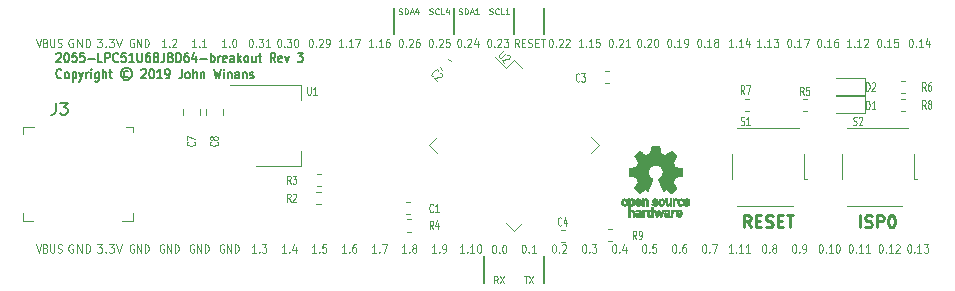
<source format=gto>
G04 #@! TF.GenerationSoftware,KiCad,Pcbnew,5.1.3-ffb9f22~84~ubuntu18.04.1*
G04 #@! TF.CreationDate,2019-07-27T16:59:01-05:00*
G04 #@! TF.ProjectId,2055-LPC51U68JBD64-breakout,32303535-2d4c-4504-9335-315536384a42,rev?*
G04 #@! TF.SameCoordinates,Original*
G04 #@! TF.FileFunction,Legend,Top*
G04 #@! TF.FilePolarity,Positive*
%FSLAX46Y46*%
G04 Gerber Fmt 4.6, Leading zero omitted, Abs format (unit mm)*
G04 Created by KiCad (PCBNEW 5.1.3-ffb9f22~84~ubuntu18.04.1) date 2019-07-27 16:59:01*
%MOMM*%
%LPD*%
G04 APERTURE LIST*
%ADD10C,0.100000*%
%ADD11C,0.125000*%
%ADD12C,0.150000*%
%ADD13C,0.250000*%
%ADD14C,0.175000*%
%ADD15C,0.010000*%
%ADD16C,0.120000*%
%ADD17O,2.776200X1.776200*%
%ADD18O,1.726200X1.176200*%
%ADD19C,0.376200*%
%ADD20C,1.026200*%
%ADD21R,1.776200X1.776200*%
%ADD22O,1.776200X1.776200*%
%ADD23C,1.226200*%
%ADD24R,2.076200X3.876200*%
%ADD25R,2.076200X1.576200*%
%ADD26C,2.276200*%
%ADD27R,2.276200X2.276200*%
G04 APERTURE END LIST*
D10*
X151058666Y-89965980D02*
X151130095Y-89989790D01*
X151249142Y-89989790D01*
X151296761Y-89965980D01*
X151320571Y-89942171D01*
X151344380Y-89894552D01*
X151344380Y-89846933D01*
X151320571Y-89799314D01*
X151296761Y-89775504D01*
X151249142Y-89751695D01*
X151153904Y-89727885D01*
X151106285Y-89704076D01*
X151082476Y-89680266D01*
X151058666Y-89632647D01*
X151058666Y-89585028D01*
X151082476Y-89537409D01*
X151106285Y-89513600D01*
X151153904Y-89489790D01*
X151272952Y-89489790D01*
X151344380Y-89513600D01*
X151844380Y-89942171D02*
X151820571Y-89965980D01*
X151749142Y-89989790D01*
X151701523Y-89989790D01*
X151630095Y-89965980D01*
X151582476Y-89918361D01*
X151558666Y-89870742D01*
X151534857Y-89775504D01*
X151534857Y-89704076D01*
X151558666Y-89608838D01*
X151582476Y-89561219D01*
X151630095Y-89513600D01*
X151701523Y-89489790D01*
X151749142Y-89489790D01*
X151820571Y-89513600D01*
X151844380Y-89537409D01*
X152296761Y-89989790D02*
X152058666Y-89989790D01*
X152058666Y-89489790D01*
X152725333Y-89989790D02*
X152439619Y-89989790D01*
X152582476Y-89989790D02*
X152582476Y-89489790D01*
X152534857Y-89561219D01*
X152487238Y-89608838D01*
X152439619Y-89632647D01*
X145978666Y-89965980D02*
X146050095Y-89989790D01*
X146169142Y-89989790D01*
X146216761Y-89965980D01*
X146240571Y-89942171D01*
X146264380Y-89894552D01*
X146264380Y-89846933D01*
X146240571Y-89799314D01*
X146216761Y-89775504D01*
X146169142Y-89751695D01*
X146073904Y-89727885D01*
X146026285Y-89704076D01*
X146002476Y-89680266D01*
X145978666Y-89632647D01*
X145978666Y-89585028D01*
X146002476Y-89537409D01*
X146026285Y-89513600D01*
X146073904Y-89489790D01*
X146192952Y-89489790D01*
X146264380Y-89513600D01*
X146764380Y-89942171D02*
X146740571Y-89965980D01*
X146669142Y-89989790D01*
X146621523Y-89989790D01*
X146550095Y-89965980D01*
X146502476Y-89918361D01*
X146478666Y-89870742D01*
X146454857Y-89775504D01*
X146454857Y-89704076D01*
X146478666Y-89608838D01*
X146502476Y-89561219D01*
X146550095Y-89513600D01*
X146621523Y-89489790D01*
X146669142Y-89489790D01*
X146740571Y-89513600D01*
X146764380Y-89537409D01*
X147216761Y-89989790D02*
X146978666Y-89989790D01*
X146978666Y-89489790D01*
X147597714Y-89656457D02*
X147597714Y-89989790D01*
X147478666Y-89465980D02*
X147359619Y-89823123D01*
X147669142Y-89823123D01*
X148455961Y-89965980D02*
X148527390Y-89989790D01*
X148646438Y-89989790D01*
X148694057Y-89965980D01*
X148717866Y-89942171D01*
X148741676Y-89894552D01*
X148741676Y-89846933D01*
X148717866Y-89799314D01*
X148694057Y-89775504D01*
X148646438Y-89751695D01*
X148551200Y-89727885D01*
X148503580Y-89704076D01*
X148479771Y-89680266D01*
X148455961Y-89632647D01*
X148455961Y-89585028D01*
X148479771Y-89537409D01*
X148503580Y-89513600D01*
X148551200Y-89489790D01*
X148670247Y-89489790D01*
X148741676Y-89513600D01*
X148955961Y-89989790D02*
X148955961Y-89489790D01*
X149075009Y-89489790D01*
X149146438Y-89513600D01*
X149194057Y-89561219D01*
X149217866Y-89608838D01*
X149241676Y-89704076D01*
X149241676Y-89775504D01*
X149217866Y-89870742D01*
X149194057Y-89918361D01*
X149146438Y-89965980D01*
X149075009Y-89989790D01*
X148955961Y-89989790D01*
X149432152Y-89846933D02*
X149670247Y-89846933D01*
X149384533Y-89989790D02*
X149551200Y-89489790D01*
X149717866Y-89989790D01*
X150146438Y-89989790D02*
X149860723Y-89989790D01*
X150003580Y-89989790D02*
X150003580Y-89489790D01*
X149955961Y-89561219D01*
X149908342Y-89608838D01*
X149860723Y-89632647D01*
X143375961Y-89965980D02*
X143447390Y-89989790D01*
X143566438Y-89989790D01*
X143614057Y-89965980D01*
X143637866Y-89942171D01*
X143661676Y-89894552D01*
X143661676Y-89846933D01*
X143637866Y-89799314D01*
X143614057Y-89775504D01*
X143566438Y-89751695D01*
X143471200Y-89727885D01*
X143423580Y-89704076D01*
X143399771Y-89680266D01*
X143375961Y-89632647D01*
X143375961Y-89585028D01*
X143399771Y-89537409D01*
X143423580Y-89513600D01*
X143471200Y-89489790D01*
X143590247Y-89489790D01*
X143661676Y-89513600D01*
X143875961Y-89989790D02*
X143875961Y-89489790D01*
X143995009Y-89489790D01*
X144066438Y-89513600D01*
X144114057Y-89561219D01*
X144137866Y-89608838D01*
X144161676Y-89704076D01*
X144161676Y-89775504D01*
X144137866Y-89870742D01*
X144114057Y-89918361D01*
X144066438Y-89965980D01*
X143995009Y-89989790D01*
X143875961Y-89989790D01*
X144352152Y-89846933D02*
X144590247Y-89846933D01*
X144304533Y-89989790D02*
X144471200Y-89489790D01*
X144637866Y-89989790D01*
X145018819Y-89656457D02*
X145018819Y-89989790D01*
X144899771Y-89465980D02*
X144780723Y-89823123D01*
X145090247Y-89823123D01*
D11*
X115798666Y-92106000D02*
X115732000Y-92072666D01*
X115632000Y-92072666D01*
X115532000Y-92106000D01*
X115465333Y-92172666D01*
X115432000Y-92239333D01*
X115398666Y-92372666D01*
X115398666Y-92472666D01*
X115432000Y-92606000D01*
X115465333Y-92672666D01*
X115532000Y-92739333D01*
X115632000Y-92772666D01*
X115698666Y-92772666D01*
X115798666Y-92739333D01*
X115832000Y-92706000D01*
X115832000Y-92472666D01*
X115698666Y-92472666D01*
X116132000Y-92772666D02*
X116132000Y-92072666D01*
X116532000Y-92772666D01*
X116532000Y-92072666D01*
X116865333Y-92772666D02*
X116865333Y-92072666D01*
X117032000Y-92072666D01*
X117132000Y-92106000D01*
X117198666Y-92172666D01*
X117232000Y-92239333D01*
X117265333Y-92372666D01*
X117265333Y-92472666D01*
X117232000Y-92606000D01*
X117198666Y-92672666D01*
X117132000Y-92739333D01*
X117032000Y-92772666D01*
X116865333Y-92772666D01*
X117838666Y-92072666D02*
X118272000Y-92072666D01*
X118038666Y-92339333D01*
X118138666Y-92339333D01*
X118205333Y-92372666D01*
X118238666Y-92406000D01*
X118272000Y-92472666D01*
X118272000Y-92639333D01*
X118238666Y-92706000D01*
X118205333Y-92739333D01*
X118138666Y-92772666D01*
X117938666Y-92772666D01*
X117872000Y-92739333D01*
X117838666Y-92706000D01*
X118572000Y-92706000D02*
X118605333Y-92739333D01*
X118572000Y-92772666D01*
X118538666Y-92739333D01*
X118572000Y-92706000D01*
X118572000Y-92772666D01*
X118838666Y-92072666D02*
X119272000Y-92072666D01*
X119038666Y-92339333D01*
X119138666Y-92339333D01*
X119205333Y-92372666D01*
X119238666Y-92406000D01*
X119272000Y-92472666D01*
X119272000Y-92639333D01*
X119238666Y-92706000D01*
X119205333Y-92739333D01*
X119138666Y-92772666D01*
X118938666Y-92772666D01*
X118872000Y-92739333D01*
X118838666Y-92706000D01*
X119472000Y-92072666D02*
X119705333Y-92772666D01*
X119938666Y-92072666D01*
D12*
X155702000Y-112725200D02*
X155702000Y-110490000D01*
X150622000Y-110490000D02*
X150622000Y-112725200D01*
X155702000Y-89458800D02*
X155702000Y-91694000D01*
X148082000Y-89458800D02*
X148082000Y-91694000D01*
X143002000Y-89458800D02*
X143002000Y-91694000D01*
X153162000Y-91694000D02*
X153162000Y-89458800D01*
D11*
X112692000Y-92072666D02*
X112892000Y-92772666D01*
X113092000Y-92072666D01*
X113492000Y-92406000D02*
X113577714Y-92439333D01*
X113606285Y-92472666D01*
X113634857Y-92539333D01*
X113634857Y-92639333D01*
X113606285Y-92706000D01*
X113577714Y-92739333D01*
X113520571Y-92772666D01*
X113292000Y-92772666D01*
X113292000Y-92072666D01*
X113492000Y-92072666D01*
X113549142Y-92106000D01*
X113577714Y-92139333D01*
X113606285Y-92206000D01*
X113606285Y-92272666D01*
X113577714Y-92339333D01*
X113549142Y-92372666D01*
X113492000Y-92406000D01*
X113292000Y-92406000D01*
X113892000Y-92072666D02*
X113892000Y-92639333D01*
X113920571Y-92706000D01*
X113949142Y-92739333D01*
X114006285Y-92772666D01*
X114120571Y-92772666D01*
X114177714Y-92739333D01*
X114206285Y-92706000D01*
X114234857Y-92639333D01*
X114234857Y-92072666D01*
X114492000Y-92739333D02*
X114577714Y-92772666D01*
X114720571Y-92772666D01*
X114777714Y-92739333D01*
X114806285Y-92706000D01*
X114834857Y-92639333D01*
X114834857Y-92572666D01*
X114806285Y-92506000D01*
X114777714Y-92472666D01*
X114720571Y-92439333D01*
X114606285Y-92406000D01*
X114549142Y-92372666D01*
X114520571Y-92339333D01*
X114492000Y-92272666D01*
X114492000Y-92206000D01*
X114520571Y-92139333D01*
X114549142Y-92106000D01*
X114606285Y-92072666D01*
X114749142Y-92072666D01*
X114834857Y-92106000D01*
X120954857Y-92106000D02*
X120897714Y-92072666D01*
X120812000Y-92072666D01*
X120726285Y-92106000D01*
X120669142Y-92172666D01*
X120640571Y-92239333D01*
X120612000Y-92372666D01*
X120612000Y-92472666D01*
X120640571Y-92606000D01*
X120669142Y-92672666D01*
X120726285Y-92739333D01*
X120812000Y-92772666D01*
X120869142Y-92772666D01*
X120954857Y-92739333D01*
X120983428Y-92706000D01*
X120983428Y-92472666D01*
X120869142Y-92472666D01*
X121240571Y-92772666D02*
X121240571Y-92072666D01*
X121583428Y-92772666D01*
X121583428Y-92072666D01*
X121869142Y-92772666D02*
X121869142Y-92072666D01*
X122012000Y-92072666D01*
X122097714Y-92106000D01*
X122154857Y-92172666D01*
X122183428Y-92239333D01*
X122212000Y-92372666D01*
X122212000Y-92472666D01*
X122183428Y-92606000D01*
X122154857Y-92672666D01*
X122097714Y-92739333D01*
X122012000Y-92772666D01*
X121869142Y-92772666D01*
X123694857Y-92772666D02*
X123352000Y-92772666D01*
X123523428Y-92772666D02*
X123523428Y-92072666D01*
X123466285Y-92172666D01*
X123409142Y-92239333D01*
X123352000Y-92272666D01*
X123952000Y-92706000D02*
X123980571Y-92739333D01*
X123952000Y-92772666D01*
X123923428Y-92739333D01*
X123952000Y-92706000D01*
X123952000Y-92772666D01*
X124209142Y-92139333D02*
X124237714Y-92106000D01*
X124294857Y-92072666D01*
X124437714Y-92072666D01*
X124494857Y-92106000D01*
X124523428Y-92139333D01*
X124552000Y-92206000D01*
X124552000Y-92272666D01*
X124523428Y-92372666D01*
X124180571Y-92772666D01*
X124552000Y-92772666D01*
X126234857Y-92772666D02*
X125892000Y-92772666D01*
X126063428Y-92772666D02*
X126063428Y-92072666D01*
X126006285Y-92172666D01*
X125949142Y-92239333D01*
X125892000Y-92272666D01*
X126492000Y-92706000D02*
X126520571Y-92739333D01*
X126492000Y-92772666D01*
X126463428Y-92739333D01*
X126492000Y-92706000D01*
X126492000Y-92772666D01*
X127092000Y-92772666D02*
X126749142Y-92772666D01*
X126920571Y-92772666D02*
X126920571Y-92072666D01*
X126863428Y-92172666D01*
X126806285Y-92239333D01*
X126749142Y-92272666D01*
X128774857Y-92772666D02*
X128432000Y-92772666D01*
X128603428Y-92772666D02*
X128603428Y-92072666D01*
X128546285Y-92172666D01*
X128489142Y-92239333D01*
X128432000Y-92272666D01*
X129032000Y-92706000D02*
X129060571Y-92739333D01*
X129032000Y-92772666D01*
X129003428Y-92739333D01*
X129032000Y-92706000D01*
X129032000Y-92772666D01*
X129432000Y-92072666D02*
X129489142Y-92072666D01*
X129546285Y-92106000D01*
X129574857Y-92139333D01*
X129603428Y-92206000D01*
X129632000Y-92339333D01*
X129632000Y-92506000D01*
X129603428Y-92639333D01*
X129574857Y-92706000D01*
X129546285Y-92739333D01*
X129489142Y-92772666D01*
X129432000Y-92772666D01*
X129374857Y-92739333D01*
X129346285Y-92706000D01*
X129317714Y-92639333D01*
X129289142Y-92506000D01*
X129289142Y-92339333D01*
X129317714Y-92206000D01*
X129346285Y-92139333D01*
X129374857Y-92106000D01*
X129432000Y-92072666D01*
X130829142Y-92072666D02*
X130886285Y-92072666D01*
X130943428Y-92106000D01*
X130972000Y-92139333D01*
X131000571Y-92206000D01*
X131029142Y-92339333D01*
X131029142Y-92506000D01*
X131000571Y-92639333D01*
X130972000Y-92706000D01*
X130943428Y-92739333D01*
X130886285Y-92772666D01*
X130829142Y-92772666D01*
X130772000Y-92739333D01*
X130743428Y-92706000D01*
X130714857Y-92639333D01*
X130686285Y-92506000D01*
X130686285Y-92339333D01*
X130714857Y-92206000D01*
X130743428Y-92139333D01*
X130772000Y-92106000D01*
X130829142Y-92072666D01*
X131286285Y-92706000D02*
X131314857Y-92739333D01*
X131286285Y-92772666D01*
X131257714Y-92739333D01*
X131286285Y-92706000D01*
X131286285Y-92772666D01*
X131514857Y-92072666D02*
X131886285Y-92072666D01*
X131686285Y-92339333D01*
X131772000Y-92339333D01*
X131829142Y-92372666D01*
X131857714Y-92406000D01*
X131886285Y-92472666D01*
X131886285Y-92639333D01*
X131857714Y-92706000D01*
X131829142Y-92739333D01*
X131772000Y-92772666D01*
X131600571Y-92772666D01*
X131543428Y-92739333D01*
X131514857Y-92706000D01*
X132457714Y-92772666D02*
X132114857Y-92772666D01*
X132286285Y-92772666D02*
X132286285Y-92072666D01*
X132229142Y-92172666D01*
X132172000Y-92239333D01*
X132114857Y-92272666D01*
X133242142Y-92072666D02*
X133299285Y-92072666D01*
X133356428Y-92106000D01*
X133385000Y-92139333D01*
X133413571Y-92206000D01*
X133442142Y-92339333D01*
X133442142Y-92506000D01*
X133413571Y-92639333D01*
X133385000Y-92706000D01*
X133356428Y-92739333D01*
X133299285Y-92772666D01*
X133242142Y-92772666D01*
X133185000Y-92739333D01*
X133156428Y-92706000D01*
X133127857Y-92639333D01*
X133099285Y-92506000D01*
X133099285Y-92339333D01*
X133127857Y-92206000D01*
X133156428Y-92139333D01*
X133185000Y-92106000D01*
X133242142Y-92072666D01*
X133699285Y-92706000D02*
X133727857Y-92739333D01*
X133699285Y-92772666D01*
X133670714Y-92739333D01*
X133699285Y-92706000D01*
X133699285Y-92772666D01*
X133927857Y-92072666D02*
X134299285Y-92072666D01*
X134099285Y-92339333D01*
X134185000Y-92339333D01*
X134242142Y-92372666D01*
X134270714Y-92406000D01*
X134299285Y-92472666D01*
X134299285Y-92639333D01*
X134270714Y-92706000D01*
X134242142Y-92739333D01*
X134185000Y-92772666D01*
X134013571Y-92772666D01*
X133956428Y-92739333D01*
X133927857Y-92706000D01*
X134670714Y-92072666D02*
X134727857Y-92072666D01*
X134785000Y-92106000D01*
X134813571Y-92139333D01*
X134842142Y-92206000D01*
X134870714Y-92339333D01*
X134870714Y-92506000D01*
X134842142Y-92639333D01*
X134813571Y-92706000D01*
X134785000Y-92739333D01*
X134727857Y-92772666D01*
X134670714Y-92772666D01*
X134613571Y-92739333D01*
X134585000Y-92706000D01*
X134556428Y-92639333D01*
X134527857Y-92506000D01*
X134527857Y-92339333D01*
X134556428Y-92206000D01*
X134585000Y-92139333D01*
X134613571Y-92106000D01*
X134670714Y-92072666D01*
X135909142Y-92072666D02*
X135966285Y-92072666D01*
X136023428Y-92106000D01*
X136052000Y-92139333D01*
X136080571Y-92206000D01*
X136109142Y-92339333D01*
X136109142Y-92506000D01*
X136080571Y-92639333D01*
X136052000Y-92706000D01*
X136023428Y-92739333D01*
X135966285Y-92772666D01*
X135909142Y-92772666D01*
X135852000Y-92739333D01*
X135823428Y-92706000D01*
X135794857Y-92639333D01*
X135766285Y-92506000D01*
X135766285Y-92339333D01*
X135794857Y-92206000D01*
X135823428Y-92139333D01*
X135852000Y-92106000D01*
X135909142Y-92072666D01*
X136366285Y-92706000D02*
X136394857Y-92739333D01*
X136366285Y-92772666D01*
X136337714Y-92739333D01*
X136366285Y-92706000D01*
X136366285Y-92772666D01*
X136623428Y-92139333D02*
X136652000Y-92106000D01*
X136709142Y-92072666D01*
X136852000Y-92072666D01*
X136909142Y-92106000D01*
X136937714Y-92139333D01*
X136966285Y-92206000D01*
X136966285Y-92272666D01*
X136937714Y-92372666D01*
X136594857Y-92772666D01*
X136966285Y-92772666D01*
X137252000Y-92772666D02*
X137366285Y-92772666D01*
X137423428Y-92739333D01*
X137452000Y-92706000D01*
X137509142Y-92606000D01*
X137537714Y-92472666D01*
X137537714Y-92206000D01*
X137509142Y-92139333D01*
X137480571Y-92106000D01*
X137423428Y-92072666D01*
X137309142Y-92072666D01*
X137252000Y-92106000D01*
X137223428Y-92139333D01*
X137194857Y-92206000D01*
X137194857Y-92372666D01*
X137223428Y-92439333D01*
X137252000Y-92472666D01*
X137309142Y-92506000D01*
X137423428Y-92506000D01*
X137480571Y-92472666D01*
X137509142Y-92439333D01*
X137537714Y-92372666D01*
X138649142Y-92772666D02*
X138306285Y-92772666D01*
X138477714Y-92772666D02*
X138477714Y-92072666D01*
X138420571Y-92172666D01*
X138363428Y-92239333D01*
X138306285Y-92272666D01*
X138906285Y-92706000D02*
X138934857Y-92739333D01*
X138906285Y-92772666D01*
X138877714Y-92739333D01*
X138906285Y-92706000D01*
X138906285Y-92772666D01*
X139506285Y-92772666D02*
X139163428Y-92772666D01*
X139334857Y-92772666D02*
X139334857Y-92072666D01*
X139277714Y-92172666D01*
X139220571Y-92239333D01*
X139163428Y-92272666D01*
X139706285Y-92072666D02*
X140106285Y-92072666D01*
X139849142Y-92772666D01*
X141189142Y-92772666D02*
X140846285Y-92772666D01*
X141017714Y-92772666D02*
X141017714Y-92072666D01*
X140960571Y-92172666D01*
X140903428Y-92239333D01*
X140846285Y-92272666D01*
X141446285Y-92706000D02*
X141474857Y-92739333D01*
X141446285Y-92772666D01*
X141417714Y-92739333D01*
X141446285Y-92706000D01*
X141446285Y-92772666D01*
X142046285Y-92772666D02*
X141703428Y-92772666D01*
X141874857Y-92772666D02*
X141874857Y-92072666D01*
X141817714Y-92172666D01*
X141760571Y-92239333D01*
X141703428Y-92272666D01*
X142560571Y-92072666D02*
X142446285Y-92072666D01*
X142389142Y-92106000D01*
X142360571Y-92139333D01*
X142303428Y-92239333D01*
X142274857Y-92372666D01*
X142274857Y-92639333D01*
X142303428Y-92706000D01*
X142332000Y-92739333D01*
X142389142Y-92772666D01*
X142503428Y-92772666D01*
X142560571Y-92739333D01*
X142589142Y-92706000D01*
X142617714Y-92639333D01*
X142617714Y-92472666D01*
X142589142Y-92406000D01*
X142560571Y-92372666D01*
X142503428Y-92339333D01*
X142389142Y-92339333D01*
X142332000Y-92372666D01*
X142303428Y-92406000D01*
X142274857Y-92472666D01*
X143529142Y-92072666D02*
X143586285Y-92072666D01*
X143643428Y-92106000D01*
X143672000Y-92139333D01*
X143700571Y-92206000D01*
X143729142Y-92339333D01*
X143729142Y-92506000D01*
X143700571Y-92639333D01*
X143672000Y-92706000D01*
X143643428Y-92739333D01*
X143586285Y-92772666D01*
X143529142Y-92772666D01*
X143472000Y-92739333D01*
X143443428Y-92706000D01*
X143414857Y-92639333D01*
X143386285Y-92506000D01*
X143386285Y-92339333D01*
X143414857Y-92206000D01*
X143443428Y-92139333D01*
X143472000Y-92106000D01*
X143529142Y-92072666D01*
X143986285Y-92706000D02*
X144014857Y-92739333D01*
X143986285Y-92772666D01*
X143957714Y-92739333D01*
X143986285Y-92706000D01*
X143986285Y-92772666D01*
X144243428Y-92139333D02*
X144272000Y-92106000D01*
X144329142Y-92072666D01*
X144472000Y-92072666D01*
X144529142Y-92106000D01*
X144557714Y-92139333D01*
X144586285Y-92206000D01*
X144586285Y-92272666D01*
X144557714Y-92372666D01*
X144214857Y-92772666D01*
X144586285Y-92772666D01*
X145100571Y-92072666D02*
X144986285Y-92072666D01*
X144929142Y-92106000D01*
X144900571Y-92139333D01*
X144843428Y-92239333D01*
X144814857Y-92372666D01*
X144814857Y-92639333D01*
X144843428Y-92706000D01*
X144872000Y-92739333D01*
X144929142Y-92772666D01*
X145043428Y-92772666D01*
X145100571Y-92739333D01*
X145129142Y-92706000D01*
X145157714Y-92639333D01*
X145157714Y-92472666D01*
X145129142Y-92406000D01*
X145100571Y-92372666D01*
X145043428Y-92339333D01*
X144929142Y-92339333D01*
X144872000Y-92372666D01*
X144843428Y-92406000D01*
X144814857Y-92472666D01*
X146069142Y-92072666D02*
X146126285Y-92072666D01*
X146183428Y-92106000D01*
X146212000Y-92139333D01*
X146240571Y-92206000D01*
X146269142Y-92339333D01*
X146269142Y-92506000D01*
X146240571Y-92639333D01*
X146212000Y-92706000D01*
X146183428Y-92739333D01*
X146126285Y-92772666D01*
X146069142Y-92772666D01*
X146012000Y-92739333D01*
X145983428Y-92706000D01*
X145954857Y-92639333D01*
X145926285Y-92506000D01*
X145926285Y-92339333D01*
X145954857Y-92206000D01*
X145983428Y-92139333D01*
X146012000Y-92106000D01*
X146069142Y-92072666D01*
X146526285Y-92706000D02*
X146554857Y-92739333D01*
X146526285Y-92772666D01*
X146497714Y-92739333D01*
X146526285Y-92706000D01*
X146526285Y-92772666D01*
X146783428Y-92139333D02*
X146812000Y-92106000D01*
X146869142Y-92072666D01*
X147012000Y-92072666D01*
X147069142Y-92106000D01*
X147097714Y-92139333D01*
X147126285Y-92206000D01*
X147126285Y-92272666D01*
X147097714Y-92372666D01*
X146754857Y-92772666D01*
X147126285Y-92772666D01*
X147669142Y-92072666D02*
X147383428Y-92072666D01*
X147354857Y-92406000D01*
X147383428Y-92372666D01*
X147440571Y-92339333D01*
X147583428Y-92339333D01*
X147640571Y-92372666D01*
X147669142Y-92406000D01*
X147697714Y-92472666D01*
X147697714Y-92639333D01*
X147669142Y-92706000D01*
X147640571Y-92739333D01*
X147583428Y-92772666D01*
X147440571Y-92772666D01*
X147383428Y-92739333D01*
X147354857Y-92706000D01*
X148482142Y-92072666D02*
X148539285Y-92072666D01*
X148596428Y-92106000D01*
X148625000Y-92139333D01*
X148653571Y-92206000D01*
X148682142Y-92339333D01*
X148682142Y-92506000D01*
X148653571Y-92639333D01*
X148625000Y-92706000D01*
X148596428Y-92739333D01*
X148539285Y-92772666D01*
X148482142Y-92772666D01*
X148425000Y-92739333D01*
X148396428Y-92706000D01*
X148367857Y-92639333D01*
X148339285Y-92506000D01*
X148339285Y-92339333D01*
X148367857Y-92206000D01*
X148396428Y-92139333D01*
X148425000Y-92106000D01*
X148482142Y-92072666D01*
X148939285Y-92706000D02*
X148967857Y-92739333D01*
X148939285Y-92772666D01*
X148910714Y-92739333D01*
X148939285Y-92706000D01*
X148939285Y-92772666D01*
X149196428Y-92139333D02*
X149225000Y-92106000D01*
X149282142Y-92072666D01*
X149425000Y-92072666D01*
X149482142Y-92106000D01*
X149510714Y-92139333D01*
X149539285Y-92206000D01*
X149539285Y-92272666D01*
X149510714Y-92372666D01*
X149167857Y-92772666D01*
X149539285Y-92772666D01*
X150053571Y-92306000D02*
X150053571Y-92772666D01*
X149910714Y-92039333D02*
X149767857Y-92539333D01*
X150139285Y-92539333D01*
X151022142Y-92072666D02*
X151079285Y-92072666D01*
X151136428Y-92106000D01*
X151165000Y-92139333D01*
X151193571Y-92206000D01*
X151222142Y-92339333D01*
X151222142Y-92506000D01*
X151193571Y-92639333D01*
X151165000Y-92706000D01*
X151136428Y-92739333D01*
X151079285Y-92772666D01*
X151022142Y-92772666D01*
X150965000Y-92739333D01*
X150936428Y-92706000D01*
X150907857Y-92639333D01*
X150879285Y-92506000D01*
X150879285Y-92339333D01*
X150907857Y-92206000D01*
X150936428Y-92139333D01*
X150965000Y-92106000D01*
X151022142Y-92072666D01*
X151479285Y-92706000D02*
X151507857Y-92739333D01*
X151479285Y-92772666D01*
X151450714Y-92739333D01*
X151479285Y-92706000D01*
X151479285Y-92772666D01*
X151736428Y-92139333D02*
X151765000Y-92106000D01*
X151822142Y-92072666D01*
X151965000Y-92072666D01*
X152022142Y-92106000D01*
X152050714Y-92139333D01*
X152079285Y-92206000D01*
X152079285Y-92272666D01*
X152050714Y-92372666D01*
X151707857Y-92772666D01*
X152079285Y-92772666D01*
X152279285Y-92072666D02*
X152650714Y-92072666D01*
X152450714Y-92339333D01*
X152536428Y-92339333D01*
X152593571Y-92372666D01*
X152622142Y-92406000D01*
X152650714Y-92472666D01*
X152650714Y-92639333D01*
X152622142Y-92706000D01*
X152593571Y-92739333D01*
X152536428Y-92772666D01*
X152365000Y-92772666D01*
X152307857Y-92739333D01*
X152279285Y-92706000D01*
X153560571Y-92772666D02*
X153360571Y-92439333D01*
X153217714Y-92772666D02*
X153217714Y-92072666D01*
X153446285Y-92072666D01*
X153503428Y-92106000D01*
X153532000Y-92139333D01*
X153560571Y-92206000D01*
X153560571Y-92306000D01*
X153532000Y-92372666D01*
X153503428Y-92406000D01*
X153446285Y-92439333D01*
X153217714Y-92439333D01*
X153817714Y-92406000D02*
X154017714Y-92406000D01*
X154103428Y-92772666D02*
X153817714Y-92772666D01*
X153817714Y-92072666D01*
X154103428Y-92072666D01*
X154332000Y-92739333D02*
X154417714Y-92772666D01*
X154560571Y-92772666D01*
X154617714Y-92739333D01*
X154646285Y-92706000D01*
X154674857Y-92639333D01*
X154674857Y-92572666D01*
X154646285Y-92506000D01*
X154617714Y-92472666D01*
X154560571Y-92439333D01*
X154446285Y-92406000D01*
X154389142Y-92372666D01*
X154360571Y-92339333D01*
X154332000Y-92272666D01*
X154332000Y-92206000D01*
X154360571Y-92139333D01*
X154389142Y-92106000D01*
X154446285Y-92072666D01*
X154589142Y-92072666D01*
X154674857Y-92106000D01*
X154932000Y-92406000D02*
X155132000Y-92406000D01*
X155217714Y-92772666D02*
X154932000Y-92772666D01*
X154932000Y-92072666D01*
X155217714Y-92072666D01*
X155389142Y-92072666D02*
X155732000Y-92072666D01*
X155560571Y-92772666D02*
X155560571Y-92072666D01*
X156229142Y-92072666D02*
X156286285Y-92072666D01*
X156343428Y-92106000D01*
X156372000Y-92139333D01*
X156400571Y-92206000D01*
X156429142Y-92339333D01*
X156429142Y-92506000D01*
X156400571Y-92639333D01*
X156372000Y-92706000D01*
X156343428Y-92739333D01*
X156286285Y-92772666D01*
X156229142Y-92772666D01*
X156172000Y-92739333D01*
X156143428Y-92706000D01*
X156114857Y-92639333D01*
X156086285Y-92506000D01*
X156086285Y-92339333D01*
X156114857Y-92206000D01*
X156143428Y-92139333D01*
X156172000Y-92106000D01*
X156229142Y-92072666D01*
X156686285Y-92706000D02*
X156714857Y-92739333D01*
X156686285Y-92772666D01*
X156657714Y-92739333D01*
X156686285Y-92706000D01*
X156686285Y-92772666D01*
X156943428Y-92139333D02*
X156972000Y-92106000D01*
X157029142Y-92072666D01*
X157172000Y-92072666D01*
X157229142Y-92106000D01*
X157257714Y-92139333D01*
X157286285Y-92206000D01*
X157286285Y-92272666D01*
X157257714Y-92372666D01*
X156914857Y-92772666D01*
X157286285Y-92772666D01*
X157514857Y-92139333D02*
X157543428Y-92106000D01*
X157600571Y-92072666D01*
X157743428Y-92072666D01*
X157800571Y-92106000D01*
X157829142Y-92139333D01*
X157857714Y-92206000D01*
X157857714Y-92272666D01*
X157829142Y-92372666D01*
X157486285Y-92772666D01*
X157857714Y-92772666D01*
X158969142Y-92772666D02*
X158626285Y-92772666D01*
X158797714Y-92772666D02*
X158797714Y-92072666D01*
X158740571Y-92172666D01*
X158683428Y-92239333D01*
X158626285Y-92272666D01*
X159226285Y-92706000D02*
X159254857Y-92739333D01*
X159226285Y-92772666D01*
X159197714Y-92739333D01*
X159226285Y-92706000D01*
X159226285Y-92772666D01*
X159826285Y-92772666D02*
X159483428Y-92772666D01*
X159654857Y-92772666D02*
X159654857Y-92072666D01*
X159597714Y-92172666D01*
X159540571Y-92239333D01*
X159483428Y-92272666D01*
X160369142Y-92072666D02*
X160083428Y-92072666D01*
X160054857Y-92406000D01*
X160083428Y-92372666D01*
X160140571Y-92339333D01*
X160283428Y-92339333D01*
X160340571Y-92372666D01*
X160369142Y-92406000D01*
X160397714Y-92472666D01*
X160397714Y-92639333D01*
X160369142Y-92706000D01*
X160340571Y-92739333D01*
X160283428Y-92772666D01*
X160140571Y-92772666D01*
X160083428Y-92739333D01*
X160054857Y-92706000D01*
X161309142Y-92072666D02*
X161366285Y-92072666D01*
X161423428Y-92106000D01*
X161452000Y-92139333D01*
X161480571Y-92206000D01*
X161509142Y-92339333D01*
X161509142Y-92506000D01*
X161480571Y-92639333D01*
X161452000Y-92706000D01*
X161423428Y-92739333D01*
X161366285Y-92772666D01*
X161309142Y-92772666D01*
X161252000Y-92739333D01*
X161223428Y-92706000D01*
X161194857Y-92639333D01*
X161166285Y-92506000D01*
X161166285Y-92339333D01*
X161194857Y-92206000D01*
X161223428Y-92139333D01*
X161252000Y-92106000D01*
X161309142Y-92072666D01*
X161766285Y-92706000D02*
X161794857Y-92739333D01*
X161766285Y-92772666D01*
X161737714Y-92739333D01*
X161766285Y-92706000D01*
X161766285Y-92772666D01*
X162023428Y-92139333D02*
X162052000Y-92106000D01*
X162109142Y-92072666D01*
X162252000Y-92072666D01*
X162309142Y-92106000D01*
X162337714Y-92139333D01*
X162366285Y-92206000D01*
X162366285Y-92272666D01*
X162337714Y-92372666D01*
X161994857Y-92772666D01*
X162366285Y-92772666D01*
X162937714Y-92772666D02*
X162594857Y-92772666D01*
X162766285Y-92772666D02*
X162766285Y-92072666D01*
X162709142Y-92172666D01*
X162652000Y-92239333D01*
X162594857Y-92272666D01*
X163722142Y-92072666D02*
X163779285Y-92072666D01*
X163836428Y-92106000D01*
X163865000Y-92139333D01*
X163893571Y-92206000D01*
X163922142Y-92339333D01*
X163922142Y-92506000D01*
X163893571Y-92639333D01*
X163865000Y-92706000D01*
X163836428Y-92739333D01*
X163779285Y-92772666D01*
X163722142Y-92772666D01*
X163665000Y-92739333D01*
X163636428Y-92706000D01*
X163607857Y-92639333D01*
X163579285Y-92506000D01*
X163579285Y-92339333D01*
X163607857Y-92206000D01*
X163636428Y-92139333D01*
X163665000Y-92106000D01*
X163722142Y-92072666D01*
X164179285Y-92706000D02*
X164207857Y-92739333D01*
X164179285Y-92772666D01*
X164150714Y-92739333D01*
X164179285Y-92706000D01*
X164179285Y-92772666D01*
X164436428Y-92139333D02*
X164465000Y-92106000D01*
X164522142Y-92072666D01*
X164665000Y-92072666D01*
X164722142Y-92106000D01*
X164750714Y-92139333D01*
X164779285Y-92206000D01*
X164779285Y-92272666D01*
X164750714Y-92372666D01*
X164407857Y-92772666D01*
X164779285Y-92772666D01*
X165150714Y-92072666D02*
X165207857Y-92072666D01*
X165265000Y-92106000D01*
X165293571Y-92139333D01*
X165322142Y-92206000D01*
X165350714Y-92339333D01*
X165350714Y-92506000D01*
X165322142Y-92639333D01*
X165293571Y-92706000D01*
X165265000Y-92739333D01*
X165207857Y-92772666D01*
X165150714Y-92772666D01*
X165093571Y-92739333D01*
X165065000Y-92706000D01*
X165036428Y-92639333D01*
X165007857Y-92506000D01*
X165007857Y-92339333D01*
X165036428Y-92206000D01*
X165065000Y-92139333D01*
X165093571Y-92106000D01*
X165150714Y-92072666D01*
X166262142Y-92072666D02*
X166319285Y-92072666D01*
X166376428Y-92106000D01*
X166405000Y-92139333D01*
X166433571Y-92206000D01*
X166462142Y-92339333D01*
X166462142Y-92506000D01*
X166433571Y-92639333D01*
X166405000Y-92706000D01*
X166376428Y-92739333D01*
X166319285Y-92772666D01*
X166262142Y-92772666D01*
X166205000Y-92739333D01*
X166176428Y-92706000D01*
X166147857Y-92639333D01*
X166119285Y-92506000D01*
X166119285Y-92339333D01*
X166147857Y-92206000D01*
X166176428Y-92139333D01*
X166205000Y-92106000D01*
X166262142Y-92072666D01*
X166719285Y-92706000D02*
X166747857Y-92739333D01*
X166719285Y-92772666D01*
X166690714Y-92739333D01*
X166719285Y-92706000D01*
X166719285Y-92772666D01*
X167319285Y-92772666D02*
X166976428Y-92772666D01*
X167147857Y-92772666D02*
X167147857Y-92072666D01*
X167090714Y-92172666D01*
X167033571Y-92239333D01*
X166976428Y-92272666D01*
X167605000Y-92772666D02*
X167719285Y-92772666D01*
X167776428Y-92739333D01*
X167805000Y-92706000D01*
X167862142Y-92606000D01*
X167890714Y-92472666D01*
X167890714Y-92206000D01*
X167862142Y-92139333D01*
X167833571Y-92106000D01*
X167776428Y-92072666D01*
X167662142Y-92072666D01*
X167605000Y-92106000D01*
X167576428Y-92139333D01*
X167547857Y-92206000D01*
X167547857Y-92372666D01*
X167576428Y-92439333D01*
X167605000Y-92472666D01*
X167662142Y-92506000D01*
X167776428Y-92506000D01*
X167833571Y-92472666D01*
X167862142Y-92439333D01*
X167890714Y-92372666D01*
X168802142Y-92072666D02*
X168859285Y-92072666D01*
X168916428Y-92106000D01*
X168945000Y-92139333D01*
X168973571Y-92206000D01*
X169002142Y-92339333D01*
X169002142Y-92506000D01*
X168973571Y-92639333D01*
X168945000Y-92706000D01*
X168916428Y-92739333D01*
X168859285Y-92772666D01*
X168802142Y-92772666D01*
X168745000Y-92739333D01*
X168716428Y-92706000D01*
X168687857Y-92639333D01*
X168659285Y-92506000D01*
X168659285Y-92339333D01*
X168687857Y-92206000D01*
X168716428Y-92139333D01*
X168745000Y-92106000D01*
X168802142Y-92072666D01*
X169259285Y-92706000D02*
X169287857Y-92739333D01*
X169259285Y-92772666D01*
X169230714Y-92739333D01*
X169259285Y-92706000D01*
X169259285Y-92772666D01*
X169859285Y-92772666D02*
X169516428Y-92772666D01*
X169687857Y-92772666D02*
X169687857Y-92072666D01*
X169630714Y-92172666D01*
X169573571Y-92239333D01*
X169516428Y-92272666D01*
X170202142Y-92372666D02*
X170145000Y-92339333D01*
X170116428Y-92306000D01*
X170087857Y-92239333D01*
X170087857Y-92206000D01*
X170116428Y-92139333D01*
X170145000Y-92106000D01*
X170202142Y-92072666D01*
X170316428Y-92072666D01*
X170373571Y-92106000D01*
X170402142Y-92139333D01*
X170430714Y-92206000D01*
X170430714Y-92239333D01*
X170402142Y-92306000D01*
X170373571Y-92339333D01*
X170316428Y-92372666D01*
X170202142Y-92372666D01*
X170145000Y-92406000D01*
X170116428Y-92439333D01*
X170087857Y-92506000D01*
X170087857Y-92639333D01*
X170116428Y-92706000D01*
X170145000Y-92739333D01*
X170202142Y-92772666D01*
X170316428Y-92772666D01*
X170373571Y-92739333D01*
X170402142Y-92706000D01*
X170430714Y-92639333D01*
X170430714Y-92506000D01*
X170402142Y-92439333D01*
X170373571Y-92406000D01*
X170316428Y-92372666D01*
X171669142Y-92772666D02*
X171326285Y-92772666D01*
X171497714Y-92772666D02*
X171497714Y-92072666D01*
X171440571Y-92172666D01*
X171383428Y-92239333D01*
X171326285Y-92272666D01*
X171926285Y-92706000D02*
X171954857Y-92739333D01*
X171926285Y-92772666D01*
X171897714Y-92739333D01*
X171926285Y-92706000D01*
X171926285Y-92772666D01*
X172526285Y-92772666D02*
X172183428Y-92772666D01*
X172354857Y-92772666D02*
X172354857Y-92072666D01*
X172297714Y-92172666D01*
X172240571Y-92239333D01*
X172183428Y-92272666D01*
X173040571Y-92306000D02*
X173040571Y-92772666D01*
X172897714Y-92039333D02*
X172754857Y-92539333D01*
X173126285Y-92539333D01*
X174082142Y-92772666D02*
X173739285Y-92772666D01*
X173910714Y-92772666D02*
X173910714Y-92072666D01*
X173853571Y-92172666D01*
X173796428Y-92239333D01*
X173739285Y-92272666D01*
X174339285Y-92706000D02*
X174367857Y-92739333D01*
X174339285Y-92772666D01*
X174310714Y-92739333D01*
X174339285Y-92706000D01*
X174339285Y-92772666D01*
X174939285Y-92772666D02*
X174596428Y-92772666D01*
X174767857Y-92772666D02*
X174767857Y-92072666D01*
X174710714Y-92172666D01*
X174653571Y-92239333D01*
X174596428Y-92272666D01*
X175139285Y-92072666D02*
X175510714Y-92072666D01*
X175310714Y-92339333D01*
X175396428Y-92339333D01*
X175453571Y-92372666D01*
X175482142Y-92406000D01*
X175510714Y-92472666D01*
X175510714Y-92639333D01*
X175482142Y-92706000D01*
X175453571Y-92739333D01*
X175396428Y-92772666D01*
X175225000Y-92772666D01*
X175167857Y-92739333D01*
X175139285Y-92706000D01*
X176422142Y-92072666D02*
X176479285Y-92072666D01*
X176536428Y-92106000D01*
X176565000Y-92139333D01*
X176593571Y-92206000D01*
X176622142Y-92339333D01*
X176622142Y-92506000D01*
X176593571Y-92639333D01*
X176565000Y-92706000D01*
X176536428Y-92739333D01*
X176479285Y-92772666D01*
X176422142Y-92772666D01*
X176365000Y-92739333D01*
X176336428Y-92706000D01*
X176307857Y-92639333D01*
X176279285Y-92506000D01*
X176279285Y-92339333D01*
X176307857Y-92206000D01*
X176336428Y-92139333D01*
X176365000Y-92106000D01*
X176422142Y-92072666D01*
X176879285Y-92706000D02*
X176907857Y-92739333D01*
X176879285Y-92772666D01*
X176850714Y-92739333D01*
X176879285Y-92706000D01*
X176879285Y-92772666D01*
X177479285Y-92772666D02*
X177136428Y-92772666D01*
X177307857Y-92772666D02*
X177307857Y-92072666D01*
X177250714Y-92172666D01*
X177193571Y-92239333D01*
X177136428Y-92272666D01*
X177679285Y-92072666D02*
X178079285Y-92072666D01*
X177822142Y-92772666D01*
X178962142Y-92072666D02*
X179019285Y-92072666D01*
X179076428Y-92106000D01*
X179105000Y-92139333D01*
X179133571Y-92206000D01*
X179162142Y-92339333D01*
X179162142Y-92506000D01*
X179133571Y-92639333D01*
X179105000Y-92706000D01*
X179076428Y-92739333D01*
X179019285Y-92772666D01*
X178962142Y-92772666D01*
X178905000Y-92739333D01*
X178876428Y-92706000D01*
X178847857Y-92639333D01*
X178819285Y-92506000D01*
X178819285Y-92339333D01*
X178847857Y-92206000D01*
X178876428Y-92139333D01*
X178905000Y-92106000D01*
X178962142Y-92072666D01*
X179419285Y-92706000D02*
X179447857Y-92739333D01*
X179419285Y-92772666D01*
X179390714Y-92739333D01*
X179419285Y-92706000D01*
X179419285Y-92772666D01*
X180019285Y-92772666D02*
X179676428Y-92772666D01*
X179847857Y-92772666D02*
X179847857Y-92072666D01*
X179790714Y-92172666D01*
X179733571Y-92239333D01*
X179676428Y-92272666D01*
X180533571Y-92072666D02*
X180419285Y-92072666D01*
X180362142Y-92106000D01*
X180333571Y-92139333D01*
X180276428Y-92239333D01*
X180247857Y-92372666D01*
X180247857Y-92639333D01*
X180276428Y-92706000D01*
X180305000Y-92739333D01*
X180362142Y-92772666D01*
X180476428Y-92772666D01*
X180533571Y-92739333D01*
X180562142Y-92706000D01*
X180590714Y-92639333D01*
X180590714Y-92472666D01*
X180562142Y-92406000D01*
X180533571Y-92372666D01*
X180476428Y-92339333D01*
X180362142Y-92339333D01*
X180305000Y-92372666D01*
X180276428Y-92406000D01*
X180247857Y-92472666D01*
X181702142Y-92772666D02*
X181359285Y-92772666D01*
X181530714Y-92772666D02*
X181530714Y-92072666D01*
X181473571Y-92172666D01*
X181416428Y-92239333D01*
X181359285Y-92272666D01*
X181959285Y-92706000D02*
X181987857Y-92739333D01*
X181959285Y-92772666D01*
X181930714Y-92739333D01*
X181959285Y-92706000D01*
X181959285Y-92772666D01*
X182559285Y-92772666D02*
X182216428Y-92772666D01*
X182387857Y-92772666D02*
X182387857Y-92072666D01*
X182330714Y-92172666D01*
X182273571Y-92239333D01*
X182216428Y-92272666D01*
X182787857Y-92139333D02*
X182816428Y-92106000D01*
X182873571Y-92072666D01*
X183016428Y-92072666D01*
X183073571Y-92106000D01*
X183102142Y-92139333D01*
X183130714Y-92206000D01*
X183130714Y-92272666D01*
X183102142Y-92372666D01*
X182759285Y-92772666D01*
X183130714Y-92772666D01*
X184042142Y-92072666D02*
X184099285Y-92072666D01*
X184156428Y-92106000D01*
X184185000Y-92139333D01*
X184213571Y-92206000D01*
X184242142Y-92339333D01*
X184242142Y-92506000D01*
X184213571Y-92639333D01*
X184185000Y-92706000D01*
X184156428Y-92739333D01*
X184099285Y-92772666D01*
X184042142Y-92772666D01*
X183985000Y-92739333D01*
X183956428Y-92706000D01*
X183927857Y-92639333D01*
X183899285Y-92506000D01*
X183899285Y-92339333D01*
X183927857Y-92206000D01*
X183956428Y-92139333D01*
X183985000Y-92106000D01*
X184042142Y-92072666D01*
X184499285Y-92706000D02*
X184527857Y-92739333D01*
X184499285Y-92772666D01*
X184470714Y-92739333D01*
X184499285Y-92706000D01*
X184499285Y-92772666D01*
X185099285Y-92772666D02*
X184756428Y-92772666D01*
X184927857Y-92772666D02*
X184927857Y-92072666D01*
X184870714Y-92172666D01*
X184813571Y-92239333D01*
X184756428Y-92272666D01*
X185642142Y-92072666D02*
X185356428Y-92072666D01*
X185327857Y-92406000D01*
X185356428Y-92372666D01*
X185413571Y-92339333D01*
X185556428Y-92339333D01*
X185613571Y-92372666D01*
X185642142Y-92406000D01*
X185670714Y-92472666D01*
X185670714Y-92639333D01*
X185642142Y-92706000D01*
X185613571Y-92739333D01*
X185556428Y-92772666D01*
X185413571Y-92772666D01*
X185356428Y-92739333D01*
X185327857Y-92706000D01*
X186709142Y-92072666D02*
X186766285Y-92072666D01*
X186823428Y-92106000D01*
X186852000Y-92139333D01*
X186880571Y-92206000D01*
X186909142Y-92339333D01*
X186909142Y-92506000D01*
X186880571Y-92639333D01*
X186852000Y-92706000D01*
X186823428Y-92739333D01*
X186766285Y-92772666D01*
X186709142Y-92772666D01*
X186652000Y-92739333D01*
X186623428Y-92706000D01*
X186594857Y-92639333D01*
X186566285Y-92506000D01*
X186566285Y-92339333D01*
X186594857Y-92206000D01*
X186623428Y-92139333D01*
X186652000Y-92106000D01*
X186709142Y-92072666D01*
X187166285Y-92706000D02*
X187194857Y-92739333D01*
X187166285Y-92772666D01*
X187137714Y-92739333D01*
X187166285Y-92706000D01*
X187166285Y-92772666D01*
X187766285Y-92772666D02*
X187423428Y-92772666D01*
X187594857Y-92772666D02*
X187594857Y-92072666D01*
X187537714Y-92172666D01*
X187480571Y-92239333D01*
X187423428Y-92272666D01*
X188280571Y-92306000D02*
X188280571Y-92772666D01*
X188137714Y-92039333D02*
X187994857Y-92539333D01*
X188366285Y-92539333D01*
X186582142Y-109471666D02*
X186639285Y-109471666D01*
X186696428Y-109505000D01*
X186725000Y-109538333D01*
X186753571Y-109605000D01*
X186782142Y-109738333D01*
X186782142Y-109905000D01*
X186753571Y-110038333D01*
X186725000Y-110105000D01*
X186696428Y-110138333D01*
X186639285Y-110171666D01*
X186582142Y-110171666D01*
X186525000Y-110138333D01*
X186496428Y-110105000D01*
X186467857Y-110038333D01*
X186439285Y-109905000D01*
X186439285Y-109738333D01*
X186467857Y-109605000D01*
X186496428Y-109538333D01*
X186525000Y-109505000D01*
X186582142Y-109471666D01*
X187039285Y-110105000D02*
X187067857Y-110138333D01*
X187039285Y-110171666D01*
X187010714Y-110138333D01*
X187039285Y-110105000D01*
X187039285Y-110171666D01*
X187639285Y-110171666D02*
X187296428Y-110171666D01*
X187467857Y-110171666D02*
X187467857Y-109471666D01*
X187410714Y-109571666D01*
X187353571Y-109638333D01*
X187296428Y-109671666D01*
X187839285Y-109471666D02*
X188210714Y-109471666D01*
X188010714Y-109738333D01*
X188096428Y-109738333D01*
X188153571Y-109771666D01*
X188182142Y-109805000D01*
X188210714Y-109871666D01*
X188210714Y-110038333D01*
X188182142Y-110105000D01*
X188153571Y-110138333D01*
X188096428Y-110171666D01*
X187925000Y-110171666D01*
X187867857Y-110138333D01*
X187839285Y-110105000D01*
X184169142Y-109471666D02*
X184226285Y-109471666D01*
X184283428Y-109505000D01*
X184312000Y-109538333D01*
X184340571Y-109605000D01*
X184369142Y-109738333D01*
X184369142Y-109905000D01*
X184340571Y-110038333D01*
X184312000Y-110105000D01*
X184283428Y-110138333D01*
X184226285Y-110171666D01*
X184169142Y-110171666D01*
X184112000Y-110138333D01*
X184083428Y-110105000D01*
X184054857Y-110038333D01*
X184026285Y-109905000D01*
X184026285Y-109738333D01*
X184054857Y-109605000D01*
X184083428Y-109538333D01*
X184112000Y-109505000D01*
X184169142Y-109471666D01*
X184626285Y-110105000D02*
X184654857Y-110138333D01*
X184626285Y-110171666D01*
X184597714Y-110138333D01*
X184626285Y-110105000D01*
X184626285Y-110171666D01*
X185226285Y-110171666D02*
X184883428Y-110171666D01*
X185054857Y-110171666D02*
X185054857Y-109471666D01*
X184997714Y-109571666D01*
X184940571Y-109638333D01*
X184883428Y-109671666D01*
X185454857Y-109538333D02*
X185483428Y-109505000D01*
X185540571Y-109471666D01*
X185683428Y-109471666D01*
X185740571Y-109505000D01*
X185769142Y-109538333D01*
X185797714Y-109605000D01*
X185797714Y-109671666D01*
X185769142Y-109771666D01*
X185426285Y-110171666D01*
X185797714Y-110171666D01*
X181629142Y-109471666D02*
X181686285Y-109471666D01*
X181743428Y-109505000D01*
X181772000Y-109538333D01*
X181800571Y-109605000D01*
X181829142Y-109738333D01*
X181829142Y-109905000D01*
X181800571Y-110038333D01*
X181772000Y-110105000D01*
X181743428Y-110138333D01*
X181686285Y-110171666D01*
X181629142Y-110171666D01*
X181572000Y-110138333D01*
X181543428Y-110105000D01*
X181514857Y-110038333D01*
X181486285Y-109905000D01*
X181486285Y-109738333D01*
X181514857Y-109605000D01*
X181543428Y-109538333D01*
X181572000Y-109505000D01*
X181629142Y-109471666D01*
X182086285Y-110105000D02*
X182114857Y-110138333D01*
X182086285Y-110171666D01*
X182057714Y-110138333D01*
X182086285Y-110105000D01*
X182086285Y-110171666D01*
X182686285Y-110171666D02*
X182343428Y-110171666D01*
X182514857Y-110171666D02*
X182514857Y-109471666D01*
X182457714Y-109571666D01*
X182400571Y-109638333D01*
X182343428Y-109671666D01*
X183257714Y-110171666D02*
X182914857Y-110171666D01*
X183086285Y-110171666D02*
X183086285Y-109471666D01*
X183029142Y-109571666D01*
X182972000Y-109638333D01*
X182914857Y-109671666D01*
X179089142Y-109471666D02*
X179146285Y-109471666D01*
X179203428Y-109505000D01*
X179232000Y-109538333D01*
X179260571Y-109605000D01*
X179289142Y-109738333D01*
X179289142Y-109905000D01*
X179260571Y-110038333D01*
X179232000Y-110105000D01*
X179203428Y-110138333D01*
X179146285Y-110171666D01*
X179089142Y-110171666D01*
X179032000Y-110138333D01*
X179003428Y-110105000D01*
X178974857Y-110038333D01*
X178946285Y-109905000D01*
X178946285Y-109738333D01*
X178974857Y-109605000D01*
X179003428Y-109538333D01*
X179032000Y-109505000D01*
X179089142Y-109471666D01*
X179546285Y-110105000D02*
X179574857Y-110138333D01*
X179546285Y-110171666D01*
X179517714Y-110138333D01*
X179546285Y-110105000D01*
X179546285Y-110171666D01*
X180146285Y-110171666D02*
X179803428Y-110171666D01*
X179974857Y-110171666D02*
X179974857Y-109471666D01*
X179917714Y-109571666D01*
X179860571Y-109638333D01*
X179803428Y-109671666D01*
X180517714Y-109471666D02*
X180574857Y-109471666D01*
X180632000Y-109505000D01*
X180660571Y-109538333D01*
X180689142Y-109605000D01*
X180717714Y-109738333D01*
X180717714Y-109905000D01*
X180689142Y-110038333D01*
X180660571Y-110105000D01*
X180632000Y-110138333D01*
X180574857Y-110171666D01*
X180517714Y-110171666D01*
X180460571Y-110138333D01*
X180432000Y-110105000D01*
X180403428Y-110038333D01*
X180374857Y-109905000D01*
X180374857Y-109738333D01*
X180403428Y-109605000D01*
X180432000Y-109538333D01*
X180460571Y-109505000D01*
X180517714Y-109471666D01*
X176834857Y-109471666D02*
X176892000Y-109471666D01*
X176949142Y-109505000D01*
X176977714Y-109538333D01*
X177006285Y-109605000D01*
X177034857Y-109738333D01*
X177034857Y-109905000D01*
X177006285Y-110038333D01*
X176977714Y-110105000D01*
X176949142Y-110138333D01*
X176892000Y-110171666D01*
X176834857Y-110171666D01*
X176777714Y-110138333D01*
X176749142Y-110105000D01*
X176720571Y-110038333D01*
X176692000Y-109905000D01*
X176692000Y-109738333D01*
X176720571Y-109605000D01*
X176749142Y-109538333D01*
X176777714Y-109505000D01*
X176834857Y-109471666D01*
X177292000Y-110105000D02*
X177320571Y-110138333D01*
X177292000Y-110171666D01*
X177263428Y-110138333D01*
X177292000Y-110105000D01*
X177292000Y-110171666D01*
X177606285Y-110171666D02*
X177720571Y-110171666D01*
X177777714Y-110138333D01*
X177806285Y-110105000D01*
X177863428Y-110005000D01*
X177892000Y-109871666D01*
X177892000Y-109605000D01*
X177863428Y-109538333D01*
X177834857Y-109505000D01*
X177777714Y-109471666D01*
X177663428Y-109471666D01*
X177606285Y-109505000D01*
X177577714Y-109538333D01*
X177549142Y-109605000D01*
X177549142Y-109771666D01*
X177577714Y-109838333D01*
X177606285Y-109871666D01*
X177663428Y-109905000D01*
X177777714Y-109905000D01*
X177834857Y-109871666D01*
X177863428Y-109838333D01*
X177892000Y-109771666D01*
X174294857Y-109471666D02*
X174352000Y-109471666D01*
X174409142Y-109505000D01*
X174437714Y-109538333D01*
X174466285Y-109605000D01*
X174494857Y-109738333D01*
X174494857Y-109905000D01*
X174466285Y-110038333D01*
X174437714Y-110105000D01*
X174409142Y-110138333D01*
X174352000Y-110171666D01*
X174294857Y-110171666D01*
X174237714Y-110138333D01*
X174209142Y-110105000D01*
X174180571Y-110038333D01*
X174152000Y-109905000D01*
X174152000Y-109738333D01*
X174180571Y-109605000D01*
X174209142Y-109538333D01*
X174237714Y-109505000D01*
X174294857Y-109471666D01*
X174752000Y-110105000D02*
X174780571Y-110138333D01*
X174752000Y-110171666D01*
X174723428Y-110138333D01*
X174752000Y-110105000D01*
X174752000Y-110171666D01*
X175123428Y-109771666D02*
X175066285Y-109738333D01*
X175037714Y-109705000D01*
X175009142Y-109638333D01*
X175009142Y-109605000D01*
X175037714Y-109538333D01*
X175066285Y-109505000D01*
X175123428Y-109471666D01*
X175237714Y-109471666D01*
X175294857Y-109505000D01*
X175323428Y-109538333D01*
X175352000Y-109605000D01*
X175352000Y-109638333D01*
X175323428Y-109705000D01*
X175294857Y-109738333D01*
X175237714Y-109771666D01*
X175123428Y-109771666D01*
X175066285Y-109805000D01*
X175037714Y-109838333D01*
X175009142Y-109905000D01*
X175009142Y-110038333D01*
X175037714Y-110105000D01*
X175066285Y-110138333D01*
X175123428Y-110171666D01*
X175237714Y-110171666D01*
X175294857Y-110138333D01*
X175323428Y-110105000D01*
X175352000Y-110038333D01*
X175352000Y-109905000D01*
X175323428Y-109838333D01*
X175294857Y-109805000D01*
X175237714Y-109771666D01*
X171669142Y-110171666D02*
X171326285Y-110171666D01*
X171497714Y-110171666D02*
X171497714Y-109471666D01*
X171440571Y-109571666D01*
X171383428Y-109638333D01*
X171326285Y-109671666D01*
X171926285Y-110105000D02*
X171954857Y-110138333D01*
X171926285Y-110171666D01*
X171897714Y-110138333D01*
X171926285Y-110105000D01*
X171926285Y-110171666D01*
X172526285Y-110171666D02*
X172183428Y-110171666D01*
X172354857Y-110171666D02*
X172354857Y-109471666D01*
X172297714Y-109571666D01*
X172240571Y-109638333D01*
X172183428Y-109671666D01*
X173097714Y-110171666D02*
X172754857Y-110171666D01*
X172926285Y-110171666D02*
X172926285Y-109471666D01*
X172869142Y-109571666D01*
X172812000Y-109638333D01*
X172754857Y-109671666D01*
X169214857Y-109471666D02*
X169272000Y-109471666D01*
X169329142Y-109505000D01*
X169357714Y-109538333D01*
X169386285Y-109605000D01*
X169414857Y-109738333D01*
X169414857Y-109905000D01*
X169386285Y-110038333D01*
X169357714Y-110105000D01*
X169329142Y-110138333D01*
X169272000Y-110171666D01*
X169214857Y-110171666D01*
X169157714Y-110138333D01*
X169129142Y-110105000D01*
X169100571Y-110038333D01*
X169072000Y-109905000D01*
X169072000Y-109738333D01*
X169100571Y-109605000D01*
X169129142Y-109538333D01*
X169157714Y-109505000D01*
X169214857Y-109471666D01*
X169672000Y-110105000D02*
X169700571Y-110138333D01*
X169672000Y-110171666D01*
X169643428Y-110138333D01*
X169672000Y-110105000D01*
X169672000Y-110171666D01*
X169900571Y-109471666D02*
X170300571Y-109471666D01*
X170043428Y-110171666D01*
X166674857Y-109471666D02*
X166732000Y-109471666D01*
X166789142Y-109505000D01*
X166817714Y-109538333D01*
X166846285Y-109605000D01*
X166874857Y-109738333D01*
X166874857Y-109905000D01*
X166846285Y-110038333D01*
X166817714Y-110105000D01*
X166789142Y-110138333D01*
X166732000Y-110171666D01*
X166674857Y-110171666D01*
X166617714Y-110138333D01*
X166589142Y-110105000D01*
X166560571Y-110038333D01*
X166532000Y-109905000D01*
X166532000Y-109738333D01*
X166560571Y-109605000D01*
X166589142Y-109538333D01*
X166617714Y-109505000D01*
X166674857Y-109471666D01*
X167132000Y-110105000D02*
X167160571Y-110138333D01*
X167132000Y-110171666D01*
X167103428Y-110138333D01*
X167132000Y-110105000D01*
X167132000Y-110171666D01*
X167674857Y-109471666D02*
X167560571Y-109471666D01*
X167503428Y-109505000D01*
X167474857Y-109538333D01*
X167417714Y-109638333D01*
X167389142Y-109771666D01*
X167389142Y-110038333D01*
X167417714Y-110105000D01*
X167446285Y-110138333D01*
X167503428Y-110171666D01*
X167617714Y-110171666D01*
X167674857Y-110138333D01*
X167703428Y-110105000D01*
X167732000Y-110038333D01*
X167732000Y-109871666D01*
X167703428Y-109805000D01*
X167674857Y-109771666D01*
X167617714Y-109738333D01*
X167503428Y-109738333D01*
X167446285Y-109771666D01*
X167417714Y-109805000D01*
X167389142Y-109871666D01*
X148936142Y-110171666D02*
X148593285Y-110171666D01*
X148764714Y-110171666D02*
X148764714Y-109471666D01*
X148707571Y-109571666D01*
X148650428Y-109638333D01*
X148593285Y-109671666D01*
X149193285Y-110105000D02*
X149221857Y-110138333D01*
X149193285Y-110171666D01*
X149164714Y-110138333D01*
X149193285Y-110105000D01*
X149193285Y-110171666D01*
X149793285Y-110171666D02*
X149450428Y-110171666D01*
X149621857Y-110171666D02*
X149621857Y-109471666D01*
X149564714Y-109571666D01*
X149507571Y-109638333D01*
X149450428Y-109671666D01*
X150164714Y-109471666D02*
X150221857Y-109471666D01*
X150279000Y-109505000D01*
X150307571Y-109538333D01*
X150336142Y-109605000D01*
X150364714Y-109738333D01*
X150364714Y-109905000D01*
X150336142Y-110038333D01*
X150307571Y-110105000D01*
X150279000Y-110138333D01*
X150221857Y-110171666D01*
X150164714Y-110171666D01*
X150107571Y-110138333D01*
X150079000Y-110105000D01*
X150050428Y-110038333D01*
X150021857Y-109905000D01*
X150021857Y-109738333D01*
X150050428Y-109605000D01*
X150079000Y-109538333D01*
X150107571Y-109505000D01*
X150164714Y-109471666D01*
X146554857Y-110171666D02*
X146212000Y-110171666D01*
X146383428Y-110171666D02*
X146383428Y-109471666D01*
X146326285Y-109571666D01*
X146269142Y-109638333D01*
X146212000Y-109671666D01*
X146812000Y-110105000D02*
X146840571Y-110138333D01*
X146812000Y-110171666D01*
X146783428Y-110138333D01*
X146812000Y-110105000D01*
X146812000Y-110171666D01*
X147126285Y-110171666D02*
X147240571Y-110171666D01*
X147297714Y-110138333D01*
X147326285Y-110105000D01*
X147383428Y-110005000D01*
X147412000Y-109871666D01*
X147412000Y-109605000D01*
X147383428Y-109538333D01*
X147354857Y-109505000D01*
X147297714Y-109471666D01*
X147183428Y-109471666D01*
X147126285Y-109505000D01*
X147097714Y-109538333D01*
X147069142Y-109605000D01*
X147069142Y-109771666D01*
X147097714Y-109838333D01*
X147126285Y-109871666D01*
X147183428Y-109905000D01*
X147297714Y-109905000D01*
X147354857Y-109871666D01*
X147383428Y-109838333D01*
X147412000Y-109771666D01*
X144014857Y-110171666D02*
X143672000Y-110171666D01*
X143843428Y-110171666D02*
X143843428Y-109471666D01*
X143786285Y-109571666D01*
X143729142Y-109638333D01*
X143672000Y-109671666D01*
X144272000Y-110105000D02*
X144300571Y-110138333D01*
X144272000Y-110171666D01*
X144243428Y-110138333D01*
X144272000Y-110105000D01*
X144272000Y-110171666D01*
X144643428Y-109771666D02*
X144586285Y-109738333D01*
X144557714Y-109705000D01*
X144529142Y-109638333D01*
X144529142Y-109605000D01*
X144557714Y-109538333D01*
X144586285Y-109505000D01*
X144643428Y-109471666D01*
X144757714Y-109471666D01*
X144814857Y-109505000D01*
X144843428Y-109538333D01*
X144872000Y-109605000D01*
X144872000Y-109638333D01*
X144843428Y-109705000D01*
X144814857Y-109738333D01*
X144757714Y-109771666D01*
X144643428Y-109771666D01*
X144586285Y-109805000D01*
X144557714Y-109838333D01*
X144529142Y-109905000D01*
X144529142Y-110038333D01*
X144557714Y-110105000D01*
X144586285Y-110138333D01*
X144643428Y-110171666D01*
X144757714Y-110171666D01*
X144814857Y-110138333D01*
X144843428Y-110105000D01*
X144872000Y-110038333D01*
X144872000Y-109905000D01*
X144843428Y-109838333D01*
X144814857Y-109805000D01*
X144757714Y-109771666D01*
X141474857Y-110171666D02*
X141132000Y-110171666D01*
X141303428Y-110171666D02*
X141303428Y-109471666D01*
X141246285Y-109571666D01*
X141189142Y-109638333D01*
X141132000Y-109671666D01*
X141732000Y-110105000D02*
X141760571Y-110138333D01*
X141732000Y-110171666D01*
X141703428Y-110138333D01*
X141732000Y-110105000D01*
X141732000Y-110171666D01*
X141960571Y-109471666D02*
X142360571Y-109471666D01*
X142103428Y-110171666D01*
X138934857Y-110171666D02*
X138592000Y-110171666D01*
X138763428Y-110171666D02*
X138763428Y-109471666D01*
X138706285Y-109571666D01*
X138649142Y-109638333D01*
X138592000Y-109671666D01*
X139192000Y-110105000D02*
X139220571Y-110138333D01*
X139192000Y-110171666D01*
X139163428Y-110138333D01*
X139192000Y-110105000D01*
X139192000Y-110171666D01*
X139734857Y-109471666D02*
X139620571Y-109471666D01*
X139563428Y-109505000D01*
X139534857Y-109538333D01*
X139477714Y-109638333D01*
X139449142Y-109771666D01*
X139449142Y-110038333D01*
X139477714Y-110105000D01*
X139506285Y-110138333D01*
X139563428Y-110171666D01*
X139677714Y-110171666D01*
X139734857Y-110138333D01*
X139763428Y-110105000D01*
X139792000Y-110038333D01*
X139792000Y-109871666D01*
X139763428Y-109805000D01*
X139734857Y-109771666D01*
X139677714Y-109738333D01*
X139563428Y-109738333D01*
X139506285Y-109771666D01*
X139477714Y-109805000D01*
X139449142Y-109871666D01*
X136394857Y-110171666D02*
X136052000Y-110171666D01*
X136223428Y-110171666D02*
X136223428Y-109471666D01*
X136166285Y-109571666D01*
X136109142Y-109638333D01*
X136052000Y-109671666D01*
X136652000Y-110105000D02*
X136680571Y-110138333D01*
X136652000Y-110171666D01*
X136623428Y-110138333D01*
X136652000Y-110105000D01*
X136652000Y-110171666D01*
X137223428Y-109471666D02*
X136937714Y-109471666D01*
X136909142Y-109805000D01*
X136937714Y-109771666D01*
X136994857Y-109738333D01*
X137137714Y-109738333D01*
X137194857Y-109771666D01*
X137223428Y-109805000D01*
X137252000Y-109871666D01*
X137252000Y-110038333D01*
X137223428Y-110105000D01*
X137194857Y-110138333D01*
X137137714Y-110171666D01*
X136994857Y-110171666D01*
X136937714Y-110138333D01*
X136909142Y-110105000D01*
X133854857Y-110171666D02*
X133512000Y-110171666D01*
X133683428Y-110171666D02*
X133683428Y-109471666D01*
X133626285Y-109571666D01*
X133569142Y-109638333D01*
X133512000Y-109671666D01*
X134112000Y-110105000D02*
X134140571Y-110138333D01*
X134112000Y-110171666D01*
X134083428Y-110138333D01*
X134112000Y-110105000D01*
X134112000Y-110171666D01*
X134654857Y-109705000D02*
X134654857Y-110171666D01*
X134512000Y-109438333D02*
X134369142Y-109938333D01*
X134740571Y-109938333D01*
X131314857Y-110171666D02*
X130972000Y-110171666D01*
X131143428Y-110171666D02*
X131143428Y-109471666D01*
X131086285Y-109571666D01*
X131029142Y-109638333D01*
X130972000Y-109671666D01*
X131572000Y-110105000D02*
X131600571Y-110138333D01*
X131572000Y-110171666D01*
X131543428Y-110138333D01*
X131572000Y-110105000D01*
X131572000Y-110171666D01*
X131800571Y-109471666D02*
X132172000Y-109471666D01*
X131972000Y-109738333D01*
X132057714Y-109738333D01*
X132114857Y-109771666D01*
X132143428Y-109805000D01*
X132172000Y-109871666D01*
X132172000Y-110038333D01*
X132143428Y-110105000D01*
X132114857Y-110138333D01*
X132057714Y-110171666D01*
X131886285Y-110171666D01*
X131829142Y-110138333D01*
X131800571Y-110105000D01*
X128574857Y-109505000D02*
X128517714Y-109471666D01*
X128432000Y-109471666D01*
X128346285Y-109505000D01*
X128289142Y-109571666D01*
X128260571Y-109638333D01*
X128232000Y-109771666D01*
X128232000Y-109871666D01*
X128260571Y-110005000D01*
X128289142Y-110071666D01*
X128346285Y-110138333D01*
X128432000Y-110171666D01*
X128489142Y-110171666D01*
X128574857Y-110138333D01*
X128603428Y-110105000D01*
X128603428Y-109871666D01*
X128489142Y-109871666D01*
X128860571Y-110171666D02*
X128860571Y-109471666D01*
X129203428Y-110171666D01*
X129203428Y-109471666D01*
X129489142Y-110171666D02*
X129489142Y-109471666D01*
X129632000Y-109471666D01*
X129717714Y-109505000D01*
X129774857Y-109571666D01*
X129803428Y-109638333D01*
X129832000Y-109771666D01*
X129832000Y-109871666D01*
X129803428Y-110005000D01*
X129774857Y-110071666D01*
X129717714Y-110138333D01*
X129632000Y-110171666D01*
X129489142Y-110171666D01*
X126034857Y-109505000D02*
X125977714Y-109471666D01*
X125892000Y-109471666D01*
X125806285Y-109505000D01*
X125749142Y-109571666D01*
X125720571Y-109638333D01*
X125692000Y-109771666D01*
X125692000Y-109871666D01*
X125720571Y-110005000D01*
X125749142Y-110071666D01*
X125806285Y-110138333D01*
X125892000Y-110171666D01*
X125949142Y-110171666D01*
X126034857Y-110138333D01*
X126063428Y-110105000D01*
X126063428Y-109871666D01*
X125949142Y-109871666D01*
X126320571Y-110171666D02*
X126320571Y-109471666D01*
X126663428Y-110171666D01*
X126663428Y-109471666D01*
X126949142Y-110171666D02*
X126949142Y-109471666D01*
X127092000Y-109471666D01*
X127177714Y-109505000D01*
X127234857Y-109571666D01*
X127263428Y-109638333D01*
X127292000Y-109771666D01*
X127292000Y-109871666D01*
X127263428Y-110005000D01*
X127234857Y-110071666D01*
X127177714Y-110138333D01*
X127092000Y-110171666D01*
X126949142Y-110171666D01*
X123494857Y-109505000D02*
X123437714Y-109471666D01*
X123352000Y-109471666D01*
X123266285Y-109505000D01*
X123209142Y-109571666D01*
X123180571Y-109638333D01*
X123152000Y-109771666D01*
X123152000Y-109871666D01*
X123180571Y-110005000D01*
X123209142Y-110071666D01*
X123266285Y-110138333D01*
X123352000Y-110171666D01*
X123409142Y-110171666D01*
X123494857Y-110138333D01*
X123523428Y-110105000D01*
X123523428Y-109871666D01*
X123409142Y-109871666D01*
X123780571Y-110171666D02*
X123780571Y-109471666D01*
X124123428Y-110171666D01*
X124123428Y-109471666D01*
X124409142Y-110171666D02*
X124409142Y-109471666D01*
X124552000Y-109471666D01*
X124637714Y-109505000D01*
X124694857Y-109571666D01*
X124723428Y-109638333D01*
X124752000Y-109771666D01*
X124752000Y-109871666D01*
X124723428Y-110005000D01*
X124694857Y-110071666D01*
X124637714Y-110138333D01*
X124552000Y-110171666D01*
X124409142Y-110171666D01*
X120954857Y-109505000D02*
X120897714Y-109471666D01*
X120812000Y-109471666D01*
X120726285Y-109505000D01*
X120669142Y-109571666D01*
X120640571Y-109638333D01*
X120612000Y-109771666D01*
X120612000Y-109871666D01*
X120640571Y-110005000D01*
X120669142Y-110071666D01*
X120726285Y-110138333D01*
X120812000Y-110171666D01*
X120869142Y-110171666D01*
X120954857Y-110138333D01*
X120983428Y-110105000D01*
X120983428Y-109871666D01*
X120869142Y-109871666D01*
X121240571Y-110171666D02*
X121240571Y-109471666D01*
X121583428Y-110171666D01*
X121583428Y-109471666D01*
X121869142Y-110171666D02*
X121869142Y-109471666D01*
X122012000Y-109471666D01*
X122097714Y-109505000D01*
X122154857Y-109571666D01*
X122183428Y-109638333D01*
X122212000Y-109771666D01*
X122212000Y-109871666D01*
X122183428Y-110005000D01*
X122154857Y-110071666D01*
X122097714Y-110138333D01*
X122012000Y-110171666D01*
X121869142Y-110171666D01*
X117838666Y-109471666D02*
X118272000Y-109471666D01*
X118038666Y-109738333D01*
X118138666Y-109738333D01*
X118205333Y-109771666D01*
X118238666Y-109805000D01*
X118272000Y-109871666D01*
X118272000Y-110038333D01*
X118238666Y-110105000D01*
X118205333Y-110138333D01*
X118138666Y-110171666D01*
X117938666Y-110171666D01*
X117872000Y-110138333D01*
X117838666Y-110105000D01*
X118572000Y-110105000D02*
X118605333Y-110138333D01*
X118572000Y-110171666D01*
X118538666Y-110138333D01*
X118572000Y-110105000D01*
X118572000Y-110171666D01*
X118838666Y-109471666D02*
X119272000Y-109471666D01*
X119038666Y-109738333D01*
X119138666Y-109738333D01*
X119205333Y-109771666D01*
X119238666Y-109805000D01*
X119272000Y-109871666D01*
X119272000Y-110038333D01*
X119238666Y-110105000D01*
X119205333Y-110138333D01*
X119138666Y-110171666D01*
X118938666Y-110171666D01*
X118872000Y-110138333D01*
X118838666Y-110105000D01*
X119472000Y-109471666D02*
X119705333Y-110171666D01*
X119938666Y-109471666D01*
X115798666Y-109505000D02*
X115732000Y-109471666D01*
X115632000Y-109471666D01*
X115532000Y-109505000D01*
X115465333Y-109571666D01*
X115432000Y-109638333D01*
X115398666Y-109771666D01*
X115398666Y-109871666D01*
X115432000Y-110005000D01*
X115465333Y-110071666D01*
X115532000Y-110138333D01*
X115632000Y-110171666D01*
X115698666Y-110171666D01*
X115798666Y-110138333D01*
X115832000Y-110105000D01*
X115832000Y-109871666D01*
X115698666Y-109871666D01*
X116132000Y-110171666D02*
X116132000Y-109471666D01*
X116532000Y-110171666D01*
X116532000Y-109471666D01*
X116865333Y-110171666D02*
X116865333Y-109471666D01*
X117032000Y-109471666D01*
X117132000Y-109505000D01*
X117198666Y-109571666D01*
X117232000Y-109638333D01*
X117265333Y-109771666D01*
X117265333Y-109871666D01*
X117232000Y-110005000D01*
X117198666Y-110071666D01*
X117132000Y-110138333D01*
X117032000Y-110171666D01*
X116865333Y-110171666D01*
X112692000Y-109471666D02*
X112892000Y-110171666D01*
X113092000Y-109471666D01*
X113492000Y-109805000D02*
X113577714Y-109838333D01*
X113606285Y-109871666D01*
X113634857Y-109938333D01*
X113634857Y-110038333D01*
X113606285Y-110105000D01*
X113577714Y-110138333D01*
X113520571Y-110171666D01*
X113292000Y-110171666D01*
X113292000Y-109471666D01*
X113492000Y-109471666D01*
X113549142Y-109505000D01*
X113577714Y-109538333D01*
X113606285Y-109605000D01*
X113606285Y-109671666D01*
X113577714Y-109738333D01*
X113549142Y-109771666D01*
X113492000Y-109805000D01*
X113292000Y-109805000D01*
X113892000Y-109471666D02*
X113892000Y-110038333D01*
X113920571Y-110105000D01*
X113949142Y-110138333D01*
X114006285Y-110171666D01*
X114120571Y-110171666D01*
X114177714Y-110138333D01*
X114206285Y-110105000D01*
X114234857Y-110038333D01*
X114234857Y-109471666D01*
X114492000Y-110138333D02*
X114577714Y-110171666D01*
X114720571Y-110171666D01*
X114777714Y-110138333D01*
X114806285Y-110105000D01*
X114834857Y-110038333D01*
X114834857Y-109971666D01*
X114806285Y-109905000D01*
X114777714Y-109871666D01*
X114720571Y-109838333D01*
X114606285Y-109805000D01*
X114549142Y-109771666D01*
X114520571Y-109738333D01*
X114492000Y-109671666D01*
X114492000Y-109605000D01*
X114520571Y-109538333D01*
X114549142Y-109505000D01*
X114606285Y-109471666D01*
X114749142Y-109471666D01*
X114834857Y-109505000D01*
D13*
X182443619Y-108021380D02*
X182443619Y-107021380D01*
X182872190Y-107973761D02*
X183015047Y-108021380D01*
X183253142Y-108021380D01*
X183348380Y-107973761D01*
X183396000Y-107926142D01*
X183443619Y-107830904D01*
X183443619Y-107735666D01*
X183396000Y-107640428D01*
X183348380Y-107592809D01*
X183253142Y-107545190D01*
X183062666Y-107497571D01*
X182967428Y-107449952D01*
X182919809Y-107402333D01*
X182872190Y-107307095D01*
X182872190Y-107211857D01*
X182919809Y-107116619D01*
X182967428Y-107069000D01*
X183062666Y-107021380D01*
X183300761Y-107021380D01*
X183443619Y-107069000D01*
X183872190Y-108021380D02*
X183872190Y-107021380D01*
X184253142Y-107021380D01*
X184348380Y-107069000D01*
X184396000Y-107116619D01*
X184443619Y-107211857D01*
X184443619Y-107354714D01*
X184396000Y-107449952D01*
X184348380Y-107497571D01*
X184253142Y-107545190D01*
X183872190Y-107545190D01*
X185062666Y-107021380D02*
X185157904Y-107021380D01*
X185253142Y-107069000D01*
X185300761Y-107116619D01*
X185348380Y-107211857D01*
X185396000Y-107402333D01*
X185396000Y-107640428D01*
X185348380Y-107830904D01*
X185300761Y-107926142D01*
X185253142Y-107973761D01*
X185157904Y-108021380D01*
X185062666Y-108021380D01*
X184967428Y-107973761D01*
X184919809Y-107926142D01*
X184872190Y-107830904D01*
X184824571Y-107640428D01*
X184824571Y-107402333D01*
X184872190Y-107211857D01*
X184919809Y-107116619D01*
X184967428Y-107069000D01*
X185062666Y-107021380D01*
X173172619Y-108021380D02*
X172839285Y-107545190D01*
X172601190Y-108021380D02*
X172601190Y-107021380D01*
X172982142Y-107021380D01*
X173077380Y-107069000D01*
X173125000Y-107116619D01*
X173172619Y-107211857D01*
X173172619Y-107354714D01*
X173125000Y-107449952D01*
X173077380Y-107497571D01*
X172982142Y-107545190D01*
X172601190Y-107545190D01*
X173601190Y-107497571D02*
X173934523Y-107497571D01*
X174077380Y-108021380D02*
X173601190Y-108021380D01*
X173601190Y-107021380D01*
X174077380Y-107021380D01*
X174458333Y-107973761D02*
X174601190Y-108021380D01*
X174839285Y-108021380D01*
X174934523Y-107973761D01*
X174982142Y-107926142D01*
X175029761Y-107830904D01*
X175029761Y-107735666D01*
X174982142Y-107640428D01*
X174934523Y-107592809D01*
X174839285Y-107545190D01*
X174648809Y-107497571D01*
X174553571Y-107449952D01*
X174505952Y-107402333D01*
X174458333Y-107307095D01*
X174458333Y-107211857D01*
X174505952Y-107116619D01*
X174553571Y-107069000D01*
X174648809Y-107021380D01*
X174886904Y-107021380D01*
X175029761Y-107069000D01*
X175458333Y-107497571D02*
X175791666Y-107497571D01*
X175934523Y-108021380D02*
X175458333Y-108021380D01*
X175458333Y-107021380D01*
X175934523Y-107021380D01*
X176220238Y-107021380D02*
X176791666Y-107021380D01*
X176505952Y-108021380D02*
X176505952Y-107021380D01*
D11*
X159054857Y-109471666D02*
X159112000Y-109471666D01*
X159169142Y-109505000D01*
X159197714Y-109538333D01*
X159226285Y-109605000D01*
X159254857Y-109738333D01*
X159254857Y-109905000D01*
X159226285Y-110038333D01*
X159197714Y-110105000D01*
X159169142Y-110138333D01*
X159112000Y-110171666D01*
X159054857Y-110171666D01*
X158997714Y-110138333D01*
X158969142Y-110105000D01*
X158940571Y-110038333D01*
X158912000Y-109905000D01*
X158912000Y-109738333D01*
X158940571Y-109605000D01*
X158969142Y-109538333D01*
X158997714Y-109505000D01*
X159054857Y-109471666D01*
X159512000Y-110105000D02*
X159540571Y-110138333D01*
X159512000Y-110171666D01*
X159483428Y-110138333D01*
X159512000Y-110105000D01*
X159512000Y-110171666D01*
X159740571Y-109471666D02*
X160112000Y-109471666D01*
X159912000Y-109738333D01*
X159997714Y-109738333D01*
X160054857Y-109771666D01*
X160083428Y-109805000D01*
X160112000Y-109871666D01*
X160112000Y-110038333D01*
X160083428Y-110105000D01*
X160054857Y-110138333D01*
X159997714Y-110171666D01*
X159826285Y-110171666D01*
X159769142Y-110138333D01*
X159740571Y-110105000D01*
X164134857Y-109471666D02*
X164192000Y-109471666D01*
X164249142Y-109505000D01*
X164277714Y-109538333D01*
X164306285Y-109605000D01*
X164334857Y-109738333D01*
X164334857Y-109905000D01*
X164306285Y-110038333D01*
X164277714Y-110105000D01*
X164249142Y-110138333D01*
X164192000Y-110171666D01*
X164134857Y-110171666D01*
X164077714Y-110138333D01*
X164049142Y-110105000D01*
X164020571Y-110038333D01*
X163992000Y-109905000D01*
X163992000Y-109738333D01*
X164020571Y-109605000D01*
X164049142Y-109538333D01*
X164077714Y-109505000D01*
X164134857Y-109471666D01*
X164592000Y-110105000D02*
X164620571Y-110138333D01*
X164592000Y-110171666D01*
X164563428Y-110138333D01*
X164592000Y-110105000D01*
X164592000Y-110171666D01*
X165163428Y-109471666D02*
X164877714Y-109471666D01*
X164849142Y-109805000D01*
X164877714Y-109771666D01*
X164934857Y-109738333D01*
X165077714Y-109738333D01*
X165134857Y-109771666D01*
X165163428Y-109805000D01*
X165192000Y-109871666D01*
X165192000Y-110038333D01*
X165163428Y-110105000D01*
X165134857Y-110138333D01*
X165077714Y-110171666D01*
X164934857Y-110171666D01*
X164877714Y-110138333D01*
X164849142Y-110105000D01*
X161594857Y-109471666D02*
X161652000Y-109471666D01*
X161709142Y-109505000D01*
X161737714Y-109538333D01*
X161766285Y-109605000D01*
X161794857Y-109738333D01*
X161794857Y-109905000D01*
X161766285Y-110038333D01*
X161737714Y-110105000D01*
X161709142Y-110138333D01*
X161652000Y-110171666D01*
X161594857Y-110171666D01*
X161537714Y-110138333D01*
X161509142Y-110105000D01*
X161480571Y-110038333D01*
X161452000Y-109905000D01*
X161452000Y-109738333D01*
X161480571Y-109605000D01*
X161509142Y-109538333D01*
X161537714Y-109505000D01*
X161594857Y-109471666D01*
X162052000Y-110105000D02*
X162080571Y-110138333D01*
X162052000Y-110171666D01*
X162023428Y-110138333D01*
X162052000Y-110105000D01*
X162052000Y-110171666D01*
X162594857Y-109705000D02*
X162594857Y-110171666D01*
X162452000Y-109438333D02*
X162309142Y-109938333D01*
X162680571Y-109938333D01*
X156489457Y-109471666D02*
X156546600Y-109471666D01*
X156603742Y-109505000D01*
X156632314Y-109538333D01*
X156660885Y-109605000D01*
X156689457Y-109738333D01*
X156689457Y-109905000D01*
X156660885Y-110038333D01*
X156632314Y-110105000D01*
X156603742Y-110138333D01*
X156546600Y-110171666D01*
X156489457Y-110171666D01*
X156432314Y-110138333D01*
X156403742Y-110105000D01*
X156375171Y-110038333D01*
X156346600Y-109905000D01*
X156346600Y-109738333D01*
X156375171Y-109605000D01*
X156403742Y-109538333D01*
X156432314Y-109505000D01*
X156489457Y-109471666D01*
X156946600Y-110105000D02*
X156975171Y-110138333D01*
X156946600Y-110171666D01*
X156918028Y-110138333D01*
X156946600Y-110105000D01*
X156946600Y-110171666D01*
X157203742Y-109538333D02*
X157232314Y-109505000D01*
X157289457Y-109471666D01*
X157432314Y-109471666D01*
X157489457Y-109505000D01*
X157518028Y-109538333D01*
X157546600Y-109605000D01*
X157546600Y-109671666D01*
X157518028Y-109771666D01*
X157175171Y-110171666D01*
X157546600Y-110171666D01*
D10*
X154000247Y-112193428D02*
X154285961Y-112193428D01*
X154143104Y-112793428D02*
X154143104Y-112193428D01*
X154405009Y-112193428D02*
X154738342Y-112793428D01*
X154738342Y-112193428D02*
X154405009Y-112793428D01*
X151757866Y-112793428D02*
X151591200Y-112507714D01*
X151472152Y-112793428D02*
X151472152Y-112193428D01*
X151662628Y-112193428D01*
X151710247Y-112222000D01*
X151734057Y-112250571D01*
X151757866Y-112307714D01*
X151757866Y-112393428D01*
X151734057Y-112450571D01*
X151710247Y-112479142D01*
X151662628Y-112507714D01*
X151472152Y-112507714D01*
X151924533Y-112193428D02*
X152257866Y-112793428D01*
X152257866Y-112193428D02*
X151924533Y-112793428D01*
D11*
X153924057Y-109497066D02*
X153981200Y-109497066D01*
X154038342Y-109530400D01*
X154066914Y-109563733D01*
X154095485Y-109630400D01*
X154124057Y-109763733D01*
X154124057Y-109930400D01*
X154095485Y-110063733D01*
X154066914Y-110130400D01*
X154038342Y-110163733D01*
X153981200Y-110197066D01*
X153924057Y-110197066D01*
X153866914Y-110163733D01*
X153838342Y-110130400D01*
X153809771Y-110063733D01*
X153781200Y-109930400D01*
X153781200Y-109763733D01*
X153809771Y-109630400D01*
X153838342Y-109563733D01*
X153866914Y-109530400D01*
X153924057Y-109497066D01*
X154381200Y-110130400D02*
X154409771Y-110163733D01*
X154381200Y-110197066D01*
X154352628Y-110163733D01*
X154381200Y-110130400D01*
X154381200Y-110197066D01*
X154981200Y-110197066D02*
X154638342Y-110197066D01*
X154809771Y-110197066D02*
X154809771Y-109497066D01*
X154752628Y-109597066D01*
X154695485Y-109663733D01*
X154638342Y-109697066D01*
X151434857Y-109522466D02*
X151492000Y-109522466D01*
X151549142Y-109555800D01*
X151577714Y-109589133D01*
X151606285Y-109655800D01*
X151634857Y-109789133D01*
X151634857Y-109955800D01*
X151606285Y-110089133D01*
X151577714Y-110155800D01*
X151549142Y-110189133D01*
X151492000Y-110222466D01*
X151434857Y-110222466D01*
X151377714Y-110189133D01*
X151349142Y-110155800D01*
X151320571Y-110089133D01*
X151292000Y-109955800D01*
X151292000Y-109789133D01*
X151320571Y-109655800D01*
X151349142Y-109589133D01*
X151377714Y-109555800D01*
X151434857Y-109522466D01*
X151892000Y-110155800D02*
X151920571Y-110189133D01*
X151892000Y-110222466D01*
X151863428Y-110189133D01*
X151892000Y-110155800D01*
X151892000Y-110222466D01*
X152292000Y-109522466D02*
X152349142Y-109522466D01*
X152406285Y-109555800D01*
X152434857Y-109589133D01*
X152463428Y-109655800D01*
X152492000Y-109789133D01*
X152492000Y-109955800D01*
X152463428Y-110089133D01*
X152434857Y-110155800D01*
X152406285Y-110189133D01*
X152349142Y-110222466D01*
X152292000Y-110222466D01*
X152234857Y-110189133D01*
X152206285Y-110155800D01*
X152177714Y-110089133D01*
X152149142Y-109955800D01*
X152149142Y-109789133D01*
X152177714Y-109655800D01*
X152206285Y-109589133D01*
X152234857Y-109555800D01*
X152292000Y-109522466D01*
D14*
X114394683Y-93336995D02*
X114428016Y-93298900D01*
X114494683Y-93260804D01*
X114661350Y-93260804D01*
X114728016Y-93298900D01*
X114761350Y-93336995D01*
X114794683Y-93413185D01*
X114794683Y-93489376D01*
X114761350Y-93603661D01*
X114361350Y-94060804D01*
X114794683Y-94060804D01*
X115228016Y-93260804D02*
X115294683Y-93260804D01*
X115361350Y-93298900D01*
X115394683Y-93336995D01*
X115428016Y-93413185D01*
X115461350Y-93565566D01*
X115461350Y-93756042D01*
X115428016Y-93908423D01*
X115394683Y-93984614D01*
X115361350Y-94022709D01*
X115294683Y-94060804D01*
X115228016Y-94060804D01*
X115161350Y-94022709D01*
X115128016Y-93984614D01*
X115094683Y-93908423D01*
X115061350Y-93756042D01*
X115061350Y-93565566D01*
X115094683Y-93413185D01*
X115128016Y-93336995D01*
X115161350Y-93298900D01*
X115228016Y-93260804D01*
X116094683Y-93260804D02*
X115761350Y-93260804D01*
X115728016Y-93641757D01*
X115761350Y-93603661D01*
X115828016Y-93565566D01*
X115994683Y-93565566D01*
X116061350Y-93603661D01*
X116094683Y-93641757D01*
X116128016Y-93717947D01*
X116128016Y-93908423D01*
X116094683Y-93984614D01*
X116061350Y-94022709D01*
X115994683Y-94060804D01*
X115828016Y-94060804D01*
X115761350Y-94022709D01*
X115728016Y-93984614D01*
X116761350Y-93260804D02*
X116428016Y-93260804D01*
X116394683Y-93641757D01*
X116428016Y-93603661D01*
X116494683Y-93565566D01*
X116661350Y-93565566D01*
X116728016Y-93603661D01*
X116761350Y-93641757D01*
X116794683Y-93717947D01*
X116794683Y-93908423D01*
X116761350Y-93984614D01*
X116728016Y-94022709D01*
X116661350Y-94060804D01*
X116494683Y-94060804D01*
X116428016Y-94022709D01*
X116394683Y-93984614D01*
X117094683Y-93756042D02*
X117628016Y-93756042D01*
X118294683Y-94060804D02*
X117961350Y-94060804D01*
X117961350Y-93260804D01*
X118528016Y-94060804D02*
X118528016Y-93260804D01*
X118794683Y-93260804D01*
X118861350Y-93298900D01*
X118894683Y-93336995D01*
X118928016Y-93413185D01*
X118928016Y-93527471D01*
X118894683Y-93603661D01*
X118861350Y-93641757D01*
X118794683Y-93679852D01*
X118528016Y-93679852D01*
X119628016Y-93984614D02*
X119594683Y-94022709D01*
X119494683Y-94060804D01*
X119428016Y-94060804D01*
X119328016Y-94022709D01*
X119261350Y-93946519D01*
X119228016Y-93870328D01*
X119194683Y-93717947D01*
X119194683Y-93603661D01*
X119228016Y-93451280D01*
X119261350Y-93375090D01*
X119328016Y-93298900D01*
X119428016Y-93260804D01*
X119494683Y-93260804D01*
X119594683Y-93298900D01*
X119628016Y-93336995D01*
X120261350Y-93260804D02*
X119928016Y-93260804D01*
X119894683Y-93641757D01*
X119928016Y-93603661D01*
X119994683Y-93565566D01*
X120161350Y-93565566D01*
X120228016Y-93603661D01*
X120261350Y-93641757D01*
X120294683Y-93717947D01*
X120294683Y-93908423D01*
X120261350Y-93984614D01*
X120228016Y-94022709D01*
X120161350Y-94060804D01*
X119994683Y-94060804D01*
X119928016Y-94022709D01*
X119894683Y-93984614D01*
X120961350Y-94060804D02*
X120561350Y-94060804D01*
X120761350Y-94060804D02*
X120761350Y-93260804D01*
X120694683Y-93375090D01*
X120628016Y-93451280D01*
X120561350Y-93489376D01*
X121261350Y-93260804D02*
X121261350Y-93908423D01*
X121294683Y-93984614D01*
X121328016Y-94022709D01*
X121394683Y-94060804D01*
X121528016Y-94060804D01*
X121594683Y-94022709D01*
X121628016Y-93984614D01*
X121661350Y-93908423D01*
X121661350Y-93260804D01*
X122294683Y-93260804D02*
X122161350Y-93260804D01*
X122094683Y-93298900D01*
X122061350Y-93336995D01*
X121994683Y-93451280D01*
X121961350Y-93603661D01*
X121961350Y-93908423D01*
X121994683Y-93984614D01*
X122028016Y-94022709D01*
X122094683Y-94060804D01*
X122228016Y-94060804D01*
X122294683Y-94022709D01*
X122328016Y-93984614D01*
X122361350Y-93908423D01*
X122361350Y-93717947D01*
X122328016Y-93641757D01*
X122294683Y-93603661D01*
X122228016Y-93565566D01*
X122094683Y-93565566D01*
X122028016Y-93603661D01*
X121994683Y-93641757D01*
X121961350Y-93717947D01*
X122761350Y-93603661D02*
X122694683Y-93565566D01*
X122661350Y-93527471D01*
X122628016Y-93451280D01*
X122628016Y-93413185D01*
X122661350Y-93336995D01*
X122694683Y-93298900D01*
X122761350Y-93260804D01*
X122894683Y-93260804D01*
X122961350Y-93298900D01*
X122994683Y-93336995D01*
X123028016Y-93413185D01*
X123028016Y-93451280D01*
X122994683Y-93527471D01*
X122961350Y-93565566D01*
X122894683Y-93603661D01*
X122761350Y-93603661D01*
X122694683Y-93641757D01*
X122661350Y-93679852D01*
X122628016Y-93756042D01*
X122628016Y-93908423D01*
X122661350Y-93984614D01*
X122694683Y-94022709D01*
X122761350Y-94060804D01*
X122894683Y-94060804D01*
X122961350Y-94022709D01*
X122994683Y-93984614D01*
X123028016Y-93908423D01*
X123028016Y-93756042D01*
X122994683Y-93679852D01*
X122961350Y-93641757D01*
X122894683Y-93603661D01*
X123528016Y-93260804D02*
X123528016Y-93832233D01*
X123494683Y-93946519D01*
X123428016Y-94022709D01*
X123328016Y-94060804D01*
X123261350Y-94060804D01*
X124094683Y-93641757D02*
X124194683Y-93679852D01*
X124228016Y-93717947D01*
X124261350Y-93794138D01*
X124261350Y-93908423D01*
X124228016Y-93984614D01*
X124194683Y-94022709D01*
X124128016Y-94060804D01*
X123861350Y-94060804D01*
X123861350Y-93260804D01*
X124094683Y-93260804D01*
X124161350Y-93298900D01*
X124194683Y-93336995D01*
X124228016Y-93413185D01*
X124228016Y-93489376D01*
X124194683Y-93565566D01*
X124161350Y-93603661D01*
X124094683Y-93641757D01*
X123861350Y-93641757D01*
X124561350Y-94060804D02*
X124561350Y-93260804D01*
X124728016Y-93260804D01*
X124828016Y-93298900D01*
X124894683Y-93375090D01*
X124928016Y-93451280D01*
X124961350Y-93603661D01*
X124961350Y-93717947D01*
X124928016Y-93870328D01*
X124894683Y-93946519D01*
X124828016Y-94022709D01*
X124728016Y-94060804D01*
X124561350Y-94060804D01*
X125561350Y-93260804D02*
X125428016Y-93260804D01*
X125361350Y-93298900D01*
X125328016Y-93336995D01*
X125261350Y-93451280D01*
X125228016Y-93603661D01*
X125228016Y-93908423D01*
X125261350Y-93984614D01*
X125294683Y-94022709D01*
X125361350Y-94060804D01*
X125494683Y-94060804D01*
X125561350Y-94022709D01*
X125594683Y-93984614D01*
X125628016Y-93908423D01*
X125628016Y-93717947D01*
X125594683Y-93641757D01*
X125561350Y-93603661D01*
X125494683Y-93565566D01*
X125361350Y-93565566D01*
X125294683Y-93603661D01*
X125261350Y-93641757D01*
X125228016Y-93717947D01*
X126228016Y-93527471D02*
X126228016Y-94060804D01*
X126061350Y-93222709D02*
X125894683Y-93794138D01*
X126328016Y-93794138D01*
X126594683Y-93756042D02*
X127128016Y-93756042D01*
X127461350Y-94060804D02*
X127461350Y-93260804D01*
X127461350Y-93565566D02*
X127528016Y-93527471D01*
X127661350Y-93527471D01*
X127728016Y-93565566D01*
X127761350Y-93603661D01*
X127794683Y-93679852D01*
X127794683Y-93908423D01*
X127761350Y-93984614D01*
X127728016Y-94022709D01*
X127661350Y-94060804D01*
X127528016Y-94060804D01*
X127461350Y-94022709D01*
X128094683Y-94060804D02*
X128094683Y-93527471D01*
X128094683Y-93679852D02*
X128128016Y-93603661D01*
X128161350Y-93565566D01*
X128228016Y-93527471D01*
X128294683Y-93527471D01*
X128794683Y-94022709D02*
X128728016Y-94060804D01*
X128594683Y-94060804D01*
X128528016Y-94022709D01*
X128494683Y-93946519D01*
X128494683Y-93641757D01*
X128528016Y-93565566D01*
X128594683Y-93527471D01*
X128728016Y-93527471D01*
X128794683Y-93565566D01*
X128828016Y-93641757D01*
X128828016Y-93717947D01*
X128494683Y-93794138D01*
X129428016Y-94060804D02*
X129428016Y-93641757D01*
X129394683Y-93565566D01*
X129328016Y-93527471D01*
X129194683Y-93527471D01*
X129128016Y-93565566D01*
X129428016Y-94022709D02*
X129361350Y-94060804D01*
X129194683Y-94060804D01*
X129128016Y-94022709D01*
X129094683Y-93946519D01*
X129094683Y-93870328D01*
X129128016Y-93794138D01*
X129194683Y-93756042D01*
X129361350Y-93756042D01*
X129428016Y-93717947D01*
X129761350Y-94060804D02*
X129761350Y-93260804D01*
X129828016Y-93756042D02*
X130028016Y-94060804D01*
X130028016Y-93527471D02*
X129761350Y-93832233D01*
X130428016Y-94060804D02*
X130361350Y-94022709D01*
X130328016Y-93984614D01*
X130294683Y-93908423D01*
X130294683Y-93679852D01*
X130328016Y-93603661D01*
X130361350Y-93565566D01*
X130428016Y-93527471D01*
X130528016Y-93527471D01*
X130594683Y-93565566D01*
X130628016Y-93603661D01*
X130661350Y-93679852D01*
X130661350Y-93908423D01*
X130628016Y-93984614D01*
X130594683Y-94022709D01*
X130528016Y-94060804D01*
X130428016Y-94060804D01*
X131261350Y-93527471D02*
X131261350Y-94060804D01*
X130961350Y-93527471D02*
X130961350Y-93946519D01*
X130994683Y-94022709D01*
X131061350Y-94060804D01*
X131161350Y-94060804D01*
X131228016Y-94022709D01*
X131261350Y-93984614D01*
X131494683Y-93527471D02*
X131761350Y-93527471D01*
X131594683Y-93260804D02*
X131594683Y-93946519D01*
X131628016Y-94022709D01*
X131694683Y-94060804D01*
X131761350Y-94060804D01*
X132928016Y-94060804D02*
X132694683Y-93679852D01*
X132528016Y-94060804D02*
X132528016Y-93260804D01*
X132794683Y-93260804D01*
X132861350Y-93298900D01*
X132894683Y-93336995D01*
X132928016Y-93413185D01*
X132928016Y-93527471D01*
X132894683Y-93603661D01*
X132861350Y-93641757D01*
X132794683Y-93679852D01*
X132528016Y-93679852D01*
X133494683Y-94022709D02*
X133428016Y-94060804D01*
X133294683Y-94060804D01*
X133228016Y-94022709D01*
X133194683Y-93946519D01*
X133194683Y-93641757D01*
X133228016Y-93565566D01*
X133294683Y-93527471D01*
X133428016Y-93527471D01*
X133494683Y-93565566D01*
X133528016Y-93641757D01*
X133528016Y-93717947D01*
X133194683Y-93794138D01*
X133761350Y-93527471D02*
X133928016Y-94060804D01*
X134094683Y-93527471D01*
X134828016Y-93260804D02*
X135261350Y-93260804D01*
X135028016Y-93565566D01*
X135128016Y-93565566D01*
X135194683Y-93603661D01*
X135228016Y-93641757D01*
X135261350Y-93717947D01*
X135261350Y-93908423D01*
X135228016Y-93984614D01*
X135194683Y-94022709D01*
X135128016Y-94060804D01*
X134928016Y-94060804D01*
X134861350Y-94022709D01*
X134828016Y-93984614D01*
X114828016Y-95359614D02*
X114794683Y-95397709D01*
X114694683Y-95435804D01*
X114628016Y-95435804D01*
X114528016Y-95397709D01*
X114461350Y-95321519D01*
X114428016Y-95245328D01*
X114394683Y-95092947D01*
X114394683Y-94978661D01*
X114428016Y-94826280D01*
X114461350Y-94750090D01*
X114528016Y-94673900D01*
X114628016Y-94635804D01*
X114694683Y-94635804D01*
X114794683Y-94673900D01*
X114828016Y-94711995D01*
X115228016Y-95435804D02*
X115161350Y-95397709D01*
X115128016Y-95359614D01*
X115094683Y-95283423D01*
X115094683Y-95054852D01*
X115128016Y-94978661D01*
X115161350Y-94940566D01*
X115228016Y-94902471D01*
X115328016Y-94902471D01*
X115394683Y-94940566D01*
X115428016Y-94978661D01*
X115461350Y-95054852D01*
X115461350Y-95283423D01*
X115428016Y-95359614D01*
X115394683Y-95397709D01*
X115328016Y-95435804D01*
X115228016Y-95435804D01*
X115761350Y-94902471D02*
X115761350Y-95702471D01*
X115761350Y-94940566D02*
X115828016Y-94902471D01*
X115961350Y-94902471D01*
X116028016Y-94940566D01*
X116061350Y-94978661D01*
X116094683Y-95054852D01*
X116094683Y-95283423D01*
X116061350Y-95359614D01*
X116028016Y-95397709D01*
X115961350Y-95435804D01*
X115828016Y-95435804D01*
X115761350Y-95397709D01*
X116328016Y-94902471D02*
X116494683Y-95435804D01*
X116661350Y-94902471D02*
X116494683Y-95435804D01*
X116428016Y-95626280D01*
X116394683Y-95664376D01*
X116328016Y-95702471D01*
X116928016Y-95435804D02*
X116928016Y-94902471D01*
X116928016Y-95054852D02*
X116961350Y-94978661D01*
X116994683Y-94940566D01*
X117061350Y-94902471D01*
X117128016Y-94902471D01*
X117361350Y-95435804D02*
X117361350Y-94902471D01*
X117361350Y-94635804D02*
X117328016Y-94673900D01*
X117361350Y-94711995D01*
X117394683Y-94673900D01*
X117361350Y-94635804D01*
X117361350Y-94711995D01*
X117994683Y-94902471D02*
X117994683Y-95550090D01*
X117961350Y-95626280D01*
X117928016Y-95664376D01*
X117861350Y-95702471D01*
X117761350Y-95702471D01*
X117694683Y-95664376D01*
X117994683Y-95397709D02*
X117928016Y-95435804D01*
X117794683Y-95435804D01*
X117728016Y-95397709D01*
X117694683Y-95359614D01*
X117661350Y-95283423D01*
X117661350Y-95054852D01*
X117694683Y-94978661D01*
X117728016Y-94940566D01*
X117794683Y-94902471D01*
X117928016Y-94902471D01*
X117994683Y-94940566D01*
X118328016Y-95435804D02*
X118328016Y-94635804D01*
X118628016Y-95435804D02*
X118628016Y-95016757D01*
X118594683Y-94940566D01*
X118528016Y-94902471D01*
X118428016Y-94902471D01*
X118361350Y-94940566D01*
X118328016Y-94978661D01*
X118861350Y-94902471D02*
X119128016Y-94902471D01*
X118961350Y-94635804D02*
X118961350Y-95321519D01*
X118994683Y-95397709D01*
X119061350Y-95435804D01*
X119128016Y-95435804D01*
X120461350Y-94826280D02*
X120394683Y-94788185D01*
X120261350Y-94788185D01*
X120194683Y-94826280D01*
X120128016Y-94902471D01*
X120094683Y-94978661D01*
X120094683Y-95131042D01*
X120128016Y-95207233D01*
X120194683Y-95283423D01*
X120261350Y-95321519D01*
X120394683Y-95321519D01*
X120461350Y-95283423D01*
X120328016Y-94521519D02*
X120161350Y-94559614D01*
X119994683Y-94673900D01*
X119894683Y-94864376D01*
X119861350Y-95054852D01*
X119894683Y-95245328D01*
X119994683Y-95435804D01*
X120161350Y-95550090D01*
X120328016Y-95588185D01*
X120494683Y-95550090D01*
X120661350Y-95435804D01*
X120761350Y-95245328D01*
X120794683Y-95054852D01*
X120761350Y-94864376D01*
X120661350Y-94673900D01*
X120494683Y-94559614D01*
X120328016Y-94521519D01*
X121594683Y-94711995D02*
X121628016Y-94673900D01*
X121694683Y-94635804D01*
X121861350Y-94635804D01*
X121928016Y-94673900D01*
X121961350Y-94711995D01*
X121994683Y-94788185D01*
X121994683Y-94864376D01*
X121961350Y-94978661D01*
X121561350Y-95435804D01*
X121994683Y-95435804D01*
X122428016Y-94635804D02*
X122494683Y-94635804D01*
X122561350Y-94673900D01*
X122594683Y-94711995D01*
X122628016Y-94788185D01*
X122661350Y-94940566D01*
X122661350Y-95131042D01*
X122628016Y-95283423D01*
X122594683Y-95359614D01*
X122561350Y-95397709D01*
X122494683Y-95435804D01*
X122428016Y-95435804D01*
X122361350Y-95397709D01*
X122328016Y-95359614D01*
X122294683Y-95283423D01*
X122261350Y-95131042D01*
X122261350Y-94940566D01*
X122294683Y-94788185D01*
X122328016Y-94711995D01*
X122361350Y-94673900D01*
X122428016Y-94635804D01*
X123328016Y-95435804D02*
X122928016Y-95435804D01*
X123128016Y-95435804D02*
X123128016Y-94635804D01*
X123061350Y-94750090D01*
X122994683Y-94826280D01*
X122928016Y-94864376D01*
X123661350Y-95435804D02*
X123794683Y-95435804D01*
X123861350Y-95397709D01*
X123894683Y-95359614D01*
X123961350Y-95245328D01*
X123994683Y-95092947D01*
X123994683Y-94788185D01*
X123961350Y-94711995D01*
X123928016Y-94673900D01*
X123861350Y-94635804D01*
X123728016Y-94635804D01*
X123661350Y-94673900D01*
X123628016Y-94711995D01*
X123594683Y-94788185D01*
X123594683Y-94978661D01*
X123628016Y-95054852D01*
X123661350Y-95092947D01*
X123728016Y-95131042D01*
X123861350Y-95131042D01*
X123928016Y-95092947D01*
X123961350Y-95054852D01*
X123994683Y-94978661D01*
X125028016Y-94635804D02*
X125028016Y-95207233D01*
X124994683Y-95321519D01*
X124928016Y-95397709D01*
X124828016Y-95435804D01*
X124761350Y-95435804D01*
X125461350Y-95435804D02*
X125394683Y-95397709D01*
X125361350Y-95359614D01*
X125328016Y-95283423D01*
X125328016Y-95054852D01*
X125361350Y-94978661D01*
X125394683Y-94940566D01*
X125461350Y-94902471D01*
X125561350Y-94902471D01*
X125628016Y-94940566D01*
X125661350Y-94978661D01*
X125694683Y-95054852D01*
X125694683Y-95283423D01*
X125661350Y-95359614D01*
X125628016Y-95397709D01*
X125561350Y-95435804D01*
X125461350Y-95435804D01*
X125994683Y-95435804D02*
X125994683Y-94635804D01*
X126294683Y-95435804D02*
X126294683Y-95016757D01*
X126261350Y-94940566D01*
X126194683Y-94902471D01*
X126094683Y-94902471D01*
X126028016Y-94940566D01*
X125994683Y-94978661D01*
X126628016Y-94902471D02*
X126628016Y-95435804D01*
X126628016Y-94978661D02*
X126661350Y-94940566D01*
X126728016Y-94902471D01*
X126828016Y-94902471D01*
X126894683Y-94940566D01*
X126928016Y-95016757D01*
X126928016Y-95435804D01*
X127728016Y-94635804D02*
X127894683Y-95435804D01*
X128028016Y-94864376D01*
X128161350Y-95435804D01*
X128328016Y-94635804D01*
X128594683Y-95435804D02*
X128594683Y-94902471D01*
X128594683Y-94635804D02*
X128561350Y-94673900D01*
X128594683Y-94711995D01*
X128628016Y-94673900D01*
X128594683Y-94635804D01*
X128594683Y-94711995D01*
X128928016Y-94902471D02*
X128928016Y-95435804D01*
X128928016Y-94978661D02*
X128961350Y-94940566D01*
X129028016Y-94902471D01*
X129128016Y-94902471D01*
X129194683Y-94940566D01*
X129228016Y-95016757D01*
X129228016Y-95435804D01*
X129861350Y-95435804D02*
X129861350Y-95016757D01*
X129828016Y-94940566D01*
X129761350Y-94902471D01*
X129628016Y-94902471D01*
X129561350Y-94940566D01*
X129861350Y-95397709D02*
X129794683Y-95435804D01*
X129628016Y-95435804D01*
X129561350Y-95397709D01*
X129528016Y-95321519D01*
X129528016Y-95245328D01*
X129561350Y-95169138D01*
X129628016Y-95131042D01*
X129794683Y-95131042D01*
X129861350Y-95092947D01*
X130194683Y-94902471D02*
X130194683Y-95435804D01*
X130194683Y-94978661D02*
X130228016Y-94940566D01*
X130294683Y-94902471D01*
X130394683Y-94902471D01*
X130461350Y-94940566D01*
X130494683Y-95016757D01*
X130494683Y-95435804D01*
X130794683Y-95397709D02*
X130861350Y-95435804D01*
X130994683Y-95435804D01*
X131061350Y-95397709D01*
X131094683Y-95321519D01*
X131094683Y-95283423D01*
X131061350Y-95207233D01*
X130994683Y-95169138D01*
X130894683Y-95169138D01*
X130828016Y-95131042D01*
X130794683Y-95054852D01*
X130794683Y-95016757D01*
X130828016Y-94940566D01*
X130894683Y-94902471D01*
X130994683Y-94902471D01*
X131061350Y-94940566D01*
D15*
G36*
X163191241Y-105609184D02*
G01*
X163217753Y-105622282D01*
X163250447Y-105645106D01*
X163274275Y-105669996D01*
X163290594Y-105701249D01*
X163300760Y-105743166D01*
X163306128Y-105800044D01*
X163308056Y-105876184D01*
X163308169Y-105908917D01*
X163307839Y-105980656D01*
X163306473Y-106031927D01*
X163303500Y-106067404D01*
X163298351Y-106091763D01*
X163290457Y-106109680D01*
X163282243Y-106121902D01*
X163229813Y-106173905D01*
X163168070Y-106205184D01*
X163101464Y-106214592D01*
X163034442Y-106200980D01*
X163013208Y-106191354D01*
X162962376Y-106164859D01*
X162962376Y-106580052D01*
X162999475Y-106560868D01*
X163048357Y-106546025D01*
X163108439Y-106542222D01*
X163168436Y-106549243D01*
X163213744Y-106565013D01*
X163251325Y-106595047D01*
X163283436Y-106638024D01*
X163285850Y-106642436D01*
X163296033Y-106663221D01*
X163303470Y-106684170D01*
X163308589Y-106709548D01*
X163311819Y-106743618D01*
X163313587Y-106790641D01*
X163314323Y-106854882D01*
X163314456Y-106927176D01*
X163314456Y-107157822D01*
X163176139Y-107157822D01*
X163176139Y-106732533D01*
X163137451Y-106699979D01*
X163097262Y-106673940D01*
X163059203Y-106669205D01*
X163020934Y-106681389D01*
X163000538Y-106693320D01*
X162985358Y-106710313D01*
X162974562Y-106735995D01*
X162967317Y-106773991D01*
X162962792Y-106827926D01*
X162960156Y-106901425D01*
X162959228Y-106950347D01*
X162956089Y-107151535D01*
X162890074Y-107155336D01*
X162824060Y-107159136D01*
X162824060Y-105910650D01*
X162962376Y-105910650D01*
X162965903Y-105980254D01*
X162977785Y-106028569D01*
X162999980Y-106058631D01*
X163034441Y-106073471D01*
X163069258Y-106076436D01*
X163108671Y-106073028D01*
X163134829Y-106059617D01*
X163151186Y-106041896D01*
X163164063Y-106022835D01*
X163171728Y-106001601D01*
X163175139Y-105971849D01*
X163175251Y-105927236D01*
X163174103Y-105889880D01*
X163171468Y-105833604D01*
X163167544Y-105796658D01*
X163160937Y-105773223D01*
X163150251Y-105757480D01*
X163140167Y-105748380D01*
X163098030Y-105728537D01*
X163048160Y-105725332D01*
X163019524Y-105732168D01*
X162991172Y-105756464D01*
X162972391Y-105803728D01*
X162963288Y-105873624D01*
X162962376Y-105910650D01*
X162824060Y-105910650D01*
X162824060Y-105598614D01*
X162893218Y-105598614D01*
X162934740Y-105600256D01*
X162956162Y-105606087D01*
X162962374Y-105617461D01*
X162962376Y-105617798D01*
X162965258Y-105628938D01*
X162977970Y-105627673D01*
X163003243Y-105615433D01*
X163062131Y-105596707D01*
X163128385Y-105594739D01*
X163191241Y-105609184D01*
X163191241Y-105609184D01*
G37*
X163191241Y-105609184D02*
X163217753Y-105622282D01*
X163250447Y-105645106D01*
X163274275Y-105669996D01*
X163290594Y-105701249D01*
X163300760Y-105743166D01*
X163306128Y-105800044D01*
X163308056Y-105876184D01*
X163308169Y-105908917D01*
X163307839Y-105980656D01*
X163306473Y-106031927D01*
X163303500Y-106067404D01*
X163298351Y-106091763D01*
X163290457Y-106109680D01*
X163282243Y-106121902D01*
X163229813Y-106173905D01*
X163168070Y-106205184D01*
X163101464Y-106214592D01*
X163034442Y-106200980D01*
X163013208Y-106191354D01*
X162962376Y-106164859D01*
X162962376Y-106580052D01*
X162999475Y-106560868D01*
X163048357Y-106546025D01*
X163108439Y-106542222D01*
X163168436Y-106549243D01*
X163213744Y-106565013D01*
X163251325Y-106595047D01*
X163283436Y-106638024D01*
X163285850Y-106642436D01*
X163296033Y-106663221D01*
X163303470Y-106684170D01*
X163308589Y-106709548D01*
X163311819Y-106743618D01*
X163313587Y-106790641D01*
X163314323Y-106854882D01*
X163314456Y-106927176D01*
X163314456Y-107157822D01*
X163176139Y-107157822D01*
X163176139Y-106732533D01*
X163137451Y-106699979D01*
X163097262Y-106673940D01*
X163059203Y-106669205D01*
X163020934Y-106681389D01*
X163000538Y-106693320D01*
X162985358Y-106710313D01*
X162974562Y-106735995D01*
X162967317Y-106773991D01*
X162962792Y-106827926D01*
X162960156Y-106901425D01*
X162959228Y-106950347D01*
X162956089Y-107151535D01*
X162890074Y-107155336D01*
X162824060Y-107159136D01*
X162824060Y-105910650D01*
X162962376Y-105910650D01*
X162965903Y-105980254D01*
X162977785Y-106028569D01*
X162999980Y-106058631D01*
X163034441Y-106073471D01*
X163069258Y-106076436D01*
X163108671Y-106073028D01*
X163134829Y-106059617D01*
X163151186Y-106041896D01*
X163164063Y-106022835D01*
X163171728Y-106001601D01*
X163175139Y-105971849D01*
X163175251Y-105927236D01*
X163174103Y-105889880D01*
X163171468Y-105833604D01*
X163167544Y-105796658D01*
X163160937Y-105773223D01*
X163150251Y-105757480D01*
X163140167Y-105748380D01*
X163098030Y-105728537D01*
X163048160Y-105725332D01*
X163019524Y-105732168D01*
X162991172Y-105756464D01*
X162972391Y-105803728D01*
X162963288Y-105873624D01*
X162962376Y-105910650D01*
X162824060Y-105910650D01*
X162824060Y-105598614D01*
X162893218Y-105598614D01*
X162934740Y-105600256D01*
X162956162Y-105606087D01*
X162962374Y-105617461D01*
X162962376Y-105617798D01*
X162965258Y-105628938D01*
X162977970Y-105627673D01*
X163003243Y-105615433D01*
X163062131Y-105596707D01*
X163128385Y-105594739D01*
X163191241Y-105609184D01*
G36*
X163715790Y-106546555D02*
G01*
X163774945Y-106562339D01*
X163819977Y-106590948D01*
X163851754Y-106628419D01*
X163861634Y-106644411D01*
X163868927Y-106661163D01*
X163874026Y-106682592D01*
X163877321Y-106712616D01*
X163879203Y-106755154D01*
X163880063Y-106814122D01*
X163880293Y-106893440D01*
X163880297Y-106914484D01*
X163880297Y-107157822D01*
X163819941Y-107157822D01*
X163781443Y-107155126D01*
X163752977Y-107148295D01*
X163745845Y-107144083D01*
X163726348Y-107136813D01*
X163706434Y-107144083D01*
X163673647Y-107153160D01*
X163626022Y-107156813D01*
X163573236Y-107155228D01*
X163524964Y-107148589D01*
X163496782Y-107140072D01*
X163442247Y-107105063D01*
X163408165Y-107056479D01*
X163392843Y-106991882D01*
X163392701Y-106990223D01*
X163394045Y-106961566D01*
X163515644Y-106961566D01*
X163526274Y-106994161D01*
X163543590Y-107012505D01*
X163578348Y-107026379D01*
X163624227Y-107031917D01*
X163671012Y-107029191D01*
X163708486Y-107018274D01*
X163718985Y-107011269D01*
X163737332Y-106978904D01*
X163741980Y-106942111D01*
X163741980Y-106893763D01*
X163672418Y-106893763D01*
X163606333Y-106898850D01*
X163556236Y-106913263D01*
X163525071Y-106935729D01*
X163515644Y-106961566D01*
X163394045Y-106961566D01*
X163396013Y-106919647D01*
X163419290Y-106863845D01*
X163463052Y-106821647D01*
X163469101Y-106817808D01*
X163495093Y-106805309D01*
X163527265Y-106797740D01*
X163572240Y-106794061D01*
X163625669Y-106793216D01*
X163741980Y-106793169D01*
X163741980Y-106744411D01*
X163737047Y-106706581D01*
X163724457Y-106681236D01*
X163722983Y-106679887D01*
X163694966Y-106668800D01*
X163652674Y-106664503D01*
X163605936Y-106666615D01*
X163564582Y-106674756D01*
X163540043Y-106686965D01*
X163526747Y-106696746D01*
X163512706Y-106698613D01*
X163493329Y-106690600D01*
X163464024Y-106670739D01*
X163420197Y-106637063D01*
X163416175Y-106633909D01*
X163418236Y-106622236D01*
X163435432Y-106602822D01*
X163461567Y-106581248D01*
X163490448Y-106563096D01*
X163499522Y-106558809D01*
X163532620Y-106550256D01*
X163581120Y-106544155D01*
X163635305Y-106541708D01*
X163637839Y-106541703D01*
X163715790Y-106546555D01*
X163715790Y-106546555D01*
G37*
X163715790Y-106546555D02*
X163774945Y-106562339D01*
X163819977Y-106590948D01*
X163851754Y-106628419D01*
X163861634Y-106644411D01*
X163868927Y-106661163D01*
X163874026Y-106682592D01*
X163877321Y-106712616D01*
X163879203Y-106755154D01*
X163880063Y-106814122D01*
X163880293Y-106893440D01*
X163880297Y-106914484D01*
X163880297Y-107157822D01*
X163819941Y-107157822D01*
X163781443Y-107155126D01*
X163752977Y-107148295D01*
X163745845Y-107144083D01*
X163726348Y-107136813D01*
X163706434Y-107144083D01*
X163673647Y-107153160D01*
X163626022Y-107156813D01*
X163573236Y-107155228D01*
X163524964Y-107148589D01*
X163496782Y-107140072D01*
X163442247Y-107105063D01*
X163408165Y-107056479D01*
X163392843Y-106991882D01*
X163392701Y-106990223D01*
X163394045Y-106961566D01*
X163515644Y-106961566D01*
X163526274Y-106994161D01*
X163543590Y-107012505D01*
X163578348Y-107026379D01*
X163624227Y-107031917D01*
X163671012Y-107029191D01*
X163708486Y-107018274D01*
X163718985Y-107011269D01*
X163737332Y-106978904D01*
X163741980Y-106942111D01*
X163741980Y-106893763D01*
X163672418Y-106893763D01*
X163606333Y-106898850D01*
X163556236Y-106913263D01*
X163525071Y-106935729D01*
X163515644Y-106961566D01*
X163394045Y-106961566D01*
X163396013Y-106919647D01*
X163419290Y-106863845D01*
X163463052Y-106821647D01*
X163469101Y-106817808D01*
X163495093Y-106805309D01*
X163527265Y-106797740D01*
X163572240Y-106794061D01*
X163625669Y-106793216D01*
X163741980Y-106793169D01*
X163741980Y-106744411D01*
X163737047Y-106706581D01*
X163724457Y-106681236D01*
X163722983Y-106679887D01*
X163694966Y-106668800D01*
X163652674Y-106664503D01*
X163605936Y-106666615D01*
X163564582Y-106674756D01*
X163540043Y-106686965D01*
X163526747Y-106696746D01*
X163512706Y-106698613D01*
X163493329Y-106690600D01*
X163464024Y-106670739D01*
X163420197Y-106637063D01*
X163416175Y-106633909D01*
X163418236Y-106622236D01*
X163435432Y-106602822D01*
X163461567Y-106581248D01*
X163490448Y-106563096D01*
X163499522Y-106558809D01*
X163532620Y-106550256D01*
X163581120Y-106544155D01*
X163635305Y-106541708D01*
X163637839Y-106541703D01*
X163715790Y-106546555D01*
G36*
X164106644Y-106543020D02*
G01*
X164125461Y-106548660D01*
X164131527Y-106561053D01*
X164131782Y-106566647D01*
X164132871Y-106582230D01*
X164140368Y-106584676D01*
X164160619Y-106573993D01*
X164172649Y-106566694D01*
X164210600Y-106551063D01*
X164255928Y-106543334D01*
X164303456Y-106542740D01*
X164348005Y-106548513D01*
X164384398Y-106559884D01*
X164407457Y-106576088D01*
X164412004Y-106596355D01*
X164409709Y-106601843D01*
X164392980Y-106624626D01*
X164367037Y-106652647D01*
X164362345Y-106657177D01*
X164337617Y-106678005D01*
X164316282Y-106684735D01*
X164286445Y-106680038D01*
X164274492Y-106676917D01*
X164237295Y-106669421D01*
X164211141Y-106672792D01*
X164189054Y-106684681D01*
X164168822Y-106700635D01*
X164153921Y-106720700D01*
X164143566Y-106748702D01*
X164136971Y-106788467D01*
X164133351Y-106843823D01*
X164131922Y-106918594D01*
X164131782Y-106963740D01*
X164131782Y-107157822D01*
X164006040Y-107157822D01*
X164006040Y-106541683D01*
X164068911Y-106541683D01*
X164106644Y-106543020D01*
X164106644Y-106543020D01*
G37*
X164106644Y-106543020D02*
X164125461Y-106548660D01*
X164131527Y-106561053D01*
X164131782Y-106566647D01*
X164132871Y-106582230D01*
X164140368Y-106584676D01*
X164160619Y-106573993D01*
X164172649Y-106566694D01*
X164210600Y-106551063D01*
X164255928Y-106543334D01*
X164303456Y-106542740D01*
X164348005Y-106548513D01*
X164384398Y-106559884D01*
X164407457Y-106576088D01*
X164412004Y-106596355D01*
X164409709Y-106601843D01*
X164392980Y-106624626D01*
X164367037Y-106652647D01*
X164362345Y-106657177D01*
X164337617Y-106678005D01*
X164316282Y-106684735D01*
X164286445Y-106680038D01*
X164274492Y-106676917D01*
X164237295Y-106669421D01*
X164211141Y-106672792D01*
X164189054Y-106684681D01*
X164168822Y-106700635D01*
X164153921Y-106720700D01*
X164143566Y-106748702D01*
X164136971Y-106788467D01*
X164133351Y-106843823D01*
X164131922Y-106918594D01*
X164131782Y-106963740D01*
X164131782Y-107157822D01*
X164006040Y-107157822D01*
X164006040Y-106541683D01*
X164068911Y-106541683D01*
X164106644Y-106543020D01*
G36*
X164898812Y-107157822D02*
G01*
X164829654Y-107157822D01*
X164789512Y-107156645D01*
X164768606Y-107151772D01*
X164761078Y-107141186D01*
X164760495Y-107134029D01*
X164759226Y-107119676D01*
X164751221Y-107116923D01*
X164730185Y-107125771D01*
X164713827Y-107134029D01*
X164651023Y-107153597D01*
X164582752Y-107154729D01*
X164527248Y-107140135D01*
X164475562Y-107104877D01*
X164436162Y-107052835D01*
X164414587Y-106991450D01*
X164414038Y-106988018D01*
X164410833Y-106950571D01*
X164409239Y-106896813D01*
X164409367Y-106856155D01*
X164546721Y-106856155D01*
X164549903Y-106910194D01*
X164557141Y-106954735D01*
X164566940Y-106979888D01*
X164604011Y-107014260D01*
X164648026Y-107026582D01*
X164693416Y-107016618D01*
X164732203Y-106986895D01*
X164746892Y-106966905D01*
X164755481Y-106943050D01*
X164759504Y-106908230D01*
X164760495Y-106855930D01*
X164758722Y-106804139D01*
X164754037Y-106758634D01*
X164747397Y-106728181D01*
X164746290Y-106725452D01*
X164719509Y-106693000D01*
X164680421Y-106675183D01*
X164636685Y-106672306D01*
X164595962Y-106684674D01*
X164565913Y-106712593D01*
X164562796Y-106718148D01*
X164553039Y-106752022D01*
X164547723Y-106800728D01*
X164546721Y-106856155D01*
X164409367Y-106856155D01*
X164409432Y-106835540D01*
X164410336Y-106802563D01*
X164416486Y-106720981D01*
X164429267Y-106659730D01*
X164450529Y-106614449D01*
X164482122Y-106580779D01*
X164512793Y-106561014D01*
X164555646Y-106547120D01*
X164608944Y-106542354D01*
X164663520Y-106546236D01*
X164710208Y-106558282D01*
X164734876Y-106572693D01*
X164760495Y-106595878D01*
X164760495Y-106302773D01*
X164898812Y-106302773D01*
X164898812Y-107157822D01*
X164898812Y-107157822D01*
G37*
X164898812Y-107157822D02*
X164829654Y-107157822D01*
X164789512Y-107156645D01*
X164768606Y-107151772D01*
X164761078Y-107141186D01*
X164760495Y-107134029D01*
X164759226Y-107119676D01*
X164751221Y-107116923D01*
X164730185Y-107125771D01*
X164713827Y-107134029D01*
X164651023Y-107153597D01*
X164582752Y-107154729D01*
X164527248Y-107140135D01*
X164475562Y-107104877D01*
X164436162Y-107052835D01*
X164414587Y-106991450D01*
X164414038Y-106988018D01*
X164410833Y-106950571D01*
X164409239Y-106896813D01*
X164409367Y-106856155D01*
X164546721Y-106856155D01*
X164549903Y-106910194D01*
X164557141Y-106954735D01*
X164566940Y-106979888D01*
X164604011Y-107014260D01*
X164648026Y-107026582D01*
X164693416Y-107016618D01*
X164732203Y-106986895D01*
X164746892Y-106966905D01*
X164755481Y-106943050D01*
X164759504Y-106908230D01*
X164760495Y-106855930D01*
X164758722Y-106804139D01*
X164754037Y-106758634D01*
X164747397Y-106728181D01*
X164746290Y-106725452D01*
X164719509Y-106693000D01*
X164680421Y-106675183D01*
X164636685Y-106672306D01*
X164595962Y-106684674D01*
X164565913Y-106712593D01*
X164562796Y-106718148D01*
X164553039Y-106752022D01*
X164547723Y-106800728D01*
X164546721Y-106856155D01*
X164409367Y-106856155D01*
X164409432Y-106835540D01*
X164410336Y-106802563D01*
X164416486Y-106720981D01*
X164429267Y-106659730D01*
X164450529Y-106614449D01*
X164482122Y-106580779D01*
X164512793Y-106561014D01*
X164555646Y-106547120D01*
X164608944Y-106542354D01*
X164663520Y-106546236D01*
X164710208Y-106558282D01*
X164734876Y-106572693D01*
X164760495Y-106595878D01*
X164760495Y-106302773D01*
X164898812Y-106302773D01*
X164898812Y-107157822D01*
G36*
X165381524Y-106544237D02*
G01*
X165431255Y-106547971D01*
X165561291Y-106937773D01*
X165581678Y-106868614D01*
X165593946Y-106825874D01*
X165610085Y-106768115D01*
X165627512Y-106704625D01*
X165636726Y-106670570D01*
X165671388Y-106541683D01*
X165814391Y-106541683D01*
X165771646Y-106676857D01*
X165750596Y-106743342D01*
X165725167Y-106823539D01*
X165698610Y-106907193D01*
X165674902Y-106981782D01*
X165620902Y-107151535D01*
X165562598Y-107155328D01*
X165504295Y-107159122D01*
X165472679Y-107054734D01*
X165453182Y-106989889D01*
X165431904Y-106918400D01*
X165413308Y-106855263D01*
X165412574Y-106852750D01*
X165398684Y-106809969D01*
X165386429Y-106780779D01*
X165377846Y-106769741D01*
X165376082Y-106771018D01*
X165369891Y-106788130D01*
X165358128Y-106824787D01*
X165342225Y-106876378D01*
X165323614Y-106938294D01*
X165313543Y-106972352D01*
X165259007Y-107157822D01*
X165143264Y-107157822D01*
X165050737Y-106865471D01*
X165024744Y-106783462D01*
X165001066Y-106708987D01*
X164980820Y-106645544D01*
X164965126Y-106596632D01*
X164955102Y-106565749D01*
X164952055Y-106556726D01*
X164954467Y-106547487D01*
X164973408Y-106543441D01*
X165012823Y-106543846D01*
X165018993Y-106544152D01*
X165092086Y-106547971D01*
X165139957Y-106724010D01*
X165157553Y-106788211D01*
X165173277Y-106844649D01*
X165185746Y-106888422D01*
X165193574Y-106914630D01*
X165195020Y-106918903D01*
X165201014Y-106913990D01*
X165213101Y-106888532D01*
X165229893Y-106845997D01*
X165250003Y-106789850D01*
X165267003Y-106739130D01*
X165331794Y-106540504D01*
X165381524Y-106544237D01*
X165381524Y-106544237D01*
G37*
X165381524Y-106544237D02*
X165431255Y-106547971D01*
X165561291Y-106937773D01*
X165581678Y-106868614D01*
X165593946Y-106825874D01*
X165610085Y-106768115D01*
X165627512Y-106704625D01*
X165636726Y-106670570D01*
X165671388Y-106541683D01*
X165814391Y-106541683D01*
X165771646Y-106676857D01*
X165750596Y-106743342D01*
X165725167Y-106823539D01*
X165698610Y-106907193D01*
X165674902Y-106981782D01*
X165620902Y-107151535D01*
X165562598Y-107155328D01*
X165504295Y-107159122D01*
X165472679Y-107054734D01*
X165453182Y-106989889D01*
X165431904Y-106918400D01*
X165413308Y-106855263D01*
X165412574Y-106852750D01*
X165398684Y-106809969D01*
X165386429Y-106780779D01*
X165377846Y-106769741D01*
X165376082Y-106771018D01*
X165369891Y-106788130D01*
X165358128Y-106824787D01*
X165342225Y-106876378D01*
X165323614Y-106938294D01*
X165313543Y-106972352D01*
X165259007Y-107157822D01*
X165143264Y-107157822D01*
X165050737Y-106865471D01*
X165024744Y-106783462D01*
X165001066Y-106708987D01*
X164980820Y-106645544D01*
X164965126Y-106596632D01*
X164955102Y-106565749D01*
X164952055Y-106556726D01*
X164954467Y-106547487D01*
X164973408Y-106543441D01*
X165012823Y-106543846D01*
X165018993Y-106544152D01*
X165092086Y-106547971D01*
X165139957Y-106724010D01*
X165157553Y-106788211D01*
X165173277Y-106844649D01*
X165185746Y-106888422D01*
X165193574Y-106914630D01*
X165195020Y-106918903D01*
X165201014Y-106913990D01*
X165213101Y-106888532D01*
X165229893Y-106845997D01*
X165250003Y-106789850D01*
X165267003Y-106739130D01*
X165331794Y-106540504D01*
X165381524Y-106544237D01*
G36*
X166138411Y-106545417D02*
G01*
X166191411Y-106558290D01*
X166206731Y-106565110D01*
X166236428Y-106582974D01*
X166259220Y-106603093D01*
X166276083Y-106628962D01*
X166287998Y-106664073D01*
X166295942Y-106711920D01*
X166300894Y-106775996D01*
X166303831Y-106859794D01*
X166304947Y-106915768D01*
X166309052Y-107157822D01*
X166238932Y-107157822D01*
X166196393Y-107156038D01*
X166174476Y-107149942D01*
X166168812Y-107139706D01*
X166165821Y-107128637D01*
X166152451Y-107130754D01*
X166134233Y-107139629D01*
X166088624Y-107153233D01*
X166030007Y-107156899D01*
X165968354Y-107150903D01*
X165913638Y-107135521D01*
X165908730Y-107133386D01*
X165858723Y-107098255D01*
X165825756Y-107049419D01*
X165810587Y-106992333D01*
X165811746Y-106971824D01*
X165935508Y-106971824D01*
X165946413Y-106999425D01*
X165978745Y-107019204D01*
X166030910Y-107029819D01*
X166058787Y-107031228D01*
X166105247Y-107027620D01*
X166136129Y-107013597D01*
X166143664Y-107006931D01*
X166164076Y-106970666D01*
X166168812Y-106937773D01*
X166168812Y-106893763D01*
X166107513Y-106893763D01*
X166036256Y-106897395D01*
X165986276Y-106908818D01*
X165954696Y-106928824D01*
X165947626Y-106937743D01*
X165935508Y-106971824D01*
X165811746Y-106971824D01*
X165813971Y-106932456D01*
X165836663Y-106875244D01*
X165867624Y-106836580D01*
X165886376Y-106819864D01*
X165904733Y-106808878D01*
X165928619Y-106802180D01*
X165963957Y-106798326D01*
X166016669Y-106795873D01*
X166037577Y-106795168D01*
X166168812Y-106790879D01*
X166168620Y-106751158D01*
X166163537Y-106709405D01*
X166145162Y-106684158D01*
X166108039Y-106668030D01*
X166107043Y-106667742D01*
X166054410Y-106661400D01*
X166002906Y-106669684D01*
X165964630Y-106689827D01*
X165949272Y-106699773D01*
X165932730Y-106698397D01*
X165907275Y-106683987D01*
X165892328Y-106673817D01*
X165863091Y-106652088D01*
X165844980Y-106635800D01*
X165842074Y-106631137D01*
X165854040Y-106607005D01*
X165889396Y-106578185D01*
X165904753Y-106568461D01*
X165948901Y-106551714D01*
X166008398Y-106542227D01*
X166074487Y-106540095D01*
X166138411Y-106545417D01*
X166138411Y-106545417D01*
G37*
X166138411Y-106545417D02*
X166191411Y-106558290D01*
X166206731Y-106565110D01*
X166236428Y-106582974D01*
X166259220Y-106603093D01*
X166276083Y-106628962D01*
X166287998Y-106664073D01*
X166295942Y-106711920D01*
X166300894Y-106775996D01*
X166303831Y-106859794D01*
X166304947Y-106915768D01*
X166309052Y-107157822D01*
X166238932Y-107157822D01*
X166196393Y-107156038D01*
X166174476Y-107149942D01*
X166168812Y-107139706D01*
X166165821Y-107128637D01*
X166152451Y-107130754D01*
X166134233Y-107139629D01*
X166088624Y-107153233D01*
X166030007Y-107156899D01*
X165968354Y-107150903D01*
X165913638Y-107135521D01*
X165908730Y-107133386D01*
X165858723Y-107098255D01*
X165825756Y-107049419D01*
X165810587Y-106992333D01*
X165811746Y-106971824D01*
X165935508Y-106971824D01*
X165946413Y-106999425D01*
X165978745Y-107019204D01*
X166030910Y-107029819D01*
X166058787Y-107031228D01*
X166105247Y-107027620D01*
X166136129Y-107013597D01*
X166143664Y-107006931D01*
X166164076Y-106970666D01*
X166168812Y-106937773D01*
X166168812Y-106893763D01*
X166107513Y-106893763D01*
X166036256Y-106897395D01*
X165986276Y-106908818D01*
X165954696Y-106928824D01*
X165947626Y-106937743D01*
X165935508Y-106971824D01*
X165811746Y-106971824D01*
X165813971Y-106932456D01*
X165836663Y-106875244D01*
X165867624Y-106836580D01*
X165886376Y-106819864D01*
X165904733Y-106808878D01*
X165928619Y-106802180D01*
X165963957Y-106798326D01*
X166016669Y-106795873D01*
X166037577Y-106795168D01*
X166168812Y-106790879D01*
X166168620Y-106751158D01*
X166163537Y-106709405D01*
X166145162Y-106684158D01*
X166108039Y-106668030D01*
X166107043Y-106667742D01*
X166054410Y-106661400D01*
X166002906Y-106669684D01*
X165964630Y-106689827D01*
X165949272Y-106699773D01*
X165932730Y-106698397D01*
X165907275Y-106683987D01*
X165892328Y-106673817D01*
X165863091Y-106652088D01*
X165844980Y-106635800D01*
X165842074Y-106631137D01*
X165854040Y-106607005D01*
X165889396Y-106578185D01*
X165904753Y-106568461D01*
X165948901Y-106551714D01*
X166008398Y-106542227D01*
X166074487Y-106540095D01*
X166138411Y-106545417D01*
G36*
X166735255Y-106541486D02*
G01*
X166783595Y-106551015D01*
X166811114Y-106565125D01*
X166840064Y-106588568D01*
X166798876Y-106640571D01*
X166773482Y-106672064D01*
X166756238Y-106687428D01*
X166739102Y-106689776D01*
X166714027Y-106682217D01*
X166702257Y-106677941D01*
X166654270Y-106671631D01*
X166610324Y-106685156D01*
X166578060Y-106715710D01*
X166572819Y-106725452D01*
X166567112Y-106751258D01*
X166562706Y-106798817D01*
X166559811Y-106864758D01*
X166558631Y-106945710D01*
X166558614Y-106957226D01*
X166558614Y-107157822D01*
X166420297Y-107157822D01*
X166420297Y-106541683D01*
X166489456Y-106541683D01*
X166529333Y-106542725D01*
X166550107Y-106547358D01*
X166557789Y-106557849D01*
X166558614Y-106567745D01*
X166558614Y-106593806D01*
X166591745Y-106567745D01*
X166629735Y-106549965D01*
X166680770Y-106541174D01*
X166735255Y-106541486D01*
X166735255Y-106541486D01*
G37*
X166735255Y-106541486D02*
X166783595Y-106551015D01*
X166811114Y-106565125D01*
X166840064Y-106588568D01*
X166798876Y-106640571D01*
X166773482Y-106672064D01*
X166756238Y-106687428D01*
X166739102Y-106689776D01*
X166714027Y-106682217D01*
X166702257Y-106677941D01*
X166654270Y-106671631D01*
X166610324Y-106685156D01*
X166578060Y-106715710D01*
X166572819Y-106725452D01*
X166567112Y-106751258D01*
X166562706Y-106798817D01*
X166559811Y-106864758D01*
X166558631Y-106945710D01*
X166558614Y-106957226D01*
X166558614Y-107157822D01*
X166420297Y-107157822D01*
X166420297Y-106541683D01*
X166489456Y-106541683D01*
X166529333Y-106542725D01*
X166550107Y-106547358D01*
X166557789Y-106557849D01*
X166558614Y-106567745D01*
X166558614Y-106593806D01*
X166591745Y-106567745D01*
X166629735Y-106549965D01*
X166680770Y-106541174D01*
X166735255Y-106541486D01*
G36*
X167132581Y-106544970D02*
G01*
X167192685Y-106560597D01*
X167243021Y-106592848D01*
X167267393Y-106616940D01*
X167307345Y-106673895D01*
X167330242Y-106739965D01*
X167338108Y-106821182D01*
X167338148Y-106827748D01*
X167338218Y-106893763D01*
X166958264Y-106893763D01*
X166966363Y-106928342D01*
X166980987Y-106959659D01*
X167006581Y-106992291D01*
X167011935Y-106997500D01*
X167057943Y-107025694D01*
X167110410Y-107030475D01*
X167170803Y-107011926D01*
X167181040Y-107006931D01*
X167212439Y-106991745D01*
X167233470Y-106983094D01*
X167237139Y-106982293D01*
X167249948Y-106990063D01*
X167274378Y-107009072D01*
X167286779Y-107019460D01*
X167312476Y-107043321D01*
X167320915Y-107059077D01*
X167315058Y-107073571D01*
X167311928Y-107077534D01*
X167290725Y-107094879D01*
X167255738Y-107115959D01*
X167231337Y-107128265D01*
X167162072Y-107149946D01*
X167085388Y-107156971D01*
X167012765Y-107148647D01*
X166992426Y-107142686D01*
X166929476Y-107108952D01*
X166882815Y-107057045D01*
X166852173Y-106986459D01*
X166837282Y-106896692D01*
X166835647Y-106849753D01*
X166840421Y-106781413D01*
X166960990Y-106781413D01*
X166972652Y-106786465D01*
X167003998Y-106790429D01*
X167049571Y-106792768D01*
X167080446Y-106793169D01*
X167135981Y-106792783D01*
X167171033Y-106790975D01*
X167190262Y-106786773D01*
X167198330Y-106779203D01*
X167199901Y-106768218D01*
X167189121Y-106734381D01*
X167161980Y-106700940D01*
X167126277Y-106675272D01*
X167090560Y-106664772D01*
X167042048Y-106674086D01*
X167000053Y-106701013D01*
X166970936Y-106739827D01*
X166960990Y-106781413D01*
X166840421Y-106781413D01*
X166842599Y-106750236D01*
X166864055Y-106670949D01*
X166900470Y-106611263D01*
X166952297Y-106570549D01*
X167019990Y-106548179D01*
X167056662Y-106543871D01*
X167132581Y-106544970D01*
X167132581Y-106544970D01*
G37*
X167132581Y-106544970D02*
X167192685Y-106560597D01*
X167243021Y-106592848D01*
X167267393Y-106616940D01*
X167307345Y-106673895D01*
X167330242Y-106739965D01*
X167338108Y-106821182D01*
X167338148Y-106827748D01*
X167338218Y-106893763D01*
X166958264Y-106893763D01*
X166966363Y-106928342D01*
X166980987Y-106959659D01*
X167006581Y-106992291D01*
X167011935Y-106997500D01*
X167057943Y-107025694D01*
X167110410Y-107030475D01*
X167170803Y-107011926D01*
X167181040Y-107006931D01*
X167212439Y-106991745D01*
X167233470Y-106983094D01*
X167237139Y-106982293D01*
X167249948Y-106990063D01*
X167274378Y-107009072D01*
X167286779Y-107019460D01*
X167312476Y-107043321D01*
X167320915Y-107059077D01*
X167315058Y-107073571D01*
X167311928Y-107077534D01*
X167290725Y-107094879D01*
X167255738Y-107115959D01*
X167231337Y-107128265D01*
X167162072Y-107149946D01*
X167085388Y-107156971D01*
X167012765Y-107148647D01*
X166992426Y-107142686D01*
X166929476Y-107108952D01*
X166882815Y-107057045D01*
X166852173Y-106986459D01*
X166837282Y-106896692D01*
X166835647Y-106849753D01*
X166840421Y-106781413D01*
X166960990Y-106781413D01*
X166972652Y-106786465D01*
X167003998Y-106790429D01*
X167049571Y-106792768D01*
X167080446Y-106793169D01*
X167135981Y-106792783D01*
X167171033Y-106790975D01*
X167190262Y-106786773D01*
X167198330Y-106779203D01*
X167199901Y-106768218D01*
X167189121Y-106734381D01*
X167161980Y-106700940D01*
X167126277Y-106675272D01*
X167090560Y-106664772D01*
X167042048Y-106674086D01*
X167000053Y-106701013D01*
X166970936Y-106739827D01*
X166960990Y-106781413D01*
X166840421Y-106781413D01*
X166842599Y-106750236D01*
X166864055Y-106670949D01*
X166900470Y-106611263D01*
X166952297Y-106570549D01*
X167019990Y-106548179D01*
X167056662Y-106543871D01*
X167132581Y-106544970D01*
G36*
X162561739Y-105605148D02*
G01*
X162627521Y-105634231D01*
X162677460Y-105682793D01*
X162711626Y-105750908D01*
X162730093Y-105838651D01*
X162731417Y-105852351D01*
X162732454Y-105948939D01*
X162719007Y-106033602D01*
X162691892Y-106102221D01*
X162677373Y-106124294D01*
X162626799Y-106171011D01*
X162562391Y-106201268D01*
X162490334Y-106213824D01*
X162416815Y-106207439D01*
X162360928Y-106187772D01*
X162312868Y-106154629D01*
X162273588Y-106111175D01*
X162272908Y-106110158D01*
X162256956Y-106083338D01*
X162246590Y-106056368D01*
X162240312Y-106022332D01*
X162236627Y-105974310D01*
X162235003Y-105934931D01*
X162234328Y-105899219D01*
X162360045Y-105899219D01*
X162361274Y-105934770D01*
X162365734Y-105982094D01*
X162373603Y-106012465D01*
X162387793Y-106034072D01*
X162401083Y-106046694D01*
X162448198Y-106073122D01*
X162497495Y-106076653D01*
X162543407Y-106057639D01*
X162566362Y-106036331D01*
X162582904Y-106014859D01*
X162592579Y-105994313D01*
X162596826Y-105967574D01*
X162597080Y-105927523D01*
X162595772Y-105890638D01*
X162592957Y-105837947D01*
X162588495Y-105803772D01*
X162580452Y-105781480D01*
X162566897Y-105764442D01*
X162556155Y-105754703D01*
X162511223Y-105729123D01*
X162462751Y-105727847D01*
X162422106Y-105742999D01*
X162387433Y-105774642D01*
X162366776Y-105826620D01*
X162360045Y-105899219D01*
X162234328Y-105899219D01*
X162233521Y-105856621D01*
X162236052Y-105798056D01*
X162243638Y-105754007D01*
X162257319Y-105719248D01*
X162278135Y-105688551D01*
X162285853Y-105679436D01*
X162334111Y-105634021D01*
X162385872Y-105607493D01*
X162449172Y-105596379D01*
X162480039Y-105595471D01*
X162561739Y-105605148D01*
X162561739Y-105605148D01*
G37*
X162561739Y-105605148D02*
X162627521Y-105634231D01*
X162677460Y-105682793D01*
X162711626Y-105750908D01*
X162730093Y-105838651D01*
X162731417Y-105852351D01*
X162732454Y-105948939D01*
X162719007Y-106033602D01*
X162691892Y-106102221D01*
X162677373Y-106124294D01*
X162626799Y-106171011D01*
X162562391Y-106201268D01*
X162490334Y-106213824D01*
X162416815Y-106207439D01*
X162360928Y-106187772D01*
X162312868Y-106154629D01*
X162273588Y-106111175D01*
X162272908Y-106110158D01*
X162256956Y-106083338D01*
X162246590Y-106056368D01*
X162240312Y-106022332D01*
X162236627Y-105974310D01*
X162235003Y-105934931D01*
X162234328Y-105899219D01*
X162360045Y-105899219D01*
X162361274Y-105934770D01*
X162365734Y-105982094D01*
X162373603Y-106012465D01*
X162387793Y-106034072D01*
X162401083Y-106046694D01*
X162448198Y-106073122D01*
X162497495Y-106076653D01*
X162543407Y-106057639D01*
X162566362Y-106036331D01*
X162582904Y-106014859D01*
X162592579Y-105994313D01*
X162596826Y-105967574D01*
X162597080Y-105927523D01*
X162595772Y-105890638D01*
X162592957Y-105837947D01*
X162588495Y-105803772D01*
X162580452Y-105781480D01*
X162566897Y-105764442D01*
X162556155Y-105754703D01*
X162511223Y-105729123D01*
X162462751Y-105727847D01*
X162422106Y-105742999D01*
X162387433Y-105774642D01*
X162366776Y-105826620D01*
X162360045Y-105899219D01*
X162234328Y-105899219D01*
X162233521Y-105856621D01*
X162236052Y-105798056D01*
X162243638Y-105754007D01*
X162257319Y-105719248D01*
X162278135Y-105688551D01*
X162285853Y-105679436D01*
X162334111Y-105634021D01*
X162385872Y-105607493D01*
X162449172Y-105596379D01*
X162480039Y-105595471D01*
X162561739Y-105605148D01*
G36*
X163743301Y-105612614D02*
G01*
X163755832Y-105618514D01*
X163799201Y-105650283D01*
X163840210Y-105696646D01*
X163870832Y-105747696D01*
X163879541Y-105771166D01*
X163887488Y-105813091D01*
X163892226Y-105863757D01*
X163892801Y-105884679D01*
X163892871Y-105950693D01*
X163512917Y-105950693D01*
X163521017Y-105985273D01*
X163540896Y-106026170D01*
X163575653Y-106061514D01*
X163617002Y-106084282D01*
X163643351Y-106089010D01*
X163679084Y-106083273D01*
X163721718Y-106068882D01*
X163736201Y-106062262D01*
X163789760Y-106035513D01*
X163835467Y-106070376D01*
X163861842Y-106093955D01*
X163875876Y-106113417D01*
X163876586Y-106119129D01*
X163864049Y-106132973D01*
X163836572Y-106154012D01*
X163811634Y-106170425D01*
X163744336Y-106199930D01*
X163668890Y-106213284D01*
X163594112Y-106209812D01*
X163534505Y-106191663D01*
X163473059Y-106152784D01*
X163429392Y-106101595D01*
X163402074Y-106035367D01*
X163389678Y-105951371D01*
X163388579Y-105912936D01*
X163392978Y-105824861D01*
X163393518Y-105822299D01*
X163519418Y-105822299D01*
X163522885Y-105830558D01*
X163537137Y-105835113D01*
X163566530Y-105837065D01*
X163615425Y-105837517D01*
X163634252Y-105837525D01*
X163691533Y-105836843D01*
X163727859Y-105834364D01*
X163747396Y-105829443D01*
X163754310Y-105821434D01*
X163754555Y-105818862D01*
X163746664Y-105798423D01*
X163726915Y-105769789D01*
X163718425Y-105759763D01*
X163686906Y-105731408D01*
X163654051Y-105720259D01*
X163636349Y-105719327D01*
X163588461Y-105730981D01*
X163548301Y-105762285D01*
X163522827Y-105807752D01*
X163522375Y-105809233D01*
X163519418Y-105822299D01*
X163393518Y-105822299D01*
X163407608Y-105755510D01*
X163433962Y-105700025D01*
X163466193Y-105660639D01*
X163525783Y-105617931D01*
X163595832Y-105595109D01*
X163670339Y-105593046D01*
X163743301Y-105612614D01*
X163743301Y-105612614D01*
G37*
X163743301Y-105612614D02*
X163755832Y-105618514D01*
X163799201Y-105650283D01*
X163840210Y-105696646D01*
X163870832Y-105747696D01*
X163879541Y-105771166D01*
X163887488Y-105813091D01*
X163892226Y-105863757D01*
X163892801Y-105884679D01*
X163892871Y-105950693D01*
X163512917Y-105950693D01*
X163521017Y-105985273D01*
X163540896Y-106026170D01*
X163575653Y-106061514D01*
X163617002Y-106084282D01*
X163643351Y-106089010D01*
X163679084Y-106083273D01*
X163721718Y-106068882D01*
X163736201Y-106062262D01*
X163789760Y-106035513D01*
X163835467Y-106070376D01*
X163861842Y-106093955D01*
X163875876Y-106113417D01*
X163876586Y-106119129D01*
X163864049Y-106132973D01*
X163836572Y-106154012D01*
X163811634Y-106170425D01*
X163744336Y-106199930D01*
X163668890Y-106213284D01*
X163594112Y-106209812D01*
X163534505Y-106191663D01*
X163473059Y-106152784D01*
X163429392Y-106101595D01*
X163402074Y-106035367D01*
X163389678Y-105951371D01*
X163388579Y-105912936D01*
X163392978Y-105824861D01*
X163393518Y-105822299D01*
X163519418Y-105822299D01*
X163522885Y-105830558D01*
X163537137Y-105835113D01*
X163566530Y-105837065D01*
X163615425Y-105837517D01*
X163634252Y-105837525D01*
X163691533Y-105836843D01*
X163727859Y-105834364D01*
X163747396Y-105829443D01*
X163754310Y-105821434D01*
X163754555Y-105818862D01*
X163746664Y-105798423D01*
X163726915Y-105769789D01*
X163718425Y-105759763D01*
X163686906Y-105731408D01*
X163654051Y-105720259D01*
X163636349Y-105719327D01*
X163588461Y-105730981D01*
X163548301Y-105762285D01*
X163522827Y-105807752D01*
X163522375Y-105809233D01*
X163519418Y-105822299D01*
X163393518Y-105822299D01*
X163407608Y-105755510D01*
X163433962Y-105700025D01*
X163466193Y-105660639D01*
X163525783Y-105617931D01*
X163595832Y-105595109D01*
X163670339Y-105593046D01*
X163743301Y-105612614D01*
G36*
X165114017Y-105596452D02*
G01*
X165161634Y-105605482D01*
X165211034Y-105624370D01*
X165216312Y-105626777D01*
X165253774Y-105646476D01*
X165279717Y-105664781D01*
X165288103Y-105676508D01*
X165280117Y-105695632D01*
X165260720Y-105723850D01*
X165252110Y-105734384D01*
X165216628Y-105775847D01*
X165170885Y-105748858D01*
X165127350Y-105730878D01*
X165077050Y-105721267D01*
X165028812Y-105720660D01*
X164991467Y-105729691D01*
X164982505Y-105735327D01*
X164965437Y-105761171D01*
X164963363Y-105790941D01*
X164976134Y-105814197D01*
X164983688Y-105818708D01*
X165006325Y-105824309D01*
X165046115Y-105830892D01*
X165095166Y-105837183D01*
X165104215Y-105838170D01*
X165182996Y-105851798D01*
X165240136Y-105874946D01*
X165278030Y-105909752D01*
X165299079Y-105958354D01*
X165305635Y-106017718D01*
X165296577Y-106085198D01*
X165267164Y-106138188D01*
X165217278Y-106176783D01*
X165146800Y-106201081D01*
X165068565Y-106210667D01*
X165004766Y-106210552D01*
X164953016Y-106201845D01*
X164917673Y-106189825D01*
X164873017Y-106168880D01*
X164831747Y-106144574D01*
X164817079Y-106133876D01*
X164779357Y-106103084D01*
X164824852Y-106057049D01*
X164870347Y-106011013D01*
X164922072Y-106045243D01*
X164973952Y-106070952D01*
X165029351Y-106084399D01*
X165082605Y-106085818D01*
X165128049Y-106075443D01*
X165160016Y-106053507D01*
X165170338Y-106034998D01*
X165168789Y-106005314D01*
X165143140Y-105982615D01*
X165093460Y-105966940D01*
X165039031Y-105959695D01*
X164955264Y-105945873D01*
X164893033Y-105919796D01*
X164851507Y-105880699D01*
X164829853Y-105827820D01*
X164826853Y-105765126D01*
X164841671Y-105699642D01*
X164875454Y-105650144D01*
X164928505Y-105616408D01*
X165001126Y-105598207D01*
X165054928Y-105594639D01*
X165114017Y-105596452D01*
X165114017Y-105596452D01*
G37*
X165114017Y-105596452D02*
X165161634Y-105605482D01*
X165211034Y-105624370D01*
X165216312Y-105626777D01*
X165253774Y-105646476D01*
X165279717Y-105664781D01*
X165288103Y-105676508D01*
X165280117Y-105695632D01*
X165260720Y-105723850D01*
X165252110Y-105734384D01*
X165216628Y-105775847D01*
X165170885Y-105748858D01*
X165127350Y-105730878D01*
X165077050Y-105721267D01*
X165028812Y-105720660D01*
X164991467Y-105729691D01*
X164982505Y-105735327D01*
X164965437Y-105761171D01*
X164963363Y-105790941D01*
X164976134Y-105814197D01*
X164983688Y-105818708D01*
X165006325Y-105824309D01*
X165046115Y-105830892D01*
X165095166Y-105837183D01*
X165104215Y-105838170D01*
X165182996Y-105851798D01*
X165240136Y-105874946D01*
X165278030Y-105909752D01*
X165299079Y-105958354D01*
X165305635Y-106017718D01*
X165296577Y-106085198D01*
X165267164Y-106138188D01*
X165217278Y-106176783D01*
X165146800Y-106201081D01*
X165068565Y-106210667D01*
X165004766Y-106210552D01*
X164953016Y-106201845D01*
X164917673Y-106189825D01*
X164873017Y-106168880D01*
X164831747Y-106144574D01*
X164817079Y-106133876D01*
X164779357Y-106103084D01*
X164824852Y-106057049D01*
X164870347Y-106011013D01*
X164922072Y-106045243D01*
X164973952Y-106070952D01*
X165029351Y-106084399D01*
X165082605Y-106085818D01*
X165128049Y-106075443D01*
X165160016Y-106053507D01*
X165170338Y-106034998D01*
X165168789Y-106005314D01*
X165143140Y-105982615D01*
X165093460Y-105966940D01*
X165039031Y-105959695D01*
X164955264Y-105945873D01*
X164893033Y-105919796D01*
X164851507Y-105880699D01*
X164829853Y-105827820D01*
X164826853Y-105765126D01*
X164841671Y-105699642D01*
X164875454Y-105650144D01*
X164928505Y-105616408D01*
X165001126Y-105598207D01*
X165054928Y-105594639D01*
X165114017Y-105596452D01*
G36*
X165710762Y-105606055D02*
G01*
X165774363Y-105640692D01*
X165824123Y-105695372D01*
X165847568Y-105739842D01*
X165857634Y-105779121D01*
X165864156Y-105835116D01*
X165866951Y-105899621D01*
X165865836Y-105964429D01*
X165860626Y-106021334D01*
X165854541Y-106051727D01*
X165834014Y-106093306D01*
X165798463Y-106137468D01*
X165755619Y-106176087D01*
X165713211Y-106201034D01*
X165712177Y-106201430D01*
X165659553Y-106212331D01*
X165597188Y-106212601D01*
X165537924Y-106202676D01*
X165515040Y-106194722D01*
X165456102Y-106161300D01*
X165413890Y-106117511D01*
X165386156Y-106059538D01*
X165370651Y-105983565D01*
X165367143Y-105943771D01*
X165367590Y-105893766D01*
X165502376Y-105893766D01*
X165506917Y-105966732D01*
X165519986Y-106022334D01*
X165540756Y-106057861D01*
X165555552Y-106068020D01*
X165593464Y-106075104D01*
X165638527Y-106073007D01*
X165677487Y-106062812D01*
X165687704Y-106057204D01*
X165714659Y-106024538D01*
X165732451Y-105974545D01*
X165740024Y-105913705D01*
X165736325Y-105848497D01*
X165728057Y-105809253D01*
X165704320Y-105763805D01*
X165666849Y-105735396D01*
X165621720Y-105725573D01*
X165575011Y-105735887D01*
X165539132Y-105761112D01*
X165520277Y-105781925D01*
X165509272Y-105802439D01*
X165504026Y-105830203D01*
X165502449Y-105872762D01*
X165502376Y-105893766D01*
X165367590Y-105893766D01*
X165368094Y-105837580D01*
X165385388Y-105750501D01*
X165419029Y-105682530D01*
X165469018Y-105633664D01*
X165535356Y-105603899D01*
X165549601Y-105600448D01*
X165635210Y-105592345D01*
X165710762Y-105606055D01*
X165710762Y-105606055D01*
G37*
X165710762Y-105606055D02*
X165774363Y-105640692D01*
X165824123Y-105695372D01*
X165847568Y-105739842D01*
X165857634Y-105779121D01*
X165864156Y-105835116D01*
X165866951Y-105899621D01*
X165865836Y-105964429D01*
X165860626Y-106021334D01*
X165854541Y-106051727D01*
X165834014Y-106093306D01*
X165798463Y-106137468D01*
X165755619Y-106176087D01*
X165713211Y-106201034D01*
X165712177Y-106201430D01*
X165659553Y-106212331D01*
X165597188Y-106212601D01*
X165537924Y-106202676D01*
X165515040Y-106194722D01*
X165456102Y-106161300D01*
X165413890Y-106117511D01*
X165386156Y-106059538D01*
X165370651Y-105983565D01*
X165367143Y-105943771D01*
X165367590Y-105893766D01*
X165502376Y-105893766D01*
X165506917Y-105966732D01*
X165519986Y-106022334D01*
X165540756Y-106057861D01*
X165555552Y-106068020D01*
X165593464Y-106075104D01*
X165638527Y-106073007D01*
X165677487Y-106062812D01*
X165687704Y-106057204D01*
X165714659Y-106024538D01*
X165732451Y-105974545D01*
X165740024Y-105913705D01*
X165736325Y-105848497D01*
X165728057Y-105809253D01*
X165704320Y-105763805D01*
X165666849Y-105735396D01*
X165621720Y-105725573D01*
X165575011Y-105735887D01*
X165539132Y-105761112D01*
X165520277Y-105781925D01*
X165509272Y-105802439D01*
X165504026Y-105830203D01*
X165502449Y-105872762D01*
X165502376Y-105893766D01*
X165367590Y-105893766D01*
X165368094Y-105837580D01*
X165385388Y-105750501D01*
X165419029Y-105682530D01*
X165469018Y-105633664D01*
X165535356Y-105603899D01*
X165549601Y-105600448D01*
X165635210Y-105592345D01*
X165710762Y-105606055D01*
G36*
X166093367Y-105794342D02*
G01*
X166094555Y-105886563D01*
X166098897Y-105956610D01*
X166107558Y-106007381D01*
X166121704Y-106041772D01*
X166142500Y-106062679D01*
X166171110Y-106073000D01*
X166206535Y-106075636D01*
X166243636Y-106072682D01*
X166271818Y-106061889D01*
X166292243Y-106040360D01*
X166306079Y-106005199D01*
X166314491Y-105953510D01*
X166318643Y-105882394D01*
X166319703Y-105794342D01*
X166319703Y-105598614D01*
X166458020Y-105598614D01*
X166458020Y-106202179D01*
X166388862Y-106202179D01*
X166347170Y-106200489D01*
X166325701Y-106194556D01*
X166319703Y-106183293D01*
X166316091Y-106173261D01*
X166301714Y-106175383D01*
X166272736Y-106189580D01*
X166206319Y-106211480D01*
X166135875Y-106209928D01*
X166068377Y-106186147D01*
X166036233Y-106167362D01*
X166011715Y-106147022D01*
X165993804Y-106121573D01*
X165981479Y-106087458D01*
X165973723Y-106041121D01*
X165969516Y-105979007D01*
X165967840Y-105897561D01*
X165967624Y-105834578D01*
X165967624Y-105598614D01*
X166093367Y-105598614D01*
X166093367Y-105794342D01*
X166093367Y-105794342D01*
G37*
X166093367Y-105794342D02*
X166094555Y-105886563D01*
X166098897Y-105956610D01*
X166107558Y-106007381D01*
X166121704Y-106041772D01*
X166142500Y-106062679D01*
X166171110Y-106073000D01*
X166206535Y-106075636D01*
X166243636Y-106072682D01*
X166271818Y-106061889D01*
X166292243Y-106040360D01*
X166306079Y-106005199D01*
X166314491Y-105953510D01*
X166318643Y-105882394D01*
X166319703Y-105794342D01*
X166319703Y-105598614D01*
X166458020Y-105598614D01*
X166458020Y-106202179D01*
X166388862Y-106202179D01*
X166347170Y-106200489D01*
X166325701Y-106194556D01*
X166319703Y-106183293D01*
X166316091Y-106173261D01*
X166301714Y-106175383D01*
X166272736Y-106189580D01*
X166206319Y-106211480D01*
X166135875Y-106209928D01*
X166068377Y-106186147D01*
X166036233Y-106167362D01*
X166011715Y-106147022D01*
X165993804Y-106121573D01*
X165981479Y-106087458D01*
X165973723Y-106041121D01*
X165969516Y-105979007D01*
X165967840Y-105897561D01*
X165967624Y-105834578D01*
X165967624Y-105598614D01*
X166093367Y-105598614D01*
X166093367Y-105794342D01*
G36*
X167317226Y-105603880D02*
G01*
X167390080Y-105634830D01*
X167413027Y-105649895D01*
X167442354Y-105673048D01*
X167460764Y-105691253D01*
X167463961Y-105697183D01*
X167454935Y-105710340D01*
X167431837Y-105732667D01*
X167413344Y-105748250D01*
X167362728Y-105788926D01*
X167322760Y-105755295D01*
X167291874Y-105733584D01*
X167261759Y-105726090D01*
X167227292Y-105727920D01*
X167172561Y-105741528D01*
X167134886Y-105769772D01*
X167111991Y-105815433D01*
X167101597Y-105881289D01*
X167101595Y-105881331D01*
X167102494Y-105954939D01*
X167116463Y-106008946D01*
X167144328Y-106045716D01*
X167163325Y-106058168D01*
X167213776Y-106073673D01*
X167267663Y-106073683D01*
X167314546Y-106058638D01*
X167325644Y-106051287D01*
X167353476Y-106032511D01*
X167375236Y-106029434D01*
X167398704Y-106043409D01*
X167424649Y-106068510D01*
X167465716Y-106110880D01*
X167420121Y-106148464D01*
X167349674Y-106190882D01*
X167270233Y-106211785D01*
X167187215Y-106210272D01*
X167132694Y-106196411D01*
X167068970Y-106162135D01*
X167018005Y-106108212D01*
X166994851Y-106070149D01*
X166976099Y-106015536D01*
X166966715Y-105946369D01*
X166966643Y-105871407D01*
X166975824Y-105799409D01*
X166994199Y-105739137D01*
X166997093Y-105732958D01*
X167039952Y-105672351D01*
X167097979Y-105628224D01*
X167166591Y-105601493D01*
X167241201Y-105593073D01*
X167317226Y-105603880D01*
X167317226Y-105603880D01*
G37*
X167317226Y-105603880D02*
X167390080Y-105634830D01*
X167413027Y-105649895D01*
X167442354Y-105673048D01*
X167460764Y-105691253D01*
X167463961Y-105697183D01*
X167454935Y-105710340D01*
X167431837Y-105732667D01*
X167413344Y-105748250D01*
X167362728Y-105788926D01*
X167322760Y-105755295D01*
X167291874Y-105733584D01*
X167261759Y-105726090D01*
X167227292Y-105727920D01*
X167172561Y-105741528D01*
X167134886Y-105769772D01*
X167111991Y-105815433D01*
X167101597Y-105881289D01*
X167101595Y-105881331D01*
X167102494Y-105954939D01*
X167116463Y-106008946D01*
X167144328Y-106045716D01*
X167163325Y-106058168D01*
X167213776Y-106073673D01*
X167267663Y-106073683D01*
X167314546Y-106058638D01*
X167325644Y-106051287D01*
X167353476Y-106032511D01*
X167375236Y-106029434D01*
X167398704Y-106043409D01*
X167424649Y-106068510D01*
X167465716Y-106110880D01*
X167420121Y-106148464D01*
X167349674Y-106190882D01*
X167270233Y-106211785D01*
X167187215Y-106210272D01*
X167132694Y-106196411D01*
X167068970Y-106162135D01*
X167018005Y-106108212D01*
X166994851Y-106070149D01*
X166976099Y-106015536D01*
X166966715Y-105946369D01*
X166966643Y-105871407D01*
X166975824Y-105799409D01*
X166994199Y-105739137D01*
X166997093Y-105732958D01*
X167039952Y-105672351D01*
X167097979Y-105628224D01*
X167166591Y-105601493D01*
X167241201Y-105593073D01*
X167317226Y-105603880D01*
G36*
X167777898Y-105596457D02*
G01*
X167810096Y-105604279D01*
X167871825Y-105632921D01*
X167924610Y-105676667D01*
X167961141Y-105729117D01*
X167966160Y-105740893D01*
X167973045Y-105771740D01*
X167977864Y-105817371D01*
X167979505Y-105863492D01*
X167979505Y-105950693D01*
X167797178Y-105950693D01*
X167721979Y-105950978D01*
X167669003Y-105952704D01*
X167635325Y-105957181D01*
X167618020Y-105965720D01*
X167614163Y-105979630D01*
X167620829Y-106000222D01*
X167632770Y-106024315D01*
X167666080Y-106064525D01*
X167712368Y-106084558D01*
X167768944Y-106083905D01*
X167833031Y-106062101D01*
X167888417Y-106035193D01*
X167934375Y-106071532D01*
X167980333Y-106107872D01*
X167937096Y-106147819D01*
X167879374Y-106185563D01*
X167808386Y-106208320D01*
X167732029Y-106214688D01*
X167658199Y-106203268D01*
X167646287Y-106199393D01*
X167581399Y-106165506D01*
X167533130Y-106114986D01*
X167500465Y-106046325D01*
X167482385Y-105958014D01*
X167482175Y-105956121D01*
X167480556Y-105859878D01*
X167487100Y-105825542D01*
X167614852Y-105825542D01*
X167626584Y-105830822D01*
X167658438Y-105834867D01*
X167705397Y-105837176D01*
X167735154Y-105837525D01*
X167790648Y-105837306D01*
X167825346Y-105835916D01*
X167843601Y-105832251D01*
X167849766Y-105825210D01*
X167848195Y-105813690D01*
X167846878Y-105809233D01*
X167824382Y-105767355D01*
X167789003Y-105733604D01*
X167757780Y-105718773D01*
X167716301Y-105719668D01*
X167674269Y-105738164D01*
X167639012Y-105768786D01*
X167617854Y-105806062D01*
X167614852Y-105825542D01*
X167487100Y-105825542D01*
X167496690Y-105775229D01*
X167528698Y-105704191D01*
X167574701Y-105648779D01*
X167632821Y-105611009D01*
X167701180Y-105592896D01*
X167777898Y-105596457D01*
X167777898Y-105596457D01*
G37*
X167777898Y-105596457D02*
X167810096Y-105604279D01*
X167871825Y-105632921D01*
X167924610Y-105676667D01*
X167961141Y-105729117D01*
X167966160Y-105740893D01*
X167973045Y-105771740D01*
X167977864Y-105817371D01*
X167979505Y-105863492D01*
X167979505Y-105950693D01*
X167797178Y-105950693D01*
X167721979Y-105950978D01*
X167669003Y-105952704D01*
X167635325Y-105957181D01*
X167618020Y-105965720D01*
X167614163Y-105979630D01*
X167620829Y-106000222D01*
X167632770Y-106024315D01*
X167666080Y-106064525D01*
X167712368Y-106084558D01*
X167768944Y-106083905D01*
X167833031Y-106062101D01*
X167888417Y-106035193D01*
X167934375Y-106071532D01*
X167980333Y-106107872D01*
X167937096Y-106147819D01*
X167879374Y-106185563D01*
X167808386Y-106208320D01*
X167732029Y-106214688D01*
X167658199Y-106203268D01*
X167646287Y-106199393D01*
X167581399Y-106165506D01*
X167533130Y-106114986D01*
X167500465Y-106046325D01*
X167482385Y-105958014D01*
X167482175Y-105956121D01*
X167480556Y-105859878D01*
X167487100Y-105825542D01*
X167614852Y-105825542D01*
X167626584Y-105830822D01*
X167658438Y-105834867D01*
X167705397Y-105837176D01*
X167735154Y-105837525D01*
X167790648Y-105837306D01*
X167825346Y-105835916D01*
X167843601Y-105832251D01*
X167849766Y-105825210D01*
X167848195Y-105813690D01*
X167846878Y-105809233D01*
X167824382Y-105767355D01*
X167789003Y-105733604D01*
X167757780Y-105718773D01*
X167716301Y-105719668D01*
X167674269Y-105738164D01*
X167639012Y-105768786D01*
X167617854Y-105806062D01*
X167614852Y-105825542D01*
X167487100Y-105825542D01*
X167496690Y-105775229D01*
X167528698Y-105704191D01*
X167574701Y-105648779D01*
X167632821Y-105611009D01*
X167701180Y-105592896D01*
X167777898Y-105596457D01*
G36*
X164345988Y-105609002D02*
G01*
X164377283Y-105623950D01*
X164407591Y-105645541D01*
X164430682Y-105670391D01*
X164447500Y-105702087D01*
X164458994Y-105744214D01*
X164466109Y-105800358D01*
X164469793Y-105874106D01*
X164470992Y-105969044D01*
X164471011Y-105978985D01*
X164471287Y-106202179D01*
X164332970Y-106202179D01*
X164332970Y-105996418D01*
X164332872Y-105920189D01*
X164332191Y-105864939D01*
X164330349Y-105826501D01*
X164326767Y-105800706D01*
X164320868Y-105783384D01*
X164312073Y-105770368D01*
X164299820Y-105757507D01*
X164256953Y-105729873D01*
X164210157Y-105724745D01*
X164165576Y-105742217D01*
X164150072Y-105755221D01*
X164138690Y-105767447D01*
X164130519Y-105780540D01*
X164125026Y-105798615D01*
X164121680Y-105825787D01*
X164119949Y-105866170D01*
X164119303Y-105923879D01*
X164119208Y-105994132D01*
X164119208Y-106202179D01*
X163980891Y-106202179D01*
X163980891Y-105598614D01*
X164050050Y-105598614D01*
X164091572Y-105600256D01*
X164112994Y-105606087D01*
X164119205Y-105617461D01*
X164119208Y-105617798D01*
X164122090Y-105628938D01*
X164134801Y-105627674D01*
X164160074Y-105615434D01*
X164217395Y-105597424D01*
X164282963Y-105595421D01*
X164345988Y-105609002D01*
X164345988Y-105609002D01*
G37*
X164345988Y-105609002D02*
X164377283Y-105623950D01*
X164407591Y-105645541D01*
X164430682Y-105670391D01*
X164447500Y-105702087D01*
X164458994Y-105744214D01*
X164466109Y-105800358D01*
X164469793Y-105874106D01*
X164470992Y-105969044D01*
X164471011Y-105978985D01*
X164471287Y-106202179D01*
X164332970Y-106202179D01*
X164332970Y-105996418D01*
X164332872Y-105920189D01*
X164332191Y-105864939D01*
X164330349Y-105826501D01*
X164326767Y-105800706D01*
X164320868Y-105783384D01*
X164312073Y-105770368D01*
X164299820Y-105757507D01*
X164256953Y-105729873D01*
X164210157Y-105724745D01*
X164165576Y-105742217D01*
X164150072Y-105755221D01*
X164138690Y-105767447D01*
X164130519Y-105780540D01*
X164125026Y-105798615D01*
X164121680Y-105825787D01*
X164119949Y-105866170D01*
X164119303Y-105923879D01*
X164119208Y-105994132D01*
X164119208Y-106202179D01*
X163980891Y-106202179D01*
X163980891Y-105598614D01*
X164050050Y-105598614D01*
X164091572Y-105600256D01*
X164112994Y-105606087D01*
X164119205Y-105617461D01*
X164119208Y-105617798D01*
X164122090Y-105628938D01*
X164134801Y-105627674D01*
X164160074Y-105615434D01*
X164217395Y-105597424D01*
X164282963Y-105595421D01*
X164345988Y-105609002D01*
G36*
X166899460Y-105598030D02*
G01*
X166942711Y-105611245D01*
X166970558Y-105627941D01*
X166979629Y-105641145D01*
X166977132Y-105656797D01*
X166960931Y-105681385D01*
X166947232Y-105698800D01*
X166918992Y-105730283D01*
X166897775Y-105743529D01*
X166879688Y-105742664D01*
X166826035Y-105729010D01*
X166786630Y-105729630D01*
X166754632Y-105745104D01*
X166743890Y-105754161D01*
X166709505Y-105786027D01*
X166709505Y-106202179D01*
X166571188Y-106202179D01*
X166571188Y-105598614D01*
X166640347Y-105598614D01*
X166681869Y-105600256D01*
X166703291Y-105606087D01*
X166709502Y-105617461D01*
X166709505Y-105617798D01*
X166712439Y-105629713D01*
X166725704Y-105628159D01*
X166744084Y-105619563D01*
X166782046Y-105603568D01*
X166812872Y-105593945D01*
X166852536Y-105591478D01*
X166899460Y-105598030D01*
X166899460Y-105598030D01*
G37*
X166899460Y-105598030D02*
X166942711Y-105611245D01*
X166970558Y-105627941D01*
X166979629Y-105641145D01*
X166977132Y-105656797D01*
X166960931Y-105681385D01*
X166947232Y-105698800D01*
X166918992Y-105730283D01*
X166897775Y-105743529D01*
X166879688Y-105742664D01*
X166826035Y-105729010D01*
X166786630Y-105729630D01*
X166754632Y-105745104D01*
X166743890Y-105754161D01*
X166709505Y-105786027D01*
X166709505Y-106202179D01*
X166571188Y-106202179D01*
X166571188Y-105598614D01*
X166640347Y-105598614D01*
X166681869Y-105600256D01*
X166703291Y-105606087D01*
X166709502Y-105617461D01*
X166709505Y-105617798D01*
X166712439Y-105629713D01*
X166725704Y-105628159D01*
X166744084Y-105619563D01*
X166782046Y-105603568D01*
X166812872Y-105593945D01*
X166852536Y-105591478D01*
X166899460Y-105598030D01*
G36*
X165476964Y-101430018D02*
G01*
X165533812Y-101731570D01*
X165953338Y-101904512D01*
X166204984Y-101733395D01*
X166275458Y-101685750D01*
X166339163Y-101643210D01*
X166393126Y-101607715D01*
X166434373Y-101581210D01*
X166459934Y-101565636D01*
X166466895Y-101562278D01*
X166479435Y-101570914D01*
X166506231Y-101594792D01*
X166544280Y-101630859D01*
X166590579Y-101676067D01*
X166642123Y-101727364D01*
X166695909Y-101781701D01*
X166748935Y-101836028D01*
X166798195Y-101887295D01*
X166840687Y-101932451D01*
X166873407Y-101968446D01*
X166893351Y-101992230D01*
X166898119Y-102000190D01*
X166891257Y-102014865D01*
X166872020Y-102047014D01*
X166842430Y-102093492D01*
X166804510Y-102151156D01*
X166760282Y-102216860D01*
X166734654Y-102254336D01*
X166687941Y-102322768D01*
X166646432Y-102384520D01*
X166612140Y-102436519D01*
X166587080Y-102475692D01*
X166573264Y-102498965D01*
X166571188Y-102503855D01*
X166575895Y-102517755D01*
X166588723Y-102550150D01*
X166607738Y-102596485D01*
X166631003Y-102652206D01*
X166656584Y-102712758D01*
X166682545Y-102773586D01*
X166706950Y-102830136D01*
X166727863Y-102877852D01*
X166743349Y-102912181D01*
X166751472Y-102928568D01*
X166751952Y-102929212D01*
X166764707Y-102932341D01*
X166798677Y-102939321D01*
X166850340Y-102949467D01*
X166916176Y-102962092D01*
X166992664Y-102976509D01*
X167037290Y-102984823D01*
X167119021Y-103000384D01*
X167192843Y-103015192D01*
X167255021Y-103028436D01*
X167301822Y-103039305D01*
X167329509Y-103046989D01*
X167335074Y-103049427D01*
X167340526Y-103065930D01*
X167344924Y-103103200D01*
X167348272Y-103156880D01*
X167350574Y-103222612D01*
X167351832Y-103296037D01*
X167352048Y-103372796D01*
X167351227Y-103448532D01*
X167349371Y-103518886D01*
X167346482Y-103579500D01*
X167342565Y-103626016D01*
X167337622Y-103654075D01*
X167334657Y-103659916D01*
X167316934Y-103666917D01*
X167279381Y-103676927D01*
X167226964Y-103688769D01*
X167164652Y-103701267D01*
X167142900Y-103705310D01*
X167038024Y-103724520D01*
X166955180Y-103739991D01*
X166891630Y-103752337D01*
X166844637Y-103762173D01*
X166811463Y-103770114D01*
X166789371Y-103776776D01*
X166775624Y-103782773D01*
X166767484Y-103788719D01*
X166766345Y-103789894D01*
X166754977Y-103808826D01*
X166737635Y-103845669D01*
X166716050Y-103895913D01*
X166691954Y-103955046D01*
X166667079Y-104018556D01*
X166643157Y-104081932D01*
X166621919Y-104140662D01*
X166605097Y-104190235D01*
X166594422Y-104226139D01*
X166591627Y-104243862D01*
X166591860Y-104244483D01*
X166601331Y-104258970D01*
X166622818Y-104290844D01*
X166654063Y-104336789D01*
X166692807Y-104393485D01*
X166736793Y-104457617D01*
X166749319Y-104475842D01*
X166793984Y-104541914D01*
X166833288Y-104602200D01*
X166865088Y-104653235D01*
X166887245Y-104691560D01*
X166897617Y-104713711D01*
X166898119Y-104716432D01*
X166889405Y-104730736D01*
X166865325Y-104759072D01*
X166828976Y-104798396D01*
X166783453Y-104845661D01*
X166731852Y-104897823D01*
X166677267Y-104951835D01*
X166622794Y-105004653D01*
X166571529Y-105053231D01*
X166526567Y-105094523D01*
X166491004Y-105125485D01*
X166467935Y-105143070D01*
X166461554Y-105145941D01*
X166446699Y-105139178D01*
X166416286Y-105120939D01*
X166375268Y-105094297D01*
X166343709Y-105072852D01*
X166286525Y-105033503D01*
X166218806Y-104987171D01*
X166150880Y-104940913D01*
X166114361Y-104916155D01*
X165990752Y-104832547D01*
X165886991Y-104888650D01*
X165839720Y-104913228D01*
X165799523Y-104932331D01*
X165772326Y-104943227D01*
X165765402Y-104944743D01*
X165757077Y-104933549D01*
X165740654Y-104901917D01*
X165717357Y-104852765D01*
X165688414Y-104789010D01*
X165655050Y-104713571D01*
X165618491Y-104629364D01*
X165579964Y-104539308D01*
X165540694Y-104446321D01*
X165501908Y-104353320D01*
X165464830Y-104263223D01*
X165430689Y-104178948D01*
X165400708Y-104103413D01*
X165376116Y-104039534D01*
X165358136Y-103990231D01*
X165347997Y-103958421D01*
X165346366Y-103947496D01*
X165359291Y-103933561D01*
X165387589Y-103910940D01*
X165425346Y-103884333D01*
X165428515Y-103882228D01*
X165526100Y-103804114D01*
X165604786Y-103712982D01*
X165663891Y-103611745D01*
X165702732Y-103503318D01*
X165720628Y-103390614D01*
X165716897Y-103276548D01*
X165690857Y-103164034D01*
X165641825Y-103055985D01*
X165627400Y-103032345D01*
X165552369Y-102936887D01*
X165463730Y-102860232D01*
X165364549Y-102802780D01*
X165257895Y-102764929D01*
X165146836Y-102747078D01*
X165034439Y-102749625D01*
X164923773Y-102772970D01*
X164817906Y-102817510D01*
X164719905Y-102883645D01*
X164689590Y-102910487D01*
X164612438Y-102994512D01*
X164556218Y-103082966D01*
X164517653Y-103182115D01*
X164496174Y-103280303D01*
X164490872Y-103390697D01*
X164508552Y-103501640D01*
X164547419Y-103609381D01*
X164605677Y-103710169D01*
X164681531Y-103800256D01*
X164773183Y-103875892D01*
X164785228Y-103883864D01*
X164823389Y-103909974D01*
X164852399Y-103932595D01*
X164866268Y-103947039D01*
X164866469Y-103947496D01*
X164863492Y-103963121D01*
X164851689Y-103998582D01*
X164832286Y-104050962D01*
X164806512Y-104117345D01*
X164775591Y-104194814D01*
X164740751Y-104280450D01*
X164703217Y-104371337D01*
X164664217Y-104464559D01*
X164624977Y-104557197D01*
X164586724Y-104646335D01*
X164550683Y-104729055D01*
X164518083Y-104802441D01*
X164490148Y-104863575D01*
X164468105Y-104909541D01*
X164453182Y-104937421D01*
X164447172Y-104944743D01*
X164428809Y-104939041D01*
X164394448Y-104923749D01*
X164350016Y-104901599D01*
X164325583Y-104888650D01*
X164221822Y-104832547D01*
X164098213Y-104916155D01*
X164035114Y-104958987D01*
X163966030Y-105006122D01*
X163901293Y-105050503D01*
X163868866Y-105072852D01*
X163823259Y-105103477D01*
X163784640Y-105127747D01*
X163758048Y-105142587D01*
X163749410Y-105145724D01*
X163736839Y-105137261D01*
X163709016Y-105113636D01*
X163668639Y-105077302D01*
X163618405Y-105030711D01*
X163561012Y-104976317D01*
X163524714Y-104941392D01*
X163461210Y-104878996D01*
X163406327Y-104823188D01*
X163362286Y-104776354D01*
X163331305Y-104740882D01*
X163315602Y-104719161D01*
X163314095Y-104714752D01*
X163321086Y-104697985D01*
X163340406Y-104664082D01*
X163369909Y-104616476D01*
X163407455Y-104558599D01*
X163450900Y-104493884D01*
X163463255Y-104475842D01*
X163508273Y-104410267D01*
X163548660Y-104351228D01*
X163582160Y-104302042D01*
X163606514Y-104266028D01*
X163619464Y-104246502D01*
X163620715Y-104244483D01*
X163618844Y-104228922D01*
X163608913Y-104194709D01*
X163592653Y-104146355D01*
X163571795Y-104088371D01*
X163548073Y-104025270D01*
X163523216Y-103961563D01*
X163498958Y-103901761D01*
X163477029Y-103850376D01*
X163459162Y-103811919D01*
X163447087Y-103790902D01*
X163446229Y-103789894D01*
X163438846Y-103783888D01*
X163426375Y-103777948D01*
X163406080Y-103771460D01*
X163375222Y-103763809D01*
X163331066Y-103754380D01*
X163270874Y-103742559D01*
X163191907Y-103727729D01*
X163091430Y-103709277D01*
X163069675Y-103705310D01*
X163005198Y-103692853D01*
X162948989Y-103680666D01*
X162906013Y-103669926D01*
X162881240Y-103661809D01*
X162877918Y-103659916D01*
X162872444Y-103643138D01*
X162867994Y-103605645D01*
X162864572Y-103551794D01*
X162862181Y-103485944D01*
X162860823Y-103412453D01*
X162860501Y-103335680D01*
X162861219Y-103259983D01*
X162862979Y-103189720D01*
X162865784Y-103129250D01*
X162869638Y-103082930D01*
X162874543Y-103055119D01*
X162877500Y-103049427D01*
X162893963Y-103043686D01*
X162931449Y-103034345D01*
X162986225Y-103022215D01*
X163054555Y-103008107D01*
X163132706Y-102992830D01*
X163175284Y-102984823D01*
X163256071Y-102969721D01*
X163328113Y-102956040D01*
X163387889Y-102944467D01*
X163431879Y-102935687D01*
X163456561Y-102930387D01*
X163460623Y-102929212D01*
X163467489Y-102915965D01*
X163482002Y-102884057D01*
X163502229Y-102838047D01*
X163526234Y-102782492D01*
X163552082Y-102721953D01*
X163577840Y-102660986D01*
X163601573Y-102604151D01*
X163621346Y-102556006D01*
X163635224Y-102521110D01*
X163641274Y-102504021D01*
X163641386Y-102503274D01*
X163634528Y-102489793D01*
X163615302Y-102458770D01*
X163585728Y-102413289D01*
X163547827Y-102356432D01*
X163503620Y-102291283D01*
X163477921Y-102253862D01*
X163431093Y-102185247D01*
X163389501Y-102122952D01*
X163355175Y-102070129D01*
X163330143Y-102029927D01*
X163316435Y-102005500D01*
X163314456Y-102000024D01*
X163322966Y-101987278D01*
X163346493Y-101960063D01*
X163382032Y-101921428D01*
X163426577Y-101874423D01*
X163477123Y-101822095D01*
X163530664Y-101767495D01*
X163584195Y-101713670D01*
X163634711Y-101663670D01*
X163679206Y-101620543D01*
X163714675Y-101587339D01*
X163738113Y-101567106D01*
X163745954Y-101562278D01*
X163758720Y-101569067D01*
X163789256Y-101588142D01*
X163834590Y-101617561D01*
X163891756Y-101655381D01*
X163957784Y-101699661D01*
X164007590Y-101733395D01*
X164259236Y-101904512D01*
X164468999Y-101818041D01*
X164678763Y-101731570D01*
X164735611Y-101430018D01*
X164792460Y-101128466D01*
X165420115Y-101128466D01*
X165476964Y-101430018D01*
X165476964Y-101430018D01*
G37*
X165476964Y-101430018D02*
X165533812Y-101731570D01*
X165953338Y-101904512D01*
X166204984Y-101733395D01*
X166275458Y-101685750D01*
X166339163Y-101643210D01*
X166393126Y-101607715D01*
X166434373Y-101581210D01*
X166459934Y-101565636D01*
X166466895Y-101562278D01*
X166479435Y-101570914D01*
X166506231Y-101594792D01*
X166544280Y-101630859D01*
X166590579Y-101676067D01*
X166642123Y-101727364D01*
X166695909Y-101781701D01*
X166748935Y-101836028D01*
X166798195Y-101887295D01*
X166840687Y-101932451D01*
X166873407Y-101968446D01*
X166893351Y-101992230D01*
X166898119Y-102000190D01*
X166891257Y-102014865D01*
X166872020Y-102047014D01*
X166842430Y-102093492D01*
X166804510Y-102151156D01*
X166760282Y-102216860D01*
X166734654Y-102254336D01*
X166687941Y-102322768D01*
X166646432Y-102384520D01*
X166612140Y-102436519D01*
X166587080Y-102475692D01*
X166573264Y-102498965D01*
X166571188Y-102503855D01*
X166575895Y-102517755D01*
X166588723Y-102550150D01*
X166607738Y-102596485D01*
X166631003Y-102652206D01*
X166656584Y-102712758D01*
X166682545Y-102773586D01*
X166706950Y-102830136D01*
X166727863Y-102877852D01*
X166743349Y-102912181D01*
X166751472Y-102928568D01*
X166751952Y-102929212D01*
X166764707Y-102932341D01*
X166798677Y-102939321D01*
X166850340Y-102949467D01*
X166916176Y-102962092D01*
X166992664Y-102976509D01*
X167037290Y-102984823D01*
X167119021Y-103000384D01*
X167192843Y-103015192D01*
X167255021Y-103028436D01*
X167301822Y-103039305D01*
X167329509Y-103046989D01*
X167335074Y-103049427D01*
X167340526Y-103065930D01*
X167344924Y-103103200D01*
X167348272Y-103156880D01*
X167350574Y-103222612D01*
X167351832Y-103296037D01*
X167352048Y-103372796D01*
X167351227Y-103448532D01*
X167349371Y-103518886D01*
X167346482Y-103579500D01*
X167342565Y-103626016D01*
X167337622Y-103654075D01*
X167334657Y-103659916D01*
X167316934Y-103666917D01*
X167279381Y-103676927D01*
X167226964Y-103688769D01*
X167164652Y-103701267D01*
X167142900Y-103705310D01*
X167038024Y-103724520D01*
X166955180Y-103739991D01*
X166891630Y-103752337D01*
X166844637Y-103762173D01*
X166811463Y-103770114D01*
X166789371Y-103776776D01*
X166775624Y-103782773D01*
X166767484Y-103788719D01*
X166766345Y-103789894D01*
X166754977Y-103808826D01*
X166737635Y-103845669D01*
X166716050Y-103895913D01*
X166691954Y-103955046D01*
X166667079Y-104018556D01*
X166643157Y-104081932D01*
X166621919Y-104140662D01*
X166605097Y-104190235D01*
X166594422Y-104226139D01*
X166591627Y-104243862D01*
X166591860Y-104244483D01*
X166601331Y-104258970D01*
X166622818Y-104290844D01*
X166654063Y-104336789D01*
X166692807Y-104393485D01*
X166736793Y-104457617D01*
X166749319Y-104475842D01*
X166793984Y-104541914D01*
X166833288Y-104602200D01*
X166865088Y-104653235D01*
X166887245Y-104691560D01*
X166897617Y-104713711D01*
X166898119Y-104716432D01*
X166889405Y-104730736D01*
X166865325Y-104759072D01*
X166828976Y-104798396D01*
X166783453Y-104845661D01*
X166731852Y-104897823D01*
X166677267Y-104951835D01*
X166622794Y-105004653D01*
X166571529Y-105053231D01*
X166526567Y-105094523D01*
X166491004Y-105125485D01*
X166467935Y-105143070D01*
X166461554Y-105145941D01*
X166446699Y-105139178D01*
X166416286Y-105120939D01*
X166375268Y-105094297D01*
X166343709Y-105072852D01*
X166286525Y-105033503D01*
X166218806Y-104987171D01*
X166150880Y-104940913D01*
X166114361Y-104916155D01*
X165990752Y-104832547D01*
X165886991Y-104888650D01*
X165839720Y-104913228D01*
X165799523Y-104932331D01*
X165772326Y-104943227D01*
X165765402Y-104944743D01*
X165757077Y-104933549D01*
X165740654Y-104901917D01*
X165717357Y-104852765D01*
X165688414Y-104789010D01*
X165655050Y-104713571D01*
X165618491Y-104629364D01*
X165579964Y-104539308D01*
X165540694Y-104446321D01*
X165501908Y-104353320D01*
X165464830Y-104263223D01*
X165430689Y-104178948D01*
X165400708Y-104103413D01*
X165376116Y-104039534D01*
X165358136Y-103990231D01*
X165347997Y-103958421D01*
X165346366Y-103947496D01*
X165359291Y-103933561D01*
X165387589Y-103910940D01*
X165425346Y-103884333D01*
X165428515Y-103882228D01*
X165526100Y-103804114D01*
X165604786Y-103712982D01*
X165663891Y-103611745D01*
X165702732Y-103503318D01*
X165720628Y-103390614D01*
X165716897Y-103276548D01*
X165690857Y-103164034D01*
X165641825Y-103055985D01*
X165627400Y-103032345D01*
X165552369Y-102936887D01*
X165463730Y-102860232D01*
X165364549Y-102802780D01*
X165257895Y-102764929D01*
X165146836Y-102747078D01*
X165034439Y-102749625D01*
X164923773Y-102772970D01*
X164817906Y-102817510D01*
X164719905Y-102883645D01*
X164689590Y-102910487D01*
X164612438Y-102994512D01*
X164556218Y-103082966D01*
X164517653Y-103182115D01*
X164496174Y-103280303D01*
X164490872Y-103390697D01*
X164508552Y-103501640D01*
X164547419Y-103609381D01*
X164605677Y-103710169D01*
X164681531Y-103800256D01*
X164773183Y-103875892D01*
X164785228Y-103883864D01*
X164823389Y-103909974D01*
X164852399Y-103932595D01*
X164866268Y-103947039D01*
X164866469Y-103947496D01*
X164863492Y-103963121D01*
X164851689Y-103998582D01*
X164832286Y-104050962D01*
X164806512Y-104117345D01*
X164775591Y-104194814D01*
X164740751Y-104280450D01*
X164703217Y-104371337D01*
X164664217Y-104464559D01*
X164624977Y-104557197D01*
X164586724Y-104646335D01*
X164550683Y-104729055D01*
X164518083Y-104802441D01*
X164490148Y-104863575D01*
X164468105Y-104909541D01*
X164453182Y-104937421D01*
X164447172Y-104944743D01*
X164428809Y-104939041D01*
X164394448Y-104923749D01*
X164350016Y-104901599D01*
X164325583Y-104888650D01*
X164221822Y-104832547D01*
X164098213Y-104916155D01*
X164035114Y-104958987D01*
X163966030Y-105006122D01*
X163901293Y-105050503D01*
X163868866Y-105072852D01*
X163823259Y-105103477D01*
X163784640Y-105127747D01*
X163758048Y-105142587D01*
X163749410Y-105145724D01*
X163736839Y-105137261D01*
X163709016Y-105113636D01*
X163668639Y-105077302D01*
X163618405Y-105030711D01*
X163561012Y-104976317D01*
X163524714Y-104941392D01*
X163461210Y-104878996D01*
X163406327Y-104823188D01*
X163362286Y-104776354D01*
X163331305Y-104740882D01*
X163315602Y-104719161D01*
X163314095Y-104714752D01*
X163321086Y-104697985D01*
X163340406Y-104664082D01*
X163369909Y-104616476D01*
X163407455Y-104558599D01*
X163450900Y-104493884D01*
X163463255Y-104475842D01*
X163508273Y-104410267D01*
X163548660Y-104351228D01*
X163582160Y-104302042D01*
X163606514Y-104266028D01*
X163619464Y-104246502D01*
X163620715Y-104244483D01*
X163618844Y-104228922D01*
X163608913Y-104194709D01*
X163592653Y-104146355D01*
X163571795Y-104088371D01*
X163548073Y-104025270D01*
X163523216Y-103961563D01*
X163498958Y-103901761D01*
X163477029Y-103850376D01*
X163459162Y-103811919D01*
X163447087Y-103790902D01*
X163446229Y-103789894D01*
X163438846Y-103783888D01*
X163426375Y-103777948D01*
X163406080Y-103771460D01*
X163375222Y-103763809D01*
X163331066Y-103754380D01*
X163270874Y-103742559D01*
X163191907Y-103727729D01*
X163091430Y-103709277D01*
X163069675Y-103705310D01*
X163005198Y-103692853D01*
X162948989Y-103680666D01*
X162906013Y-103669926D01*
X162881240Y-103661809D01*
X162877918Y-103659916D01*
X162872444Y-103643138D01*
X162867994Y-103605645D01*
X162864572Y-103551794D01*
X162862181Y-103485944D01*
X162860823Y-103412453D01*
X162860501Y-103335680D01*
X162861219Y-103259983D01*
X162862979Y-103189720D01*
X162865784Y-103129250D01*
X162869638Y-103082930D01*
X162874543Y-103055119D01*
X162877500Y-103049427D01*
X162893963Y-103043686D01*
X162931449Y-103034345D01*
X162986225Y-103022215D01*
X163054555Y-103008107D01*
X163132706Y-102992830D01*
X163175284Y-102984823D01*
X163256071Y-102969721D01*
X163328113Y-102956040D01*
X163387889Y-102944467D01*
X163431879Y-102935687D01*
X163456561Y-102930387D01*
X163460623Y-102929212D01*
X163467489Y-102915965D01*
X163482002Y-102884057D01*
X163502229Y-102838047D01*
X163526234Y-102782492D01*
X163552082Y-102721953D01*
X163577840Y-102660986D01*
X163601573Y-102604151D01*
X163621346Y-102556006D01*
X163635224Y-102521110D01*
X163641274Y-102504021D01*
X163641386Y-102503274D01*
X163634528Y-102489793D01*
X163615302Y-102458770D01*
X163585728Y-102413289D01*
X163547827Y-102356432D01*
X163503620Y-102291283D01*
X163477921Y-102253862D01*
X163431093Y-102185247D01*
X163389501Y-102122952D01*
X163355175Y-102070129D01*
X163330143Y-102029927D01*
X163316435Y-102005500D01*
X163314456Y-102000024D01*
X163322966Y-101987278D01*
X163346493Y-101960063D01*
X163382032Y-101921428D01*
X163426577Y-101874423D01*
X163477123Y-101822095D01*
X163530664Y-101767495D01*
X163584195Y-101713670D01*
X163634711Y-101663670D01*
X163679206Y-101620543D01*
X163714675Y-101587339D01*
X163738113Y-101567106D01*
X163745954Y-101562278D01*
X163758720Y-101569067D01*
X163789256Y-101588142D01*
X163834590Y-101617561D01*
X163891756Y-101655381D01*
X163957784Y-101699661D01*
X164007590Y-101733395D01*
X164259236Y-101904512D01*
X164468999Y-101818041D01*
X164678763Y-101731570D01*
X164735611Y-101430018D01*
X164792460Y-101128466D01*
X165420115Y-101128466D01*
X165476964Y-101430018D01*
D10*
X120848000Y-99530000D02*
X120848000Y-100005000D01*
X120273000Y-99530000D02*
X120848000Y-99530000D01*
X111598000Y-99530000D02*
X111598000Y-100155000D01*
X112523000Y-99530000D02*
X111598000Y-99530000D01*
X111598000Y-107480000D02*
X111598000Y-106855000D01*
X112448000Y-107480000D02*
X111598000Y-107480000D01*
X119973000Y-107480000D02*
X120823000Y-107480000D01*
X120848000Y-106830000D02*
X120848000Y-107480000D01*
X120848000Y-107480000D02*
X120823000Y-107480000D01*
D16*
X153807505Y-94550999D02*
X153135754Y-93879248D01*
X153135754Y-93879248D02*
X152464003Y-94550999D01*
X159690634Y-100434128D02*
X160362385Y-101105879D01*
X160362385Y-101105879D02*
X159690634Y-101777630D01*
X146580874Y-101777630D02*
X145909123Y-101105879D01*
X145909123Y-101105879D02*
X146580874Y-100434128D01*
X152464003Y-107660759D02*
X153135754Y-108332510D01*
X153135754Y-108332510D02*
X153807505Y-107660759D01*
X152464003Y-94550999D02*
X151551835Y-93638831D01*
X144377227Y-105865200D02*
X144034693Y-105865200D01*
X144377227Y-106885200D02*
X144034693Y-106885200D01*
X147080480Y-94715729D02*
X146838271Y-94473520D01*
X147801729Y-93994480D02*
X147559520Y-93752271D01*
X160813933Y-95836200D02*
X161156467Y-95836200D01*
X160813933Y-94816200D02*
X161156467Y-94816200D01*
X157130933Y-108252800D02*
X157473467Y-108252800D01*
X157130933Y-109272800D02*
X157473467Y-109272800D01*
X180365500Y-98398000D02*
X182825500Y-98398000D01*
X182825500Y-98398000D02*
X182825500Y-96928000D01*
X182825500Y-96928000D02*
X180365500Y-96928000D01*
X136418533Y-105052400D02*
X136761067Y-105052400D01*
X136418533Y-106072400D02*
X136761067Y-106072400D01*
X136429933Y-104548400D02*
X136772467Y-104548400D01*
X136429933Y-103528400D02*
X136772467Y-103528400D01*
X144042313Y-108396500D02*
X144384847Y-108396500D01*
X144042313Y-107376500D02*
X144384847Y-107376500D01*
X177921767Y-98173000D02*
X177579233Y-98173000D01*
X177921767Y-97153000D02*
X177579233Y-97153000D01*
X125096200Y-98533852D02*
X125096200Y-98011348D01*
X126516200Y-98533852D02*
X126516200Y-98011348D01*
X128472000Y-98533852D02*
X128472000Y-98011348D01*
X127052000Y-98533852D02*
X127052000Y-98011348D01*
X135082200Y-102825600D02*
X135082200Y-101565600D01*
X135082200Y-96005600D02*
X135082200Y-97265600D01*
X131322200Y-102825600D02*
X135082200Y-102825600D01*
X129072200Y-96005600D02*
X135082200Y-96005600D01*
X172675733Y-97153000D02*
X173018267Y-97153000D01*
X172675733Y-98173000D02*
X173018267Y-98173000D01*
X185883733Y-98173000D02*
X186226267Y-98173000D01*
X185883733Y-97153000D02*
X186226267Y-97153000D01*
X161461267Y-109222000D02*
X161118733Y-109222000D01*
X161461267Y-108202000D02*
X161118733Y-108202000D01*
D10*
X176727000Y-106197400D02*
X172059600Y-106197400D01*
X177723800Y-103962200D02*
X177723800Y-101854000D01*
X171617800Y-103951200D02*
X171617800Y-101856000D01*
X172034200Y-99593400D02*
X177327000Y-99603200D01*
X177723800Y-103955600D02*
X177973800Y-103955600D01*
X186994800Y-103955600D02*
X187244800Y-103955600D01*
X181305200Y-99593400D02*
X186598000Y-99603200D01*
X180888800Y-103951200D02*
X180888800Y-101856000D01*
X186994800Y-103962200D02*
X186994800Y-101854000D01*
X185998000Y-106197400D02*
X181330600Y-106197400D01*
D16*
X180365500Y-96874000D02*
X182825500Y-96874000D01*
X182825500Y-96874000D02*
X182825500Y-95404000D01*
X182825500Y-95404000D02*
X180365500Y-95404000D01*
X186226267Y-96649000D02*
X185883733Y-96649000D01*
X186226267Y-95629000D02*
X185883733Y-95629000D01*
D12*
X114347666Y-97496380D02*
X114347666Y-98210666D01*
X114300047Y-98353523D01*
X114204809Y-98448761D01*
X114061952Y-98496380D01*
X113966714Y-98496380D01*
X114728619Y-97496380D02*
X115347666Y-97496380D01*
X115014333Y-97877333D01*
X115157190Y-97877333D01*
X115252428Y-97924952D01*
X115300047Y-97972571D01*
X115347666Y-98067809D01*
X115347666Y-98305904D01*
X115300047Y-98401142D01*
X115252428Y-98448761D01*
X115157190Y-98496380D01*
X114871476Y-98496380D01*
X114776238Y-98448761D01*
X114728619Y-98401142D01*
D11*
X152274683Y-93058568D02*
X151873989Y-93459262D01*
X151843685Y-93523238D01*
X151836950Y-93563644D01*
X151847052Y-93620886D01*
X151914395Y-93688230D01*
X151971637Y-93698331D01*
X152012043Y-93691597D01*
X152076020Y-93661292D01*
X152476714Y-93260598D01*
X152581096Y-93459262D02*
X152621502Y-93452527D01*
X152678744Y-93462629D01*
X152762923Y-93546808D01*
X152773025Y-93604050D01*
X152766291Y-93644456D01*
X152735986Y-93708433D01*
X152688846Y-93755573D01*
X152601299Y-93809448D01*
X152116426Y-93890260D01*
X152335292Y-94109127D01*
X146281626Y-106681080D02*
X146257817Y-106714413D01*
X146186388Y-106747746D01*
X146138769Y-106747746D01*
X146067340Y-106714413D01*
X146019721Y-106647746D01*
X145995912Y-106581080D01*
X145972102Y-106447746D01*
X145972102Y-106347746D01*
X145995912Y-106214413D01*
X146019721Y-106147746D01*
X146067340Y-106081080D01*
X146138769Y-106047746D01*
X146186388Y-106047746D01*
X146257817Y-106081080D01*
X146281626Y-106114413D01*
X146757817Y-106747746D02*
X146472102Y-106747746D01*
X146614960Y-106747746D02*
X146614960Y-106047746D01*
X146567340Y-106147746D01*
X146519721Y-106214413D01*
X146472102Y-106247746D01*
X146322298Y-95240851D02*
X146281892Y-95247585D01*
X146207814Y-95220648D01*
X146174143Y-95186976D01*
X146147205Y-95112898D01*
X146160674Y-95032086D01*
X146190978Y-94968109D01*
X146268423Y-94856993D01*
X146339134Y-94786282D01*
X146450251Y-94708837D01*
X146514227Y-94678532D01*
X146595039Y-94665064D01*
X146669117Y-94692001D01*
X146702789Y-94725673D01*
X146729726Y-94799751D01*
X146722992Y-94840157D01*
X146857679Y-94974844D02*
X146898085Y-94968109D01*
X146955327Y-94978211D01*
X147039507Y-95062390D01*
X147049608Y-95119632D01*
X147042874Y-95160038D01*
X147012569Y-95224015D01*
X146965429Y-95271155D01*
X146877882Y-95325030D01*
X146393009Y-95405842D01*
X146611875Y-95624709D01*
X158666666Y-95627000D02*
X158642857Y-95660333D01*
X158571428Y-95693666D01*
X158523809Y-95693666D01*
X158452380Y-95660333D01*
X158404761Y-95593666D01*
X158380952Y-95527000D01*
X158357142Y-95393666D01*
X158357142Y-95293666D01*
X158380952Y-95160333D01*
X158404761Y-95093666D01*
X158452380Y-95027000D01*
X158523809Y-94993666D01*
X158571428Y-94993666D01*
X158642857Y-95027000D01*
X158666666Y-95060333D01*
X158833333Y-94993666D02*
X159142857Y-94993666D01*
X158976190Y-95260333D01*
X159047619Y-95260333D01*
X159095238Y-95293666D01*
X159119047Y-95327000D01*
X159142857Y-95393666D01*
X159142857Y-95560333D01*
X159119047Y-95627000D01*
X159095238Y-95660333D01*
X159047619Y-95693666D01*
X158904761Y-95693666D01*
X158857142Y-95660333D01*
X158833333Y-95627000D01*
X157142666Y-107819000D02*
X157118857Y-107852333D01*
X157047428Y-107885666D01*
X156999809Y-107885666D01*
X156928380Y-107852333D01*
X156880761Y-107785666D01*
X156856952Y-107719000D01*
X156833142Y-107585666D01*
X156833142Y-107485666D01*
X156856952Y-107352333D01*
X156880761Y-107285666D01*
X156928380Y-107219000D01*
X156999809Y-107185666D01*
X157047428Y-107185666D01*
X157118857Y-107219000D01*
X157142666Y-107252333D01*
X157571238Y-107419000D02*
X157571238Y-107885666D01*
X157452190Y-107152333D02*
X157333142Y-107652333D01*
X157642666Y-107652333D01*
X182969452Y-98043166D02*
X182969452Y-97343166D01*
X183088500Y-97343166D01*
X183159928Y-97376500D01*
X183207547Y-97443166D01*
X183231357Y-97509833D01*
X183255166Y-97643166D01*
X183255166Y-97743166D01*
X183231357Y-97876500D01*
X183207547Y-97943166D01*
X183159928Y-98009833D01*
X183088500Y-98043166D01*
X182969452Y-98043166D01*
X183731357Y-98043166D02*
X183445642Y-98043166D01*
X183588500Y-98043166D02*
X183588500Y-97343166D01*
X183540880Y-97443166D01*
X183493261Y-97509833D01*
X183445642Y-97543166D01*
X134220466Y-105879066D02*
X134053800Y-105545733D01*
X133934752Y-105879066D02*
X133934752Y-105179066D01*
X134125228Y-105179066D01*
X134172847Y-105212400D01*
X134196657Y-105245733D01*
X134220466Y-105312400D01*
X134220466Y-105412400D01*
X134196657Y-105479066D01*
X134172847Y-105512400D01*
X134125228Y-105545733D01*
X133934752Y-105545733D01*
X134410942Y-105245733D02*
X134434752Y-105212400D01*
X134482371Y-105179066D01*
X134601419Y-105179066D01*
X134649038Y-105212400D01*
X134672847Y-105245733D01*
X134696657Y-105312400D01*
X134696657Y-105379066D01*
X134672847Y-105479066D01*
X134387133Y-105879066D01*
X134696657Y-105879066D01*
X134231866Y-104355066D02*
X134065200Y-104021733D01*
X133946152Y-104355066D02*
X133946152Y-103655066D01*
X134136628Y-103655066D01*
X134184247Y-103688400D01*
X134208057Y-103721733D01*
X134231866Y-103788400D01*
X134231866Y-103888400D01*
X134208057Y-103955066D01*
X134184247Y-103988400D01*
X134136628Y-104021733D01*
X133946152Y-104021733D01*
X134398533Y-103655066D02*
X134708057Y-103655066D01*
X134541390Y-103921733D01*
X134612819Y-103921733D01*
X134660438Y-103955066D01*
X134684247Y-103988400D01*
X134708057Y-104055066D01*
X134708057Y-104221733D01*
X134684247Y-104288400D01*
X134660438Y-104321733D01*
X134612819Y-104355066D01*
X134469961Y-104355066D01*
X134422342Y-104321733D01*
X134398533Y-104288400D01*
X146294326Y-108175226D02*
X146127660Y-107841893D01*
X146008612Y-108175226D02*
X146008612Y-107475226D01*
X146199088Y-107475226D01*
X146246707Y-107508560D01*
X146270517Y-107541893D01*
X146294326Y-107608560D01*
X146294326Y-107708560D01*
X146270517Y-107775226D01*
X146246707Y-107808560D01*
X146199088Y-107841893D01*
X146008612Y-107841893D01*
X146722898Y-107708560D02*
X146722898Y-108175226D01*
X146603850Y-107441893D02*
X146484802Y-107941893D01*
X146794326Y-107941893D01*
X177667166Y-96836666D02*
X177500500Y-96503333D01*
X177381452Y-96836666D02*
X177381452Y-96136666D01*
X177571928Y-96136666D01*
X177619547Y-96170000D01*
X177643357Y-96203333D01*
X177667166Y-96270000D01*
X177667166Y-96370000D01*
X177643357Y-96436666D01*
X177619547Y-96470000D01*
X177571928Y-96503333D01*
X177381452Y-96503333D01*
X178119547Y-96136666D02*
X177881452Y-96136666D01*
X177857642Y-96470000D01*
X177881452Y-96436666D01*
X177929071Y-96403333D01*
X178048119Y-96403333D01*
X178095738Y-96436666D01*
X178119547Y-96470000D01*
X178143357Y-96536666D01*
X178143357Y-96703333D01*
X178119547Y-96770000D01*
X178095738Y-96803333D01*
X178048119Y-96836666D01*
X177929071Y-96836666D01*
X177881452Y-96803333D01*
X177857642Y-96770000D01*
X126081600Y-100819733D02*
X126114933Y-100843542D01*
X126148266Y-100914971D01*
X126148266Y-100962590D01*
X126114933Y-101034019D01*
X126048266Y-101081638D01*
X125981600Y-101105447D01*
X125848266Y-101129257D01*
X125748266Y-101129257D01*
X125614933Y-101105447D01*
X125548266Y-101081638D01*
X125481600Y-101034019D01*
X125448266Y-100962590D01*
X125448266Y-100914971D01*
X125481600Y-100843542D01*
X125514933Y-100819733D01*
X125448266Y-100653066D02*
X125448266Y-100319733D01*
X126148266Y-100534019D01*
X128012000Y-100819733D02*
X128045333Y-100843542D01*
X128078666Y-100914971D01*
X128078666Y-100962590D01*
X128045333Y-101034019D01*
X127978666Y-101081638D01*
X127912000Y-101105447D01*
X127778666Y-101129257D01*
X127678666Y-101129257D01*
X127545333Y-101105447D01*
X127478666Y-101081638D01*
X127412000Y-101034019D01*
X127378666Y-100962590D01*
X127378666Y-100914971D01*
X127412000Y-100843542D01*
X127445333Y-100819733D01*
X127678666Y-100534019D02*
X127645333Y-100581638D01*
X127612000Y-100605447D01*
X127545333Y-100629257D01*
X127512000Y-100629257D01*
X127445333Y-100605447D01*
X127412000Y-100581638D01*
X127378666Y-100534019D01*
X127378666Y-100438780D01*
X127412000Y-100391161D01*
X127445333Y-100367352D01*
X127512000Y-100343542D01*
X127545333Y-100343542D01*
X127612000Y-100367352D01*
X127645333Y-100391161D01*
X127678666Y-100438780D01*
X127678666Y-100534019D01*
X127712000Y-100581638D01*
X127745333Y-100605447D01*
X127812000Y-100629257D01*
X127945333Y-100629257D01*
X128012000Y-100605447D01*
X128045333Y-100581638D01*
X128078666Y-100534019D01*
X128078666Y-100438780D01*
X128045333Y-100391161D01*
X128012000Y-100367352D01*
X127945333Y-100343542D01*
X127812000Y-100343542D01*
X127745333Y-100367352D01*
X127712000Y-100391161D01*
X127678666Y-100438780D01*
X135636047Y-96136666D02*
X135636047Y-96703333D01*
X135659857Y-96770000D01*
X135683666Y-96803333D01*
X135731285Y-96836666D01*
X135826523Y-96836666D01*
X135874142Y-96803333D01*
X135897952Y-96770000D01*
X135921761Y-96703333D01*
X135921761Y-96136666D01*
X136421761Y-96836666D02*
X136136047Y-96836666D01*
X136278904Y-96836666D02*
X136278904Y-96136666D01*
X136231285Y-96236666D01*
X136183666Y-96303333D01*
X136136047Y-96336666D01*
X172636666Y-96709666D02*
X172470000Y-96376333D01*
X172350952Y-96709666D02*
X172350952Y-96009666D01*
X172541428Y-96009666D01*
X172589047Y-96043000D01*
X172612857Y-96076333D01*
X172636666Y-96143000D01*
X172636666Y-96243000D01*
X172612857Y-96309666D01*
X172589047Y-96343000D01*
X172541428Y-96376333D01*
X172350952Y-96376333D01*
X172803333Y-96009666D02*
X173136666Y-96009666D01*
X172922380Y-96709666D01*
X188003666Y-97979666D02*
X187837000Y-97646333D01*
X187717952Y-97979666D02*
X187717952Y-97279666D01*
X187908428Y-97279666D01*
X187956047Y-97313000D01*
X187979857Y-97346333D01*
X188003666Y-97413000D01*
X188003666Y-97513000D01*
X187979857Y-97579666D01*
X187956047Y-97613000D01*
X187908428Y-97646333D01*
X187717952Y-97646333D01*
X188289380Y-97579666D02*
X188241761Y-97546333D01*
X188217952Y-97513000D01*
X188194142Y-97446333D01*
X188194142Y-97413000D01*
X188217952Y-97346333D01*
X188241761Y-97313000D01*
X188289380Y-97279666D01*
X188384619Y-97279666D01*
X188432238Y-97313000D01*
X188456047Y-97346333D01*
X188479857Y-97413000D01*
X188479857Y-97446333D01*
X188456047Y-97513000D01*
X188432238Y-97546333D01*
X188384619Y-97579666D01*
X188289380Y-97579666D01*
X188241761Y-97613000D01*
X188217952Y-97646333D01*
X188194142Y-97713000D01*
X188194142Y-97846333D01*
X188217952Y-97913000D01*
X188241761Y-97946333D01*
X188289380Y-97979666D01*
X188384619Y-97979666D01*
X188432238Y-97946333D01*
X188456047Y-97913000D01*
X188479857Y-97846333D01*
X188479857Y-97713000D01*
X188456047Y-97646333D01*
X188432238Y-97613000D01*
X188384619Y-97579666D01*
X163492666Y-109028666D02*
X163326000Y-108695333D01*
X163206952Y-109028666D02*
X163206952Y-108328666D01*
X163397428Y-108328666D01*
X163445047Y-108362000D01*
X163468857Y-108395333D01*
X163492666Y-108462000D01*
X163492666Y-108562000D01*
X163468857Y-108628666D01*
X163445047Y-108662000D01*
X163397428Y-108695333D01*
X163206952Y-108695333D01*
X163730761Y-109028666D02*
X163826000Y-109028666D01*
X163873619Y-108995333D01*
X163897428Y-108962000D01*
X163945047Y-108862000D01*
X163968857Y-108728666D01*
X163968857Y-108462000D01*
X163945047Y-108395333D01*
X163921238Y-108362000D01*
X163873619Y-108328666D01*
X163778380Y-108328666D01*
X163730761Y-108362000D01*
X163706952Y-108395333D01*
X163683142Y-108462000D01*
X163683142Y-108628666D01*
X163706952Y-108695333D01*
X163730761Y-108728666D01*
X163778380Y-108762000D01*
X163873619Y-108762000D01*
X163921238Y-108728666D01*
X163945047Y-108695333D01*
X163968857Y-108628666D01*
X172339047Y-99343333D02*
X172410476Y-99376666D01*
X172529523Y-99376666D01*
X172577142Y-99343333D01*
X172600952Y-99310000D01*
X172624761Y-99243333D01*
X172624761Y-99176666D01*
X172600952Y-99110000D01*
X172577142Y-99076666D01*
X172529523Y-99043333D01*
X172434285Y-99010000D01*
X172386666Y-98976666D01*
X172362857Y-98943333D01*
X172339047Y-98876666D01*
X172339047Y-98810000D01*
X172362857Y-98743333D01*
X172386666Y-98710000D01*
X172434285Y-98676666D01*
X172553333Y-98676666D01*
X172624761Y-98710000D01*
X173100952Y-99376666D02*
X172815238Y-99376666D01*
X172958095Y-99376666D02*
X172958095Y-98676666D01*
X172910476Y-98776666D01*
X172862857Y-98843333D01*
X172815238Y-98876666D01*
X181864047Y-99343333D02*
X181935476Y-99376666D01*
X182054523Y-99376666D01*
X182102142Y-99343333D01*
X182125952Y-99310000D01*
X182149761Y-99243333D01*
X182149761Y-99176666D01*
X182125952Y-99110000D01*
X182102142Y-99076666D01*
X182054523Y-99043333D01*
X181959285Y-99010000D01*
X181911666Y-98976666D01*
X181887857Y-98943333D01*
X181864047Y-98876666D01*
X181864047Y-98810000D01*
X181887857Y-98743333D01*
X181911666Y-98710000D01*
X181959285Y-98676666D01*
X182078333Y-98676666D01*
X182149761Y-98710000D01*
X182340238Y-98743333D02*
X182364047Y-98710000D01*
X182411666Y-98676666D01*
X182530714Y-98676666D01*
X182578333Y-98710000D01*
X182602142Y-98743333D01*
X182625952Y-98810000D01*
X182625952Y-98876666D01*
X182602142Y-98976666D01*
X182316428Y-99376666D01*
X182625952Y-99376666D01*
X182955452Y-96455666D02*
X182955452Y-95755666D01*
X183074500Y-95755666D01*
X183145928Y-95789000D01*
X183193547Y-95855666D01*
X183217357Y-95922333D01*
X183241166Y-96055666D01*
X183241166Y-96155666D01*
X183217357Y-96289000D01*
X183193547Y-96355666D01*
X183145928Y-96422333D01*
X183074500Y-96455666D01*
X182955452Y-96455666D01*
X183431642Y-95822333D02*
X183455452Y-95789000D01*
X183503071Y-95755666D01*
X183622119Y-95755666D01*
X183669738Y-95789000D01*
X183693547Y-95822333D01*
X183717357Y-95889000D01*
X183717357Y-95955666D01*
X183693547Y-96055666D01*
X183407833Y-96455666D01*
X183717357Y-96455666D01*
X188003666Y-96455666D02*
X187837000Y-96122333D01*
X187717952Y-96455666D02*
X187717952Y-95755666D01*
X187908428Y-95755666D01*
X187956047Y-95789000D01*
X187979857Y-95822333D01*
X188003666Y-95889000D01*
X188003666Y-95989000D01*
X187979857Y-96055666D01*
X187956047Y-96089000D01*
X187908428Y-96122333D01*
X187717952Y-96122333D01*
X188432238Y-95755666D02*
X188337000Y-95755666D01*
X188289380Y-95789000D01*
X188265571Y-95822333D01*
X188217952Y-95922333D01*
X188194142Y-96055666D01*
X188194142Y-96322333D01*
X188217952Y-96389000D01*
X188241761Y-96422333D01*
X188289380Y-96455666D01*
X188384619Y-96455666D01*
X188432238Y-96422333D01*
X188456047Y-96389000D01*
X188479857Y-96322333D01*
X188479857Y-96155666D01*
X188456047Y-96089000D01*
X188432238Y-96055666D01*
X188384619Y-96022333D01*
X188289380Y-96022333D01*
X188241761Y-96055666D01*
X188217952Y-96089000D01*
X188194142Y-96155666D01*
%LPC*%
D17*
X115473000Y-107155000D03*
X115473000Y-99855000D03*
D18*
X119048000Y-104305000D03*
X119048000Y-102705000D03*
X120798000Y-105105000D03*
X120798000Y-101905000D03*
X120798000Y-103505000D03*
D10*
G36*
X151377206Y-93808207D02*
G01*
X151386335Y-93809561D01*
X151395288Y-93811804D01*
X151403978Y-93814913D01*
X151412322Y-93818859D01*
X151420238Y-93823604D01*
X151427652Y-93829102D01*
X151434490Y-93835301D01*
X152398347Y-94799158D01*
X152404546Y-94805996D01*
X152410044Y-94813410D01*
X152414789Y-94821326D01*
X152418735Y-94829670D01*
X152421844Y-94838360D01*
X152424087Y-94847313D01*
X152425441Y-94856442D01*
X152425894Y-94865661D01*
X152425441Y-94874880D01*
X152424087Y-94884009D01*
X152421844Y-94892962D01*
X152418735Y-94901652D01*
X152414789Y-94909996D01*
X152410044Y-94917912D01*
X152404546Y-94925326D01*
X152398347Y-94932164D01*
X152265340Y-95065171D01*
X152258502Y-95071370D01*
X152251088Y-95076868D01*
X152243172Y-95081613D01*
X152234828Y-95085559D01*
X152226138Y-95088668D01*
X152217185Y-95090911D01*
X152208056Y-95092265D01*
X152198837Y-95092718D01*
X152189618Y-95092265D01*
X152180489Y-95090911D01*
X152171536Y-95088668D01*
X152162846Y-95085559D01*
X152154502Y-95081613D01*
X152146586Y-95076868D01*
X152139172Y-95071370D01*
X152132334Y-95065171D01*
X151168477Y-94101314D01*
X151162278Y-94094476D01*
X151156780Y-94087062D01*
X151152035Y-94079146D01*
X151148089Y-94070802D01*
X151144980Y-94062112D01*
X151142737Y-94053159D01*
X151141383Y-94044030D01*
X151140930Y-94034811D01*
X151141383Y-94025592D01*
X151142737Y-94016463D01*
X151144980Y-94007510D01*
X151148089Y-93998820D01*
X151152035Y-93990476D01*
X151156780Y-93982560D01*
X151162278Y-93975146D01*
X151168477Y-93968308D01*
X151301484Y-93835301D01*
X151308322Y-93829102D01*
X151315736Y-93823604D01*
X151323652Y-93818859D01*
X151331996Y-93814913D01*
X151340686Y-93811804D01*
X151349639Y-93809561D01*
X151358768Y-93808207D01*
X151367987Y-93807754D01*
X151377206Y-93808207D01*
X151377206Y-93808207D01*
G37*
D19*
X151783412Y-94450236D03*
D10*
G36*
X151023653Y-94161761D02*
G01*
X151032782Y-94163115D01*
X151041735Y-94165358D01*
X151050425Y-94168467D01*
X151058769Y-94172413D01*
X151066685Y-94177158D01*
X151074099Y-94182656D01*
X151080937Y-94188855D01*
X152044794Y-95152712D01*
X152050993Y-95159550D01*
X152056491Y-95166964D01*
X152061236Y-95174880D01*
X152065182Y-95183224D01*
X152068291Y-95191914D01*
X152070534Y-95200867D01*
X152071888Y-95209996D01*
X152072341Y-95219215D01*
X152071888Y-95228434D01*
X152070534Y-95237563D01*
X152068291Y-95246516D01*
X152065182Y-95255206D01*
X152061236Y-95263550D01*
X152056491Y-95271466D01*
X152050993Y-95278880D01*
X152044794Y-95285718D01*
X151911787Y-95418725D01*
X151904949Y-95424924D01*
X151897535Y-95430422D01*
X151889619Y-95435167D01*
X151881275Y-95439113D01*
X151872585Y-95442222D01*
X151863632Y-95444465D01*
X151854503Y-95445819D01*
X151845284Y-95446272D01*
X151836065Y-95445819D01*
X151826936Y-95444465D01*
X151817983Y-95442222D01*
X151809293Y-95439113D01*
X151800949Y-95435167D01*
X151793033Y-95430422D01*
X151785619Y-95424924D01*
X151778781Y-95418725D01*
X150814924Y-94454868D01*
X150808725Y-94448030D01*
X150803227Y-94440616D01*
X150798482Y-94432700D01*
X150794536Y-94424356D01*
X150791427Y-94415666D01*
X150789184Y-94406713D01*
X150787830Y-94397584D01*
X150787377Y-94388365D01*
X150787830Y-94379146D01*
X150789184Y-94370017D01*
X150791427Y-94361064D01*
X150794536Y-94352374D01*
X150798482Y-94344030D01*
X150803227Y-94336114D01*
X150808725Y-94328700D01*
X150814924Y-94321862D01*
X150947931Y-94188855D01*
X150954769Y-94182656D01*
X150962183Y-94177158D01*
X150970099Y-94172413D01*
X150978443Y-94168467D01*
X150987133Y-94165358D01*
X150996086Y-94163115D01*
X151005215Y-94161761D01*
X151014434Y-94161308D01*
X151023653Y-94161761D01*
X151023653Y-94161761D01*
G37*
D19*
X151429859Y-94803790D03*
D10*
G36*
X150670099Y-94515314D02*
G01*
X150679228Y-94516668D01*
X150688181Y-94518911D01*
X150696871Y-94522020D01*
X150705215Y-94525966D01*
X150713131Y-94530711D01*
X150720545Y-94536209D01*
X150727383Y-94542408D01*
X151691240Y-95506265D01*
X151697439Y-95513103D01*
X151702937Y-95520517D01*
X151707682Y-95528433D01*
X151711628Y-95536777D01*
X151714737Y-95545467D01*
X151716980Y-95554420D01*
X151718334Y-95563549D01*
X151718787Y-95572768D01*
X151718334Y-95581987D01*
X151716980Y-95591116D01*
X151714737Y-95600069D01*
X151711628Y-95608759D01*
X151707682Y-95617103D01*
X151702937Y-95625019D01*
X151697439Y-95632433D01*
X151691240Y-95639271D01*
X151558233Y-95772278D01*
X151551395Y-95778477D01*
X151543981Y-95783975D01*
X151536065Y-95788720D01*
X151527721Y-95792666D01*
X151519031Y-95795775D01*
X151510078Y-95798018D01*
X151500949Y-95799372D01*
X151491730Y-95799825D01*
X151482511Y-95799372D01*
X151473382Y-95798018D01*
X151464429Y-95795775D01*
X151455739Y-95792666D01*
X151447395Y-95788720D01*
X151439479Y-95783975D01*
X151432065Y-95778477D01*
X151425227Y-95772278D01*
X150461370Y-94808421D01*
X150455171Y-94801583D01*
X150449673Y-94794169D01*
X150444928Y-94786253D01*
X150440982Y-94777909D01*
X150437873Y-94769219D01*
X150435630Y-94760266D01*
X150434276Y-94751137D01*
X150433823Y-94741918D01*
X150434276Y-94732699D01*
X150435630Y-94723570D01*
X150437873Y-94714617D01*
X150440982Y-94705927D01*
X150444928Y-94697583D01*
X150449673Y-94689667D01*
X150455171Y-94682253D01*
X150461370Y-94675415D01*
X150594377Y-94542408D01*
X150601215Y-94536209D01*
X150608629Y-94530711D01*
X150616545Y-94525966D01*
X150624889Y-94522020D01*
X150633579Y-94518911D01*
X150642532Y-94516668D01*
X150651661Y-94515314D01*
X150660880Y-94514861D01*
X150670099Y-94515314D01*
X150670099Y-94515314D01*
G37*
D19*
X151076305Y-95157343D03*
D10*
G36*
X150316546Y-94868868D02*
G01*
X150325675Y-94870222D01*
X150334628Y-94872465D01*
X150343318Y-94875574D01*
X150351662Y-94879520D01*
X150359578Y-94884265D01*
X150366992Y-94889763D01*
X150373830Y-94895962D01*
X151337687Y-95859819D01*
X151343886Y-95866657D01*
X151349384Y-95874071D01*
X151354129Y-95881987D01*
X151358075Y-95890331D01*
X151361184Y-95899021D01*
X151363427Y-95907974D01*
X151364781Y-95917103D01*
X151365234Y-95926322D01*
X151364781Y-95935541D01*
X151363427Y-95944670D01*
X151361184Y-95953623D01*
X151358075Y-95962313D01*
X151354129Y-95970657D01*
X151349384Y-95978573D01*
X151343886Y-95985987D01*
X151337687Y-95992825D01*
X151204680Y-96125832D01*
X151197842Y-96132031D01*
X151190428Y-96137529D01*
X151182512Y-96142274D01*
X151174168Y-96146220D01*
X151165478Y-96149329D01*
X151156525Y-96151572D01*
X151147396Y-96152926D01*
X151138177Y-96153379D01*
X151128958Y-96152926D01*
X151119829Y-96151572D01*
X151110876Y-96149329D01*
X151102186Y-96146220D01*
X151093842Y-96142274D01*
X151085926Y-96137529D01*
X151078512Y-96132031D01*
X151071674Y-96125832D01*
X150107817Y-95161975D01*
X150101618Y-95155137D01*
X150096120Y-95147723D01*
X150091375Y-95139807D01*
X150087429Y-95131463D01*
X150084320Y-95122773D01*
X150082077Y-95113820D01*
X150080723Y-95104691D01*
X150080270Y-95095472D01*
X150080723Y-95086253D01*
X150082077Y-95077124D01*
X150084320Y-95068171D01*
X150087429Y-95059481D01*
X150091375Y-95051137D01*
X150096120Y-95043221D01*
X150101618Y-95035807D01*
X150107817Y-95028969D01*
X150240824Y-94895962D01*
X150247662Y-94889763D01*
X150255076Y-94884265D01*
X150262992Y-94879520D01*
X150271336Y-94875574D01*
X150280026Y-94872465D01*
X150288979Y-94870222D01*
X150298108Y-94868868D01*
X150307327Y-94868415D01*
X150316546Y-94868868D01*
X150316546Y-94868868D01*
G37*
D19*
X150722752Y-95510897D03*
D10*
G36*
X149962993Y-95222421D02*
G01*
X149972122Y-95223775D01*
X149981075Y-95226018D01*
X149989765Y-95229127D01*
X149998109Y-95233073D01*
X150006025Y-95237818D01*
X150013439Y-95243316D01*
X150020277Y-95249515D01*
X150984134Y-96213372D01*
X150990333Y-96220210D01*
X150995831Y-96227624D01*
X151000576Y-96235540D01*
X151004522Y-96243884D01*
X151007631Y-96252574D01*
X151009874Y-96261527D01*
X151011228Y-96270656D01*
X151011681Y-96279875D01*
X151011228Y-96289094D01*
X151009874Y-96298223D01*
X151007631Y-96307176D01*
X151004522Y-96315866D01*
X151000576Y-96324210D01*
X150995831Y-96332126D01*
X150990333Y-96339540D01*
X150984134Y-96346378D01*
X150851127Y-96479385D01*
X150844289Y-96485584D01*
X150836875Y-96491082D01*
X150828959Y-96495827D01*
X150820615Y-96499773D01*
X150811925Y-96502882D01*
X150802972Y-96505125D01*
X150793843Y-96506479D01*
X150784624Y-96506932D01*
X150775405Y-96506479D01*
X150766276Y-96505125D01*
X150757323Y-96502882D01*
X150748633Y-96499773D01*
X150740289Y-96495827D01*
X150732373Y-96491082D01*
X150724959Y-96485584D01*
X150718121Y-96479385D01*
X149754264Y-95515528D01*
X149748065Y-95508690D01*
X149742567Y-95501276D01*
X149737822Y-95493360D01*
X149733876Y-95485016D01*
X149730767Y-95476326D01*
X149728524Y-95467373D01*
X149727170Y-95458244D01*
X149726717Y-95449025D01*
X149727170Y-95439806D01*
X149728524Y-95430677D01*
X149730767Y-95421724D01*
X149733876Y-95413034D01*
X149737822Y-95404690D01*
X149742567Y-95396774D01*
X149748065Y-95389360D01*
X149754264Y-95382522D01*
X149887271Y-95249515D01*
X149894109Y-95243316D01*
X149901523Y-95237818D01*
X149909439Y-95233073D01*
X149917783Y-95229127D01*
X149926473Y-95226018D01*
X149935426Y-95223775D01*
X149944555Y-95222421D01*
X149953774Y-95221968D01*
X149962993Y-95222421D01*
X149962993Y-95222421D01*
G37*
D19*
X150369199Y-95864450D03*
D10*
G36*
X149609439Y-95575974D02*
G01*
X149618568Y-95577328D01*
X149627521Y-95579571D01*
X149636211Y-95582680D01*
X149644555Y-95586626D01*
X149652471Y-95591371D01*
X149659885Y-95596869D01*
X149666723Y-95603068D01*
X150630580Y-96566925D01*
X150636779Y-96573763D01*
X150642277Y-96581177D01*
X150647022Y-96589093D01*
X150650968Y-96597437D01*
X150654077Y-96606127D01*
X150656320Y-96615080D01*
X150657674Y-96624209D01*
X150658127Y-96633428D01*
X150657674Y-96642647D01*
X150656320Y-96651776D01*
X150654077Y-96660729D01*
X150650968Y-96669419D01*
X150647022Y-96677763D01*
X150642277Y-96685679D01*
X150636779Y-96693093D01*
X150630580Y-96699931D01*
X150497573Y-96832938D01*
X150490735Y-96839137D01*
X150483321Y-96844635D01*
X150475405Y-96849380D01*
X150467061Y-96853326D01*
X150458371Y-96856435D01*
X150449418Y-96858678D01*
X150440289Y-96860032D01*
X150431070Y-96860485D01*
X150421851Y-96860032D01*
X150412722Y-96858678D01*
X150403769Y-96856435D01*
X150395079Y-96853326D01*
X150386735Y-96849380D01*
X150378819Y-96844635D01*
X150371405Y-96839137D01*
X150364567Y-96832938D01*
X149400710Y-95869081D01*
X149394511Y-95862243D01*
X149389013Y-95854829D01*
X149384268Y-95846913D01*
X149380322Y-95838569D01*
X149377213Y-95829879D01*
X149374970Y-95820926D01*
X149373616Y-95811797D01*
X149373163Y-95802578D01*
X149373616Y-95793359D01*
X149374970Y-95784230D01*
X149377213Y-95775277D01*
X149380322Y-95766587D01*
X149384268Y-95758243D01*
X149389013Y-95750327D01*
X149394511Y-95742913D01*
X149400710Y-95736075D01*
X149533717Y-95603068D01*
X149540555Y-95596869D01*
X149547969Y-95591371D01*
X149555885Y-95586626D01*
X149564229Y-95582680D01*
X149572919Y-95579571D01*
X149581872Y-95577328D01*
X149591001Y-95575974D01*
X149600220Y-95575521D01*
X149609439Y-95575974D01*
X149609439Y-95575974D01*
G37*
D19*
X150015645Y-96218003D03*
D10*
G36*
X149255886Y-95929528D02*
G01*
X149265015Y-95930882D01*
X149273968Y-95933125D01*
X149282658Y-95936234D01*
X149291002Y-95940180D01*
X149298918Y-95944925D01*
X149306332Y-95950423D01*
X149313170Y-95956622D01*
X150277027Y-96920479D01*
X150283226Y-96927317D01*
X150288724Y-96934731D01*
X150293469Y-96942647D01*
X150297415Y-96950991D01*
X150300524Y-96959681D01*
X150302767Y-96968634D01*
X150304121Y-96977763D01*
X150304574Y-96986982D01*
X150304121Y-96996201D01*
X150302767Y-97005330D01*
X150300524Y-97014283D01*
X150297415Y-97022973D01*
X150293469Y-97031317D01*
X150288724Y-97039233D01*
X150283226Y-97046647D01*
X150277027Y-97053485D01*
X150144020Y-97186492D01*
X150137182Y-97192691D01*
X150129768Y-97198189D01*
X150121852Y-97202934D01*
X150113508Y-97206880D01*
X150104818Y-97209989D01*
X150095865Y-97212232D01*
X150086736Y-97213586D01*
X150077517Y-97214039D01*
X150068298Y-97213586D01*
X150059169Y-97212232D01*
X150050216Y-97209989D01*
X150041526Y-97206880D01*
X150033182Y-97202934D01*
X150025266Y-97198189D01*
X150017852Y-97192691D01*
X150011014Y-97186492D01*
X149047157Y-96222635D01*
X149040958Y-96215797D01*
X149035460Y-96208383D01*
X149030715Y-96200467D01*
X149026769Y-96192123D01*
X149023660Y-96183433D01*
X149021417Y-96174480D01*
X149020063Y-96165351D01*
X149019610Y-96156132D01*
X149020063Y-96146913D01*
X149021417Y-96137784D01*
X149023660Y-96128831D01*
X149026769Y-96120141D01*
X149030715Y-96111797D01*
X149035460Y-96103881D01*
X149040958Y-96096467D01*
X149047157Y-96089629D01*
X149180164Y-95956622D01*
X149187002Y-95950423D01*
X149194416Y-95944925D01*
X149202332Y-95940180D01*
X149210676Y-95936234D01*
X149219366Y-95933125D01*
X149228319Y-95930882D01*
X149237448Y-95929528D01*
X149246667Y-95929075D01*
X149255886Y-95929528D01*
X149255886Y-95929528D01*
G37*
D19*
X149662092Y-96571557D03*
D10*
G36*
X148902333Y-96283081D02*
G01*
X148911462Y-96284435D01*
X148920415Y-96286678D01*
X148929105Y-96289787D01*
X148937449Y-96293733D01*
X148945365Y-96298478D01*
X148952779Y-96303976D01*
X148959617Y-96310175D01*
X149923474Y-97274032D01*
X149929673Y-97280870D01*
X149935171Y-97288284D01*
X149939916Y-97296200D01*
X149943862Y-97304544D01*
X149946971Y-97313234D01*
X149949214Y-97322187D01*
X149950568Y-97331316D01*
X149951021Y-97340535D01*
X149950568Y-97349754D01*
X149949214Y-97358883D01*
X149946971Y-97367836D01*
X149943862Y-97376526D01*
X149939916Y-97384870D01*
X149935171Y-97392786D01*
X149929673Y-97400200D01*
X149923474Y-97407038D01*
X149790467Y-97540045D01*
X149783629Y-97546244D01*
X149776215Y-97551742D01*
X149768299Y-97556487D01*
X149759955Y-97560433D01*
X149751265Y-97563542D01*
X149742312Y-97565785D01*
X149733183Y-97567139D01*
X149723964Y-97567592D01*
X149714745Y-97567139D01*
X149705616Y-97565785D01*
X149696663Y-97563542D01*
X149687973Y-97560433D01*
X149679629Y-97556487D01*
X149671713Y-97551742D01*
X149664299Y-97546244D01*
X149657461Y-97540045D01*
X148693604Y-96576188D01*
X148687405Y-96569350D01*
X148681907Y-96561936D01*
X148677162Y-96554020D01*
X148673216Y-96545676D01*
X148670107Y-96536986D01*
X148667864Y-96528033D01*
X148666510Y-96518904D01*
X148666057Y-96509685D01*
X148666510Y-96500466D01*
X148667864Y-96491337D01*
X148670107Y-96482384D01*
X148673216Y-96473694D01*
X148677162Y-96465350D01*
X148681907Y-96457434D01*
X148687405Y-96450020D01*
X148693604Y-96443182D01*
X148826611Y-96310175D01*
X148833449Y-96303976D01*
X148840863Y-96298478D01*
X148848779Y-96293733D01*
X148857123Y-96289787D01*
X148865813Y-96286678D01*
X148874766Y-96284435D01*
X148883895Y-96283081D01*
X148893114Y-96282628D01*
X148902333Y-96283081D01*
X148902333Y-96283081D01*
G37*
D19*
X149308539Y-96925110D03*
D10*
G36*
X148548779Y-96636635D02*
G01*
X148557908Y-96637989D01*
X148566861Y-96640232D01*
X148575551Y-96643341D01*
X148583895Y-96647287D01*
X148591811Y-96652032D01*
X148599225Y-96657530D01*
X148606063Y-96663729D01*
X149569920Y-97627586D01*
X149576119Y-97634424D01*
X149581617Y-97641838D01*
X149586362Y-97649754D01*
X149590308Y-97658098D01*
X149593417Y-97666788D01*
X149595660Y-97675741D01*
X149597014Y-97684870D01*
X149597467Y-97694089D01*
X149597014Y-97703308D01*
X149595660Y-97712437D01*
X149593417Y-97721390D01*
X149590308Y-97730080D01*
X149586362Y-97738424D01*
X149581617Y-97746340D01*
X149576119Y-97753754D01*
X149569920Y-97760592D01*
X149436913Y-97893599D01*
X149430075Y-97899798D01*
X149422661Y-97905296D01*
X149414745Y-97910041D01*
X149406401Y-97913987D01*
X149397711Y-97917096D01*
X149388758Y-97919339D01*
X149379629Y-97920693D01*
X149370410Y-97921146D01*
X149361191Y-97920693D01*
X149352062Y-97919339D01*
X149343109Y-97917096D01*
X149334419Y-97913987D01*
X149326075Y-97910041D01*
X149318159Y-97905296D01*
X149310745Y-97899798D01*
X149303907Y-97893599D01*
X148340050Y-96929742D01*
X148333851Y-96922904D01*
X148328353Y-96915490D01*
X148323608Y-96907574D01*
X148319662Y-96899230D01*
X148316553Y-96890540D01*
X148314310Y-96881587D01*
X148312956Y-96872458D01*
X148312503Y-96863239D01*
X148312956Y-96854020D01*
X148314310Y-96844891D01*
X148316553Y-96835938D01*
X148319662Y-96827248D01*
X148323608Y-96818904D01*
X148328353Y-96810988D01*
X148333851Y-96803574D01*
X148340050Y-96796736D01*
X148473057Y-96663729D01*
X148479895Y-96657530D01*
X148487309Y-96652032D01*
X148495225Y-96647287D01*
X148503569Y-96643341D01*
X148512259Y-96640232D01*
X148521212Y-96637989D01*
X148530341Y-96636635D01*
X148539560Y-96636182D01*
X148548779Y-96636635D01*
X148548779Y-96636635D01*
G37*
D19*
X148954985Y-97278664D03*
D10*
G36*
X148195226Y-96990188D02*
G01*
X148204355Y-96991542D01*
X148213308Y-96993785D01*
X148221998Y-96996894D01*
X148230342Y-97000840D01*
X148238258Y-97005585D01*
X148245672Y-97011083D01*
X148252510Y-97017282D01*
X149216367Y-97981139D01*
X149222566Y-97987977D01*
X149228064Y-97995391D01*
X149232809Y-98003307D01*
X149236755Y-98011651D01*
X149239864Y-98020341D01*
X149242107Y-98029294D01*
X149243461Y-98038423D01*
X149243914Y-98047642D01*
X149243461Y-98056861D01*
X149242107Y-98065990D01*
X149239864Y-98074943D01*
X149236755Y-98083633D01*
X149232809Y-98091977D01*
X149228064Y-98099893D01*
X149222566Y-98107307D01*
X149216367Y-98114145D01*
X149083360Y-98247152D01*
X149076522Y-98253351D01*
X149069108Y-98258849D01*
X149061192Y-98263594D01*
X149052848Y-98267540D01*
X149044158Y-98270649D01*
X149035205Y-98272892D01*
X149026076Y-98274246D01*
X149016857Y-98274699D01*
X149007638Y-98274246D01*
X148998509Y-98272892D01*
X148989556Y-98270649D01*
X148980866Y-98267540D01*
X148972522Y-98263594D01*
X148964606Y-98258849D01*
X148957192Y-98253351D01*
X148950354Y-98247152D01*
X147986497Y-97283295D01*
X147980298Y-97276457D01*
X147974800Y-97269043D01*
X147970055Y-97261127D01*
X147966109Y-97252783D01*
X147963000Y-97244093D01*
X147960757Y-97235140D01*
X147959403Y-97226011D01*
X147958950Y-97216792D01*
X147959403Y-97207573D01*
X147960757Y-97198444D01*
X147963000Y-97189491D01*
X147966109Y-97180801D01*
X147970055Y-97172457D01*
X147974800Y-97164541D01*
X147980298Y-97157127D01*
X147986497Y-97150289D01*
X148119504Y-97017282D01*
X148126342Y-97011083D01*
X148133756Y-97005585D01*
X148141672Y-97000840D01*
X148150016Y-96996894D01*
X148158706Y-96993785D01*
X148167659Y-96991542D01*
X148176788Y-96990188D01*
X148186007Y-96989735D01*
X148195226Y-96990188D01*
X148195226Y-96990188D01*
G37*
D19*
X148601432Y-97632217D03*
D10*
G36*
X147841672Y-97343741D02*
G01*
X147850801Y-97345095D01*
X147859754Y-97347338D01*
X147868444Y-97350447D01*
X147876788Y-97354393D01*
X147884704Y-97359138D01*
X147892118Y-97364636D01*
X147898956Y-97370835D01*
X148862813Y-98334692D01*
X148869012Y-98341530D01*
X148874510Y-98348944D01*
X148879255Y-98356860D01*
X148883201Y-98365204D01*
X148886310Y-98373894D01*
X148888553Y-98382847D01*
X148889907Y-98391976D01*
X148890360Y-98401195D01*
X148889907Y-98410414D01*
X148888553Y-98419543D01*
X148886310Y-98428496D01*
X148883201Y-98437186D01*
X148879255Y-98445530D01*
X148874510Y-98453446D01*
X148869012Y-98460860D01*
X148862813Y-98467698D01*
X148729806Y-98600705D01*
X148722968Y-98606904D01*
X148715554Y-98612402D01*
X148707638Y-98617147D01*
X148699294Y-98621093D01*
X148690604Y-98624202D01*
X148681651Y-98626445D01*
X148672522Y-98627799D01*
X148663303Y-98628252D01*
X148654084Y-98627799D01*
X148644955Y-98626445D01*
X148636002Y-98624202D01*
X148627312Y-98621093D01*
X148618968Y-98617147D01*
X148611052Y-98612402D01*
X148603638Y-98606904D01*
X148596800Y-98600705D01*
X147632943Y-97636848D01*
X147626744Y-97630010D01*
X147621246Y-97622596D01*
X147616501Y-97614680D01*
X147612555Y-97606336D01*
X147609446Y-97597646D01*
X147607203Y-97588693D01*
X147605849Y-97579564D01*
X147605396Y-97570345D01*
X147605849Y-97561126D01*
X147607203Y-97551997D01*
X147609446Y-97543044D01*
X147612555Y-97534354D01*
X147616501Y-97526010D01*
X147621246Y-97518094D01*
X147626744Y-97510680D01*
X147632943Y-97503842D01*
X147765950Y-97370835D01*
X147772788Y-97364636D01*
X147780202Y-97359138D01*
X147788118Y-97354393D01*
X147796462Y-97350447D01*
X147805152Y-97347338D01*
X147814105Y-97345095D01*
X147823234Y-97343741D01*
X147832453Y-97343288D01*
X147841672Y-97343741D01*
X147841672Y-97343741D01*
G37*
D19*
X148247878Y-97985770D03*
D10*
G36*
X147488119Y-97697295D02*
G01*
X147497248Y-97698649D01*
X147506201Y-97700892D01*
X147514891Y-97704001D01*
X147523235Y-97707947D01*
X147531151Y-97712692D01*
X147538565Y-97718190D01*
X147545403Y-97724389D01*
X148509260Y-98688246D01*
X148515459Y-98695084D01*
X148520957Y-98702498D01*
X148525702Y-98710414D01*
X148529648Y-98718758D01*
X148532757Y-98727448D01*
X148535000Y-98736401D01*
X148536354Y-98745530D01*
X148536807Y-98754749D01*
X148536354Y-98763968D01*
X148535000Y-98773097D01*
X148532757Y-98782050D01*
X148529648Y-98790740D01*
X148525702Y-98799084D01*
X148520957Y-98807000D01*
X148515459Y-98814414D01*
X148509260Y-98821252D01*
X148376253Y-98954259D01*
X148369415Y-98960458D01*
X148362001Y-98965956D01*
X148354085Y-98970701D01*
X148345741Y-98974647D01*
X148337051Y-98977756D01*
X148328098Y-98979999D01*
X148318969Y-98981353D01*
X148309750Y-98981806D01*
X148300531Y-98981353D01*
X148291402Y-98979999D01*
X148282449Y-98977756D01*
X148273759Y-98974647D01*
X148265415Y-98970701D01*
X148257499Y-98965956D01*
X148250085Y-98960458D01*
X148243247Y-98954259D01*
X147279390Y-97990402D01*
X147273191Y-97983564D01*
X147267693Y-97976150D01*
X147262948Y-97968234D01*
X147259002Y-97959890D01*
X147255893Y-97951200D01*
X147253650Y-97942247D01*
X147252296Y-97933118D01*
X147251843Y-97923899D01*
X147252296Y-97914680D01*
X147253650Y-97905551D01*
X147255893Y-97896598D01*
X147259002Y-97887908D01*
X147262948Y-97879564D01*
X147267693Y-97871648D01*
X147273191Y-97864234D01*
X147279390Y-97857396D01*
X147412397Y-97724389D01*
X147419235Y-97718190D01*
X147426649Y-97712692D01*
X147434565Y-97707947D01*
X147442909Y-97704001D01*
X147451599Y-97700892D01*
X147460552Y-97698649D01*
X147469681Y-97697295D01*
X147478900Y-97696842D01*
X147488119Y-97697295D01*
X147488119Y-97697295D01*
G37*
D19*
X147894325Y-98339324D03*
D10*
G36*
X147134566Y-98050848D02*
G01*
X147143695Y-98052202D01*
X147152648Y-98054445D01*
X147161338Y-98057554D01*
X147169682Y-98061500D01*
X147177598Y-98066245D01*
X147185012Y-98071743D01*
X147191850Y-98077942D01*
X148155707Y-99041799D01*
X148161906Y-99048637D01*
X148167404Y-99056051D01*
X148172149Y-99063967D01*
X148176095Y-99072311D01*
X148179204Y-99081001D01*
X148181447Y-99089954D01*
X148182801Y-99099083D01*
X148183254Y-99108302D01*
X148182801Y-99117521D01*
X148181447Y-99126650D01*
X148179204Y-99135603D01*
X148176095Y-99144293D01*
X148172149Y-99152637D01*
X148167404Y-99160553D01*
X148161906Y-99167967D01*
X148155707Y-99174805D01*
X148022700Y-99307812D01*
X148015862Y-99314011D01*
X148008448Y-99319509D01*
X148000532Y-99324254D01*
X147992188Y-99328200D01*
X147983498Y-99331309D01*
X147974545Y-99333552D01*
X147965416Y-99334906D01*
X147956197Y-99335359D01*
X147946978Y-99334906D01*
X147937849Y-99333552D01*
X147928896Y-99331309D01*
X147920206Y-99328200D01*
X147911862Y-99324254D01*
X147903946Y-99319509D01*
X147896532Y-99314011D01*
X147889694Y-99307812D01*
X146925837Y-98343955D01*
X146919638Y-98337117D01*
X146914140Y-98329703D01*
X146909395Y-98321787D01*
X146905449Y-98313443D01*
X146902340Y-98304753D01*
X146900097Y-98295800D01*
X146898743Y-98286671D01*
X146898290Y-98277452D01*
X146898743Y-98268233D01*
X146900097Y-98259104D01*
X146902340Y-98250151D01*
X146905449Y-98241461D01*
X146909395Y-98233117D01*
X146914140Y-98225201D01*
X146919638Y-98217787D01*
X146925837Y-98210949D01*
X147058844Y-98077942D01*
X147065682Y-98071743D01*
X147073096Y-98066245D01*
X147081012Y-98061500D01*
X147089356Y-98057554D01*
X147098046Y-98054445D01*
X147106999Y-98052202D01*
X147116128Y-98050848D01*
X147125347Y-98050395D01*
X147134566Y-98050848D01*
X147134566Y-98050848D01*
G37*
D19*
X147540772Y-98692877D03*
D10*
G36*
X146781012Y-98404401D02*
G01*
X146790141Y-98405755D01*
X146799094Y-98407998D01*
X146807784Y-98411107D01*
X146816128Y-98415053D01*
X146824044Y-98419798D01*
X146831458Y-98425296D01*
X146838296Y-98431495D01*
X147802153Y-99395352D01*
X147808352Y-99402190D01*
X147813850Y-99409604D01*
X147818595Y-99417520D01*
X147822541Y-99425864D01*
X147825650Y-99434554D01
... [154147 chars truncated]
</source>
